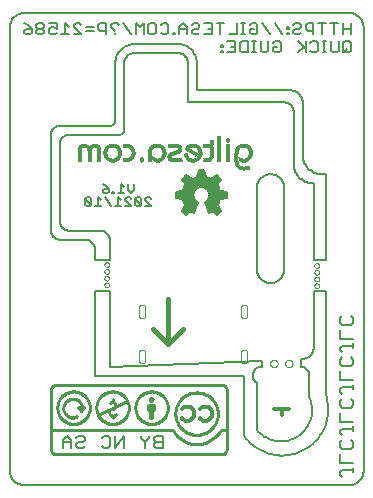
<source format=gbo>
G75*
G70*
%OFA0B0*%
%FSLAX24Y24*%
%IPPOS*%
%LPD*%
%AMOC8*
5,1,8,0,0,1.08239X$1,22.5*
%
%ADD10C,0.0050*%
%ADD11C,0.0060*%
%ADD12C,0.0000*%
%ADD13C,0.0004*%
%ADD14C,0.0160*%
%ADD15C,0.0120*%
%ADD16R,0.0062X0.0002*%
%ADD17R,0.0105X0.0002*%
%ADD18R,0.0133X0.0002*%
%ADD19R,0.0159X0.0002*%
%ADD20R,0.0179X0.0002*%
%ADD21R,0.0199X0.0002*%
%ADD22R,0.0215X0.0002*%
%ADD23R,0.0229X0.0002*%
%ADD24R,0.0246X0.0002*%
%ADD25R,0.0258X0.0002*%
%ADD26R,0.0272X0.0002*%
%ADD27R,0.0284X0.0002*%
%ADD28R,0.0296X0.0002*%
%ADD29R,0.0308X0.0002*%
%ADD30R,0.0320X0.0002*%
%ADD31R,0.0330X0.0002*%
%ADD32R,0.0340X0.0002*%
%ADD33R,0.0346X0.0002*%
%ADD34R,0.0350X0.0002*%
%ADD35R,0.0350X0.0002*%
%ADD36R,0.0354X0.0002*%
%ADD37R,0.0358X0.0002*%
%ADD38R,0.0360X0.0002*%
%ADD39R,0.0362X0.0002*%
%ADD40R,0.0366X0.0002*%
%ADD41R,0.0368X0.0002*%
%ADD42R,0.0368X0.0002*%
%ADD43R,0.0372X0.0002*%
%ADD44R,0.0374X0.0002*%
%ADD45R,0.0378X0.0002*%
%ADD46R,0.0378X0.0002*%
%ADD47R,0.0380X0.0002*%
%ADD48R,0.0382X0.0002*%
%ADD49R,0.0386X0.0002*%
%ADD50R,0.0386X0.0002*%
%ADD51R,0.0388X0.0002*%
%ADD52R,0.0390X0.0002*%
%ADD53R,0.0392X0.0002*%
%ADD54R,0.0392X0.0002*%
%ADD55R,0.0395X0.0002*%
%ADD56R,0.0397X0.0002*%
%ADD57R,0.0399X0.0002*%
%ADD58R,0.0399X0.0002*%
%ADD59R,0.0401X0.0002*%
%ADD60R,0.0403X0.0002*%
%ADD61R,0.0405X0.0002*%
%ADD62R,0.0405X0.0002*%
%ADD63R,0.0407X0.0002*%
%ADD64R,0.0409X0.0002*%
%ADD65R,0.0409X0.0002*%
%ADD66R,0.0411X0.0002*%
%ADD67R,0.0137X0.0002*%
%ADD68R,0.0213X0.0002*%
%ADD69R,0.0119X0.0002*%
%ADD70R,0.0197X0.0002*%
%ADD71R,0.0105X0.0002*%
%ADD72R,0.0189X0.0002*%
%ADD73R,0.0093X0.0002*%
%ADD74R,0.0181X0.0002*%
%ADD75R,0.0085X0.0002*%
%ADD76R,0.0175X0.0002*%
%ADD77R,0.0074X0.0002*%
%ADD78R,0.0167X0.0002*%
%ADD79R,0.0064X0.0002*%
%ADD80R,0.0163X0.0002*%
%ADD81R,0.0056X0.0002*%
%ADD82R,0.0159X0.0002*%
%ADD83R,0.0048X0.0002*%
%ADD84R,0.0155X0.0002*%
%ADD85R,0.0040X0.0002*%
%ADD86R,0.0151X0.0002*%
%ADD87R,0.0030X0.0002*%
%ADD88R,0.0149X0.0002*%
%ADD89R,0.0022X0.0002*%
%ADD90R,0.0145X0.0002*%
%ADD91R,0.0014X0.0002*%
%ADD92R,0.0143X0.0002*%
%ADD93R,0.0006X0.0002*%
%ADD94R,0.0139X0.0002*%
%ADD95R,0.0137X0.0002*%
%ADD96R,0.0133X0.0002*%
%ADD97R,0.0133X0.0002*%
%ADD98R,0.0129X0.0002*%
%ADD99R,0.0129X0.0002*%
%ADD100R,0.0127X0.0002*%
%ADD101R,0.0127X0.0002*%
%ADD102R,0.0125X0.0002*%
%ADD103R,0.0125X0.0002*%
%ADD104R,0.0123X0.0002*%
%ADD105R,0.0123X0.0002*%
%ADD106R,0.0121X0.0002*%
%ADD107R,0.0121X0.0002*%
%ADD108R,0.0119X0.0002*%
%ADD109R,0.0117X0.0002*%
%ADD110R,0.0115X0.0002*%
%ADD111R,0.0117X0.0002*%
%ADD112R,0.0115X0.0002*%
%ADD113R,0.0115X0.0002*%
%ADD114R,0.0113X0.0002*%
%ADD115R,0.0113X0.0002*%
%ADD116R,0.0113X0.0002*%
%ADD117R,0.0111X0.0002*%
%ADD118R,0.0111X0.0002*%
%ADD119R,0.0109X0.0002*%
%ADD120R,0.0109X0.0002*%
%ADD121R,0.0109X0.0002*%
%ADD122R,0.0107X0.0002*%
%ADD123R,0.0107X0.0002*%
%ADD124R,0.0107X0.0002*%
%ADD125R,0.0107X0.0002*%
%ADD126R,0.0105X0.0002*%
%ADD127R,0.0105X0.0002*%
%ADD128R,0.0105X0.0002*%
%ADD129R,0.0054X0.0002*%
%ADD130R,0.0062X0.0002*%
%ADD131R,0.0062X0.0002*%
%ADD132R,0.0085X0.0002*%
%ADD133R,0.0097X0.0002*%
%ADD134R,0.0093X0.0002*%
%ADD135R,0.0095X0.0002*%
%ADD136R,0.0020X0.0002*%
%ADD137R,0.0125X0.0002*%
%ADD138R,0.0107X0.0002*%
%ADD139R,0.0141X0.0002*%
%ADD140R,0.0133X0.0002*%
%ADD141R,0.0038X0.0002*%
%ADD142R,0.0137X0.0002*%
%ADD143R,0.0141X0.0002*%
%ADD144R,0.0157X0.0002*%
%ADD145R,0.0147X0.0002*%
%ADD146R,0.0050X0.0002*%
%ADD147R,0.0153X0.0002*%
%ADD148R,0.0173X0.0002*%
%ADD149R,0.0169X0.0002*%
%ADD150R,0.0169X0.0002*%
%ADD151R,0.0171X0.0002*%
%ADD152R,0.0185X0.0002*%
%ADD153R,0.0326X0.0002*%
%ADD154R,0.0171X0.0002*%
%ADD155R,0.0070X0.0002*%
%ADD156R,0.0131X0.0002*%
%ADD157R,0.0183X0.0002*%
%ADD158R,0.0183X0.0002*%
%ADD159R,0.0183X0.0002*%
%ADD160R,0.0199X0.0002*%
%ADD161R,0.0181X0.0002*%
%ADD162R,0.0074X0.0002*%
%ADD163R,0.0145X0.0002*%
%ADD164R,0.0195X0.0002*%
%ADD165R,0.0195X0.0002*%
%ADD166R,0.0193X0.0002*%
%ADD167R,0.0211X0.0002*%
%ADD168R,0.0352X0.0002*%
%ADD169R,0.0193X0.0002*%
%ADD170R,0.0083X0.0002*%
%ADD171R,0.0157X0.0002*%
%ADD172R,0.0207X0.0002*%
%ADD173R,0.0205X0.0002*%
%ADD174R,0.0201X0.0002*%
%ADD175R,0.0221X0.0002*%
%ADD176R,0.0360X0.0002*%
%ADD177R,0.0203X0.0002*%
%ADD178R,0.0087X0.0002*%
%ADD179R,0.0165X0.0002*%
%ADD180R,0.0217X0.0002*%
%ADD181R,0.0217X0.0002*%
%ADD182R,0.0207X0.0002*%
%ADD183R,0.0231X0.0002*%
%ADD184R,0.0366X0.0002*%
%ADD185R,0.0091X0.0002*%
%ADD186R,0.0175X0.0002*%
%ADD187R,0.0229X0.0002*%
%ADD188R,0.0225X0.0002*%
%ADD189R,0.0213X0.0002*%
%ADD190R,0.0242X0.0002*%
%ADD191R,0.0372X0.0002*%
%ADD192R,0.0221X0.0002*%
%ADD193R,0.0097X0.0002*%
%ADD194R,0.0238X0.0002*%
%ADD195R,0.0237X0.0002*%
%ADD196R,0.0252X0.0002*%
%ADD197R,0.0378X0.0002*%
%ADD198R,0.0101X0.0002*%
%ADD199R,0.0187X0.0002*%
%ADD200R,0.0248X0.0002*%
%ADD201R,0.0246X0.0002*%
%ADD202R,0.0223X0.0002*%
%ADD203R,0.0260X0.0002*%
%ADD204R,0.0384X0.0002*%
%ADD205R,0.0238X0.0002*%
%ADD206R,0.0254X0.0002*%
%ADD207R,0.0227X0.0002*%
%ADD208R,0.0270X0.0002*%
%ADD209R,0.0246X0.0002*%
%ADD210R,0.0266X0.0002*%
%ADD211R,0.0262X0.0002*%
%ADD212R,0.0231X0.0002*%
%ADD213R,0.0280X0.0002*%
%ADD214R,0.0252X0.0002*%
%ADD215R,0.0205X0.0002*%
%ADD216R,0.0274X0.0002*%
%ADD217R,0.0270X0.0002*%
%ADD218R,0.0235X0.0002*%
%ADD219R,0.0288X0.0002*%
%ADD220R,0.0399X0.0002*%
%ADD221R,0.0260X0.0002*%
%ADD222R,0.0282X0.0002*%
%ADD223R,0.0278X0.0002*%
%ADD224R,0.0296X0.0002*%
%ADD225R,0.0215X0.0002*%
%ADD226R,0.0290X0.0002*%
%ADD227R,0.0286X0.0002*%
%ADD228R,0.0241X0.0002*%
%ADD229R,0.0300X0.0002*%
%ADD230R,0.0405X0.0002*%
%ADD231R,0.0272X0.0002*%
%ADD232R,0.0121X0.0002*%
%ADD233R,0.0221X0.0002*%
%ADD234R,0.0298X0.0002*%
%ADD235R,0.0292X0.0002*%
%ADD236R,0.0244X0.0002*%
%ADD237R,0.0308X0.0002*%
%ADD238R,0.0123X0.0002*%
%ADD239R,0.0304X0.0002*%
%ADD240R,0.0294X0.0002*%
%ADD241R,0.0316X0.0002*%
%ADD242R,0.0411X0.0002*%
%ADD243R,0.0312X0.0002*%
%ADD244R,0.0250X0.0002*%
%ADD245R,0.0324X0.0002*%
%ADD246R,0.0415X0.0002*%
%ADD247R,0.0292X0.0002*%
%ADD248R,0.0233X0.0002*%
%ADD249R,0.0318X0.0002*%
%ADD250R,0.0302X0.0002*%
%ADD251R,0.0328X0.0002*%
%ADD252R,0.0417X0.0002*%
%ADD253R,0.0324X0.0002*%
%ADD254R,0.0256X0.0002*%
%ADD255R,0.0336X0.0002*%
%ADD256R,0.0421X0.0002*%
%ADD257R,0.0131X0.0002*%
%ADD258R,0.0330X0.0002*%
%ADD259R,0.0258X0.0002*%
%ADD260R,0.0340X0.0002*%
%ADD261R,0.0423X0.0002*%
%ADD262R,0.0135X0.0002*%
%ADD263R,0.0338X0.0002*%
%ADD264R,0.0310X0.0002*%
%ADD265R,0.0348X0.0002*%
%ADD266R,0.0425X0.0002*%
%ADD267R,0.0342X0.0002*%
%ADD268R,0.0314X0.0002*%
%ADD269R,0.0262X0.0002*%
%ADD270R,0.0429X0.0002*%
%ADD271R,0.0320X0.0002*%
%ADD272R,0.0316X0.0002*%
%ADD273R,0.0264X0.0002*%
%ADD274R,0.0360X0.0002*%
%ADD275R,0.0431X0.0002*%
%ADD276R,0.0324X0.0002*%
%ADD277R,0.0139X0.0002*%
%ADD278R,0.0256X0.0002*%
%ADD279R,0.0318X0.0002*%
%ADD280R,0.0266X0.0002*%
%ADD281R,0.0364X0.0002*%
%ADD282R,0.0433X0.0002*%
%ADD283R,0.0139X0.0002*%
%ADD284R,0.0360X0.0002*%
%ADD285R,0.0322X0.0002*%
%ADD286R,0.0268X0.0002*%
%ADD287R,0.0370X0.0002*%
%ADD288R,0.0435X0.0002*%
%ADD289R,0.0330X0.0002*%
%ADD290R,0.0376X0.0002*%
%ADD291R,0.0437X0.0002*%
%ADD292R,0.0332X0.0002*%
%ADD293R,0.0141X0.0002*%
%ADD294R,0.0326X0.0002*%
%ADD295R,0.0272X0.0002*%
%ADD296R,0.0380X0.0002*%
%ADD297R,0.0439X0.0002*%
%ADD298R,0.0334X0.0002*%
%ADD299R,0.0143X0.0002*%
%ADD300R,0.0268X0.0002*%
%ADD301R,0.0376X0.0002*%
%ADD302R,0.0274X0.0002*%
%ADD303R,0.0441X0.0002*%
%ADD304R,0.0382X0.0002*%
%ADD305R,0.0276X0.0002*%
%ADD306R,0.0391X0.0002*%
%ADD307R,0.0443X0.0002*%
%ADD308R,0.0340X0.0002*%
%ADD309R,0.0274X0.0002*%
%ADD310R,0.0334X0.0002*%
%ADD311R,0.0445X0.0002*%
%ADD312R,0.0342X0.0002*%
%ADD313R,0.0278X0.0002*%
%ADD314R,0.0401X0.0002*%
%ADD315R,0.0445X0.0002*%
%ADD316R,0.0344X0.0002*%
%ADD317R,0.0395X0.0002*%
%ADD318R,0.0280X0.0002*%
%ADD319R,0.0447X0.0002*%
%ADD320R,0.0409X0.0002*%
%ADD321R,0.0449X0.0002*%
%ADD322R,0.0348X0.0002*%
%ADD323R,0.0407X0.0002*%
%ADD324R,0.0344X0.0002*%
%ADD325R,0.0415X0.0002*%
%ADD326R,0.0451X0.0002*%
%ADD327R,0.0350X0.0002*%
%ADD328R,0.0411X0.0002*%
%ADD329R,0.0346X0.0002*%
%ADD330R,0.0284X0.0002*%
%ADD331R,0.0419X0.0002*%
%ADD332R,0.0451X0.0002*%
%ADD333R,0.0352X0.0002*%
%ADD334R,0.0290X0.0002*%
%ADD335R,0.0415X0.0002*%
%ADD336R,0.0286X0.0002*%
%ADD337R,0.0423X0.0002*%
%ADD338R,0.0453X0.0002*%
%ADD339R,0.0354X0.0002*%
%ADD340R,0.0292X0.0002*%
%ADD341R,0.0419X0.0002*%
%ADD342R,0.0427X0.0002*%
%ADD343R,0.0455X0.0002*%
%ADD344R,0.0356X0.0002*%
%ADD345R,0.0288X0.0002*%
%ADD346R,0.0431X0.0002*%
%ADD347R,0.0358X0.0002*%
%ADD348R,0.0296X0.0002*%
%ADD349R,0.0290X0.0002*%
%ADD350R,0.0435X0.0002*%
%ADD351R,0.0457X0.0002*%
%ADD352R,0.0300X0.0002*%
%ADD353R,0.0356X0.0002*%
%ADD354R,0.0290X0.0002*%
%ADD355R,0.0439X0.0002*%
%ADD356R,0.0457X0.0002*%
%ADD357R,0.0362X0.0002*%
%ADD358R,0.0302X0.0002*%
%ADD359R,0.0443X0.0002*%
%ADD360R,0.0459X0.0002*%
%ADD361R,0.0304X0.0002*%
%ADD362R,0.0447X0.0002*%
%ADD363R,0.0461X0.0002*%
%ADD364R,0.0306X0.0002*%
%ADD365R,0.0360X0.0002*%
%ADD366R,0.0294X0.0002*%
%ADD367R,0.0461X0.0002*%
%ADD368R,0.0368X0.0002*%
%ADD369R,0.0447X0.0002*%
%ADD370R,0.0463X0.0002*%
%ADD371R,0.0368X0.0002*%
%ADD372R,0.0457X0.0002*%
%ADD373R,0.0455X0.0002*%
%ADD374R,0.0372X0.0002*%
%ADD375R,0.0314X0.0002*%
%ADD376R,0.0203X0.0002*%
%ADD377R,0.0298X0.0002*%
%ADD378R,0.0201X0.0002*%
%ADD379R,0.0201X0.0002*%
%ADD380R,0.0465X0.0002*%
%ADD381R,0.0121X0.0002*%
%ADD382R,0.0316X0.0002*%
%ADD383R,0.0191X0.0002*%
%ADD384R,0.0298X0.0002*%
%ADD385R,0.0189X0.0002*%
%ADD386R,0.0465X0.0002*%
%ADD387R,0.0300X0.0002*%
%ADD388R,0.0181X0.0002*%
%ADD389R,0.0467X0.0002*%
%ADD390R,0.0103X0.0002*%
%ADD391R,0.0320X0.0002*%
%ADD392R,0.0177X0.0002*%
%ADD393R,0.0171X0.0002*%
%ADD394R,0.0079X0.0002*%
%ADD395R,0.0173X0.0002*%
%ADD396R,0.0169X0.0002*%
%ADD397R,0.0467X0.0002*%
%ADD398R,0.0171X0.0002*%
%ADD399R,0.0091X0.0002*%
%ADD400R,0.0324X0.0002*%
%ADD401R,0.0173X0.0002*%
%ADD402R,0.0072X0.0002*%
%ADD403R,0.0469X0.0002*%
%ADD404R,0.0163X0.0002*%
%ADD405R,0.0066X0.0002*%
%ADD406R,0.0165X0.0002*%
%ADD407R,0.0161X0.0002*%
%ADD408R,0.0149X0.0002*%
%ADD409R,0.0163X0.0002*%
%ADD410R,0.0081X0.0002*%
%ADD411R,0.0139X0.0002*%
%ADD412R,0.0076X0.0002*%
%ADD413R,0.0157X0.0002*%
%ADD414R,0.0058X0.0002*%
%ADD415R,0.0159X0.0002*%
%ADD416R,0.0155X0.0002*%
%ADD417R,0.0137X0.0002*%
%ADD418R,0.0159X0.0002*%
%ADD419R,0.0072X0.0002*%
%ADD420R,0.0195X0.0002*%
%ADD421R,0.0052X0.0002*%
%ADD422R,0.0127X0.0002*%
%ADD423R,0.0153X0.0002*%
%ADD424R,0.0155X0.0002*%
%ADD425R,0.0068X0.0002*%
%ADD426R,0.0189X0.0002*%
%ADD427R,0.0125X0.0002*%
%ADD428R,0.0151X0.0002*%
%ADD429R,0.0064X0.0002*%
%ADD430R,0.0044X0.0002*%
%ADD431R,0.0123X0.0002*%
%ADD432R,0.0103X0.0002*%
%ADD433R,0.0179X0.0002*%
%ADD434R,0.0147X0.0002*%
%ADD435R,0.0040X0.0002*%
%ADD436R,0.0151X0.0002*%
%ADD437R,0.0125X0.0002*%
%ADD438R,0.0099X0.0002*%
%ADD439R,0.0175X0.0002*%
%ADD440R,0.0145X0.0002*%
%ADD441R,0.0036X0.0002*%
%ADD442R,0.0056X0.0002*%
%ADD443R,0.0095X0.0002*%
%ADD444R,0.0032X0.0002*%
%ADD445R,0.0117X0.0002*%
%ADD446R,0.0052X0.0002*%
%ADD447R,0.0028X0.0002*%
%ADD448R,0.0115X0.0002*%
%ADD449R,0.0050X0.0002*%
%ADD450R,0.0141X0.0002*%
%ADD451R,0.0024X0.0002*%
%ADD452R,0.0117X0.0002*%
%ADD453R,0.0046X0.0002*%
%ADD454R,0.0119X0.0002*%
%ADD455R,0.0074X0.0002*%
%ADD456R,0.0143X0.0002*%
%ADD457R,0.0137X0.0002*%
%ADD458R,0.0016X0.0002*%
%ADD459R,0.0042X0.0002*%
%ADD460R,0.0135X0.0002*%
%ADD461R,0.0012X0.0002*%
%ADD462R,0.0038X0.0002*%
%ADD463R,0.0058X0.0002*%
%ADD464R,0.0010X0.0002*%
%ADD465R,0.0135X0.0002*%
%ADD466R,0.0115X0.0002*%
%ADD467R,0.0135X0.0002*%
%ADD468R,0.0036X0.0002*%
%ADD469R,0.0153X0.0002*%
%ADD470R,0.0034X0.0002*%
%ADD471R,0.0034X0.0002*%
%ADD472R,0.0002X0.0002*%
%ADD473R,0.0133X0.0002*%
%ADD474R,0.0030X0.0002*%
%ADD475R,0.0149X0.0002*%
%ADD476R,0.0129X0.0002*%
%ADD477R,0.0131X0.0002*%
%ADD478R,0.0028X0.0002*%
%ADD479R,0.0024X0.0002*%
%ADD480R,0.0022X0.0002*%
%ADD481R,0.0020X0.0002*%
%ADD482R,0.0018X0.0002*%
%ADD483R,0.0121X0.0002*%
%ADD484R,0.0012X0.0002*%
%ADD485R,0.0127X0.0002*%
%ADD486R,0.0010X0.0002*%
%ADD487R,0.0008X0.0002*%
%ADD488R,0.0006X0.0002*%
%ADD489R,0.0119X0.0002*%
%ADD490R,0.0004X0.0002*%
%ADD491R,0.0002X0.0002*%
%ADD492R,0.0117X0.0002*%
%ADD493R,0.0004X0.0002*%
%ADD494R,0.0111X0.0002*%
%ADD495R,0.0111X0.0002*%
%ADD496R,0.0018X0.0002*%
%ADD497R,0.0109X0.0002*%
%ADD498R,0.0022X0.0002*%
%ADD499R,0.0042X0.0002*%
%ADD500R,0.0046X0.0002*%
%ADD501R,0.0056X0.0002*%
%ADD502R,0.0161X0.0002*%
%ADD503R,0.0070X0.0002*%
%ADD504R,0.0109X0.0002*%
%ADD505R,0.0185X0.0002*%
%ADD506R,0.0089X0.0002*%
%ADD507R,0.0093X0.0002*%
%ADD508R,0.0099X0.0002*%
%ADD509R,0.0211X0.0002*%
%ADD510R,0.0231X0.0002*%
%ADD511R,0.0240X0.0002*%
%ADD512R,0.0149X0.0002*%
%ADD513R,0.0264X0.0002*%
%ADD514R,0.0268X0.0002*%
%ADD515R,0.0272X0.0002*%
%ADD516R,0.0167X0.0002*%
%ADD517R,0.0068X0.0002*%
%ADD518R,0.0284X0.0002*%
%ADD519R,0.0018X0.0002*%
%ADD520R,0.0185X0.0002*%
%ADD521R,0.0002X0.0002*%
%ADD522R,0.0197X0.0002*%
%ADD523R,0.0197X0.0002*%
%ADD524R,0.0310X0.0002*%
%ADD525R,0.0199X0.0002*%
%ADD526R,0.0310X0.0002*%
%ADD527R,0.0312X0.0002*%
%ADD528R,0.0312X0.0002*%
%ADD529R,0.0310X0.0002*%
%ADD530R,0.0306X0.0002*%
%ADD531R,0.0199X0.0002*%
%ADD532R,0.0197X0.0002*%
%ADD533R,0.0296X0.0002*%
%ADD534R,0.0254X0.0002*%
%ADD535R,0.0225X0.0002*%
%ADD536R,0.0219X0.0002*%
%ADD537R,0.0157X0.0002*%
%ADD538R,0.0107X0.0002*%
%ADD539R,0.0117X0.0002*%
%ADD540R,0.0197X0.0002*%
%ADD541R,0.0141X0.0002*%
%ADD542R,0.0111X0.0002*%
%ADD543R,0.0119X0.0002*%
%ADD544R,0.0111X0.0002*%
%ADD545R,0.0123X0.0002*%
%ADD546R,0.0197X0.0002*%
%ADD547R,0.0121X0.0002*%
%ADD548R,0.0119X0.0002*%
%ADD549R,0.0127X0.0002*%
%ADD550R,0.0193X0.0002*%
%ADD551R,0.0187X0.0002*%
%ADD552R,0.0131X0.0002*%
%ADD553R,0.0125X0.0002*%
%ADD554R,0.0123X0.0002*%
%ADD555R,0.0177X0.0002*%
%ADD556R,0.0127X0.0002*%
%ADD557R,0.0163X0.0002*%
%ADD558R,0.0135X0.0002*%
%ADD559R,0.0129X0.0002*%
%ADD560R,0.0143X0.0002*%
%ADD561R,0.0139X0.0002*%
%ADD562R,0.0135X0.0002*%
%ADD563R,0.0115X0.0002*%
%ADD564R,0.0129X0.0002*%
%ADD565R,0.0137X0.0002*%
%ADD566R,0.0131X0.0002*%
%ADD567R,0.0141X0.0002*%
%ADD568R,0.0153X0.0002*%
%ADD569R,0.0151X0.0002*%
%ADD570R,0.0155X0.0002*%
%ADD571R,0.0159X0.0002*%
%ADD572R,0.0161X0.0002*%
%ADD573R,0.0143X0.0002*%
%ADD574R,0.0147X0.0002*%
%ADD575R,0.0165X0.0002*%
%ADD576R,0.0167X0.0002*%
%ADD577R,0.0167X0.0002*%
%ADD578R,0.0153X0.0002*%
%ADD579R,0.0175X0.0002*%
%ADD580R,0.0149X0.0002*%
%ADD581R,0.0179X0.0002*%
%ADD582R,0.0153X0.0002*%
%ADD583R,0.0191X0.0002*%
%ADD584R,0.0161X0.0002*%
%ADD585R,0.0195X0.0002*%
%ADD586R,0.0199X0.0002*%
%ADD587R,0.0163X0.0002*%
%ADD588R,0.0207X0.0002*%
%ADD589R,0.0167X0.0002*%
%ADD590R,0.0173X0.0002*%
%ADD591R,0.0316X0.0002*%
%ADD592R,0.0171X0.0002*%
%ADD593R,0.0441X0.0002*%
%ADD594R,0.0177X0.0002*%
%ADD595R,0.0322X0.0002*%
%ADD596R,0.0173X0.0002*%
%ADD597R,0.0229X0.0002*%
%ADD598R,0.0441X0.0002*%
%ADD599R,0.0185X0.0002*%
%ADD600R,0.0320X0.0002*%
%ADD601R,0.0147X0.0002*%
%ADD602R,0.0240X0.0002*%
%ADD603R,0.0179X0.0002*%
%ADD604R,0.0264X0.0002*%
%ADD605R,0.0199X0.0002*%
%ADD606R,0.0201X0.0002*%
%ADD607R,0.0439X0.0002*%
%ADD608R,0.0205X0.0002*%
%ADD609R,0.0211X0.0002*%
%ADD610R,0.0201X0.0002*%
%ADD611R,0.0165X0.0002*%
%ADD612R,0.0286X0.0002*%
%ADD613R,0.0449X0.0002*%
%ADD614R,0.0437X0.0002*%
%ADD615R,0.0473X0.0002*%
%ADD616R,0.0314X0.0002*%
%ADD617R,0.0455X0.0002*%
%ADD618R,0.0702X0.0002*%
%ADD619R,0.0700X0.0002*%
%ADD620R,0.0698X0.0002*%
%ADD621R,0.0445X0.0002*%
%ADD622R,0.0435X0.0002*%
%ADD623R,0.0463X0.0002*%
%ADD624R,0.0308X0.0002*%
%ADD625R,0.0447X0.0002*%
%ADD626R,0.0694X0.0002*%
%ADD627R,0.0433X0.0002*%
%ADD628R,0.0459X0.0002*%
%ADD629R,0.0443X0.0002*%
%ADD630R,0.0694X0.0002*%
%ADD631R,0.0431X0.0002*%
%ADD632R,0.0690X0.0002*%
%ADD633R,0.0427X0.0002*%
%ADD634R,0.0686X0.0002*%
%ADD635R,0.0423X0.0002*%
%ADD636R,0.0429X0.0002*%
%ADD637R,0.0431X0.0002*%
%ADD638R,0.0449X0.0002*%
%ADD639R,0.0298X0.0002*%
%ADD640R,0.0686X0.0002*%
%ADD641R,0.0425X0.0002*%
%ADD642R,0.0429X0.0002*%
%ADD643R,0.0427X0.0002*%
%ADD644R,0.0682X0.0002*%
%ADD645R,0.0421X0.0002*%
%ADD646R,0.0441X0.0002*%
%ADD647R,0.0678X0.0002*%
%ADD648R,0.0676X0.0002*%
%ADD649R,0.0407X0.0002*%
%ADD650R,0.0413X0.0002*%
%ADD651R,0.0425X0.0002*%
%ADD652R,0.0433X0.0002*%
%ADD653R,0.0290X0.0002*%
%ADD654R,0.0415X0.0002*%
%ADD655R,0.0336X0.0002*%
%ADD656R,0.0336X0.0002*%
%ADD657R,0.0403X0.0002*%
%ADD658R,0.0423X0.0002*%
%ADD659R,0.0429X0.0002*%
%ADD660R,0.0286X0.0002*%
%ADD661R,0.0411X0.0002*%
%ADD662R,0.0332X0.0002*%
%ADD663R,0.0399X0.0002*%
%ADD664R,0.0328X0.0002*%
%ADD665R,0.0394X0.0002*%
%ADD666R,0.0390X0.0002*%
%ADD667R,0.0397X0.0002*%
%ADD668R,0.0419X0.0002*%
%ADD669R,0.0417X0.0002*%
%ADD670R,0.0278X0.0002*%
%ADD671R,0.0395X0.0002*%
%ADD672R,0.0324X0.0002*%
%ADD673R,0.0386X0.0002*%
%ADD674R,0.0417X0.0002*%
%ADD675R,0.0413X0.0002*%
%ADD676R,0.0276X0.0002*%
%ADD677R,0.0391X0.0002*%
%ADD678R,0.0382X0.0002*%
%ADD679R,0.0316X0.0002*%
%ADD680R,0.0413X0.0002*%
%ADD681R,0.0372X0.0002*%
%ADD682R,0.0396X0.0002*%
%ADD683R,0.0268X0.0002*%
%ADD684R,0.0376X0.0002*%
%ADD685R,0.0370X0.0002*%
%ADD686R,0.0304X0.0002*%
%ADD687R,0.0380X0.0002*%
%ADD688R,0.0352X0.0002*%
%ADD689R,0.0356X0.0002*%
%ADD690R,0.0403X0.0002*%
%ADD691R,0.0376X0.0002*%
%ADD692R,0.0256X0.0002*%
%ADD693R,0.0354X0.0002*%
%ADD694R,0.0294X0.0002*%
%ADD695R,0.0292X0.0002*%
%ADD696R,0.0350X0.0002*%
%ADD697R,0.0350X0.0002*%
%ADD698R,0.0288X0.0002*%
%ADD699R,0.0346X0.0002*%
%ADD700R,0.0364X0.0002*%
%ADD701R,0.0334X0.0002*%
%ADD702R,0.0280X0.0002*%
%ADD703R,0.0328X0.0002*%
%ADD704R,0.0334X0.0002*%
%ADD705R,0.0242X0.0002*%
%ADD706R,0.0330X0.0002*%
%ADD707R,0.0274X0.0002*%
%ADD708R,0.0276X0.0002*%
%ADD709R,0.0388X0.0002*%
%ADD710R,0.0237X0.0002*%
%ADD711R,0.0270X0.0002*%
%ADD712R,0.0270X0.0002*%
%ADD713R,0.0264X0.0002*%
%ADD714R,0.0304X0.0002*%
%ADD715R,0.0380X0.0002*%
%ADD716R,0.0326X0.0002*%
%ADD717R,0.0225X0.0002*%
%ADD718R,0.0254X0.0002*%
%ADD719R,0.0300X0.0002*%
%ADD720R,0.0298X0.0002*%
%ADD721R,0.0250X0.0002*%
%ADD722R,0.0248X0.0002*%
%ADD723R,0.0244X0.0002*%
%ADD724R,0.0274X0.0002*%
%ADD725R,0.0362X0.0002*%
%ADD726R,0.0296X0.0002*%
%ADD727R,0.0205X0.0002*%
%ADD728R,0.0229X0.0002*%
%ADD729R,0.0231X0.0002*%
%ADD730R,0.0266X0.0002*%
%ADD731R,0.0358X0.0002*%
%ADD732R,0.0223X0.0002*%
%ADD733R,0.0215X0.0002*%
%ADD734R,0.0209X0.0002*%
%ADD735R,0.0240X0.0002*%
%ADD736R,0.0244X0.0002*%
%ADD737R,0.0340X0.0002*%
%ADD738R,0.0262X0.0002*%
%ADD739R,0.0238X0.0002*%
%ADD740R,0.0229X0.0002*%
%ADD741R,0.0231X0.0002*%
%ADD742R,0.0229X0.0002*%
%ADD743R,0.0219X0.0002*%
%ADD744R,0.0223X0.0002*%
%ADD745R,0.0183X0.0002*%
%ADD746R,0.0215X0.0002*%
%ADD747R,0.0195X0.0002*%
%ADD748R,0.0203X0.0002*%
%ADD749R,0.0187X0.0002*%
%ADD750R,0.0169X0.0002*%
%ADD751R,0.0143X0.0002*%
%ADD752R,0.0155X0.0002*%
%ADD753R,0.0095X0.0002*%
%ADD754R,0.0078X0.0002*%
%ADD755R,0.0081X0.0002*%
%ADD756R,0.0072X0.0002*%
%ADD757R,0.0020X0.0002*%
%ADD758R,0.0050X0.0002*%
%ADD759R,0.0060X0.0002*%
%ADD760R,0.0066X0.0002*%
%ADD761R,0.0079X0.0002*%
%ADD762R,0.0089X0.0002*%
%ADD763R,0.0091X0.0002*%
%ADD764R,0.0095X0.0002*%
%ADD765R,0.0099X0.0002*%
%ADD766R,0.0103X0.0002*%
%ADD767R,0.0101X0.0002*%
%ADD768R,0.0087X0.0002*%
%ADD769R,0.0074X0.0002*%
%ADD770R,0.0062X0.0002*%
%ADD771R,0.0054X0.0002*%
%ADD772R,0.0044X0.0002*%
%ADD773R,0.0030X0.0002*%
%ADD774C,0.0100*%
%ADD775C,0.0080*%
D10*
X000500Y001000D02*
X000500Y015750D01*
X000502Y015794D01*
X000508Y015837D01*
X000517Y015879D01*
X000530Y015921D01*
X000547Y015961D01*
X000567Y016000D01*
X000590Y016037D01*
X000617Y016071D01*
X000646Y016104D01*
X000679Y016133D01*
X000713Y016160D01*
X000750Y016183D01*
X000789Y016203D01*
X000829Y016220D01*
X000871Y016233D01*
X000913Y016242D01*
X000956Y016248D01*
X001000Y016250D01*
X011800Y016250D01*
X011844Y016248D01*
X011887Y016242D01*
X011929Y016233D01*
X011971Y016220D01*
X012011Y016203D01*
X012050Y016183D01*
X012087Y016160D01*
X012121Y016133D01*
X012154Y016104D01*
X012183Y016071D01*
X012210Y016037D01*
X012233Y016000D01*
X012253Y015961D01*
X012270Y015921D01*
X012283Y015879D01*
X012292Y015837D01*
X012298Y015794D01*
X012300Y015750D01*
X012300Y001000D01*
X011949Y001012D02*
X011574Y001012D01*
X011499Y000937D01*
X011499Y000862D01*
X011574Y000787D01*
X011800Y000500D02*
X001000Y000500D01*
X000956Y000502D01*
X000913Y000508D01*
X000871Y000517D01*
X000829Y000530D01*
X000789Y000547D01*
X000750Y000567D01*
X000713Y000590D01*
X000679Y000617D01*
X000646Y000646D01*
X000617Y000679D01*
X000590Y000713D01*
X000567Y000750D01*
X000547Y000789D01*
X000530Y000829D01*
X000517Y000871D01*
X000508Y000913D01*
X000502Y000956D01*
X000500Y001000D01*
X003336Y004163D02*
X008300Y004163D01*
X008300Y002187D01*
X008750Y002337D02*
X008750Y003912D01*
X008749Y003912D02*
X008721Y003931D01*
X008695Y003952D01*
X008672Y003976D01*
X008652Y004003D01*
X008635Y004032D01*
X008621Y004063D01*
X008611Y004095D01*
X008605Y004128D01*
X008602Y004161D01*
X008603Y004195D01*
X008608Y004228D01*
X008617Y004260D01*
X008629Y004292D01*
X008645Y004321D01*
X008664Y004349D01*
X008686Y004374D01*
X008710Y004397D01*
X008738Y004417D01*
X008767Y004433D01*
X008798Y004446D01*
X008830Y004456D01*
X008863Y004462D01*
X008896Y004464D01*
X008896Y004463D02*
X008896Y004650D01*
X003836Y004463D01*
X003836Y006988D01*
X003336Y006988D01*
X003336Y004163D01*
X003336Y008022D02*
X003836Y008022D01*
X003836Y008715D01*
X003830Y008748D01*
X003821Y008780D01*
X003808Y008811D01*
X003792Y008840D01*
X003774Y008867D01*
X003752Y008893D01*
X003728Y008916D01*
X003702Y008936D01*
X003674Y008954D01*
X003644Y008968D01*
X003613Y008979D01*
X003581Y008987D01*
X003548Y008992D01*
X003515Y008993D01*
X003482Y008991D01*
X003481Y008991D02*
X002487Y008991D01*
X002454Y008993D01*
X002422Y008998D01*
X002390Y009006D01*
X002359Y009018D01*
X002330Y009033D01*
X002302Y009051D01*
X002276Y009072D01*
X002253Y009095D01*
X002232Y009121D01*
X002214Y009148D01*
X002199Y009178D01*
X002187Y009209D01*
X002179Y009241D01*
X002174Y009273D01*
X002172Y009306D01*
X002172Y011879D01*
X001872Y012179D02*
X001874Y012212D01*
X001879Y012244D01*
X001887Y012276D01*
X001899Y012307D01*
X001914Y012336D01*
X001932Y012364D01*
X001953Y012390D01*
X001976Y012413D01*
X002002Y012434D01*
X002030Y012452D01*
X002059Y012467D01*
X002090Y012479D01*
X002122Y012487D01*
X002154Y012492D01*
X002187Y012494D01*
X003877Y012494D01*
X003901Y012499D01*
X003925Y012508D01*
X003946Y012520D01*
X003966Y012535D01*
X003984Y012552D01*
X003999Y012572D01*
X004010Y012594D01*
X004019Y012617D01*
X004024Y012642D01*
X004026Y012666D01*
X004024Y012691D01*
X004024Y014600D01*
X004324Y014600D02*
X004324Y012391D01*
X004326Y012366D01*
X004324Y012342D01*
X004319Y012317D01*
X004310Y012294D01*
X004299Y012272D01*
X004284Y012252D01*
X004266Y012235D01*
X004246Y012220D01*
X004225Y012208D01*
X004201Y012199D01*
X004177Y012194D01*
X002487Y012194D01*
X002454Y012192D01*
X002422Y012187D01*
X002390Y012179D01*
X002359Y012167D01*
X002330Y012152D01*
X002302Y012134D01*
X002276Y012113D01*
X002253Y012090D01*
X002232Y012064D01*
X002214Y012036D01*
X002199Y012007D01*
X002187Y011976D01*
X002179Y011944D01*
X002174Y011912D01*
X002172Y011879D01*
X001872Y012179D02*
X001872Y009006D01*
X001874Y008973D01*
X001879Y008941D01*
X001887Y008909D01*
X001899Y008878D01*
X001914Y008848D01*
X001932Y008821D01*
X001953Y008795D01*
X001976Y008772D01*
X002002Y008751D01*
X002030Y008733D01*
X002059Y008718D01*
X002090Y008706D01*
X002122Y008698D01*
X002154Y008693D01*
X002187Y008691D01*
X002981Y008691D01*
X002982Y008691D02*
X003015Y008693D01*
X003048Y008692D01*
X003081Y008687D01*
X003113Y008679D01*
X003144Y008668D01*
X003174Y008654D01*
X003202Y008636D01*
X003228Y008616D01*
X003252Y008593D01*
X003274Y008567D01*
X003292Y008540D01*
X003308Y008511D01*
X003321Y008480D01*
X003330Y008448D01*
X003336Y008415D01*
X003336Y008022D01*
X006436Y013273D02*
X006436Y014600D01*
X006736Y014600D02*
X006732Y014650D01*
X006724Y014700D01*
X006712Y014749D01*
X006696Y014796D01*
X006677Y014843D01*
X006654Y014888D01*
X006628Y014930D01*
X006599Y014971D01*
X006566Y015009D01*
X006531Y015045D01*
X006492Y015078D01*
X006452Y015107D01*
X006409Y015133D01*
X006364Y015156D01*
X006318Y015175D01*
X006270Y015191D01*
X006221Y015203D01*
X006171Y015211D01*
X006121Y015215D01*
X006071Y015215D01*
X004689Y015215D01*
X004689Y014915D02*
X006071Y014915D01*
X006107Y014916D01*
X006142Y014913D01*
X006177Y014906D01*
X006211Y014896D01*
X006244Y014882D01*
X006276Y014865D01*
X006305Y014844D01*
X006332Y014821D01*
X006356Y014795D01*
X006378Y014767D01*
X006397Y014736D01*
X006412Y014704D01*
X006423Y014670D01*
X006432Y014635D01*
X006436Y014600D01*
X006736Y014600D02*
X006736Y013673D01*
X009855Y013673D01*
X009655Y013273D02*
X006436Y013273D01*
X004689Y015215D02*
X004641Y015215D01*
X004593Y015211D01*
X004546Y015204D01*
X004499Y015193D01*
X004454Y015179D01*
X004409Y015162D01*
X004366Y015141D01*
X004324Y015117D01*
X004285Y015091D01*
X004247Y015061D01*
X004212Y015028D01*
X004180Y014993D01*
X004150Y014956D01*
X004123Y014916D01*
X004099Y014875D01*
X004078Y014832D01*
X004060Y014787D01*
X004046Y014742D01*
X004035Y014695D01*
X004028Y014648D01*
X004024Y014600D01*
X004324Y014600D02*
X004328Y014635D01*
X004337Y014670D01*
X004348Y014704D01*
X004363Y014736D01*
X004382Y014767D01*
X004404Y014795D01*
X004428Y014821D01*
X004455Y014844D01*
X004484Y014865D01*
X004516Y014882D01*
X004549Y014896D01*
X004583Y014906D01*
X004618Y014913D01*
X004653Y014916D01*
X004689Y014915D01*
X008741Y010413D02*
X008741Y007703D01*
X008743Y007662D01*
X008748Y007622D01*
X008757Y007582D01*
X008770Y007543D01*
X008786Y007506D01*
X008805Y007470D01*
X008828Y007436D01*
X008853Y007404D01*
X008882Y007374D01*
X008912Y007347D01*
X008945Y007323D01*
X008980Y007302D01*
X009017Y007285D01*
X009055Y007270D01*
X009095Y007259D01*
X009135Y007252D01*
X009176Y007248D01*
X009216Y007248D01*
X009257Y007252D01*
X009297Y007259D01*
X009337Y007270D01*
X009375Y007285D01*
X009412Y007302D01*
X009447Y007323D01*
X009480Y007347D01*
X009510Y007374D01*
X009539Y007404D01*
X009564Y007436D01*
X009587Y007470D01*
X009606Y007506D01*
X009622Y007543D01*
X009635Y007582D01*
X009644Y007622D01*
X009649Y007662D01*
X009651Y007703D01*
X009651Y010413D01*
X009649Y010454D01*
X009644Y010494D01*
X009635Y010534D01*
X009622Y010573D01*
X009606Y010610D01*
X009587Y010646D01*
X009564Y010680D01*
X009539Y010712D01*
X009510Y010742D01*
X009480Y010769D01*
X009447Y010793D01*
X009412Y010814D01*
X009375Y010831D01*
X009337Y010846D01*
X009297Y010857D01*
X009257Y010864D01*
X009216Y010868D01*
X009176Y010868D01*
X009135Y010864D01*
X009095Y010857D01*
X009055Y010846D01*
X009017Y010831D01*
X008980Y010814D01*
X008945Y010793D01*
X008912Y010769D01*
X008882Y010742D01*
X008853Y010712D01*
X008828Y010680D01*
X008805Y010646D01*
X008786Y010610D01*
X008770Y010573D01*
X008757Y010534D01*
X008748Y010494D01*
X008743Y010454D01*
X008741Y010413D01*
X009970Y011199D02*
X009970Y012919D01*
X010270Y013218D02*
X010270Y013258D01*
X010266Y013299D01*
X010258Y013338D01*
X010247Y013377D01*
X010233Y013414D01*
X010215Y013450D01*
X010194Y013484D01*
X010169Y013516D01*
X010142Y013546D01*
X010113Y013573D01*
X010080Y013597D01*
X010046Y013618D01*
X010010Y013636D01*
X009973Y013651D01*
X009934Y013662D01*
X009895Y013669D01*
X009855Y013673D01*
X010270Y013219D02*
X010270Y011499D01*
X009970Y011199D02*
X009974Y011151D01*
X009980Y011103D01*
X009991Y011055D01*
X010005Y011009D01*
X010022Y010963D01*
X010043Y010919D01*
X010067Y010877D01*
X010094Y010837D01*
X010124Y010799D01*
X010157Y010763D01*
X010193Y010729D01*
X010230Y010699D01*
X010270Y010671D01*
X010312Y010646D01*
X010356Y010625D01*
X010401Y010607D01*
X010447Y010592D01*
X010495Y010581D01*
X010543Y010574D01*
X010591Y010570D01*
X010640Y010569D01*
X010639Y010569D02*
X010639Y008022D01*
X011039Y008022D01*
X011039Y010869D01*
X010939Y010869D01*
X010940Y010869D02*
X010891Y010870D01*
X010843Y010874D01*
X010795Y010881D01*
X010747Y010892D01*
X010701Y010907D01*
X010656Y010925D01*
X010612Y010946D01*
X010570Y010971D01*
X010530Y010999D01*
X010493Y011029D01*
X010457Y011063D01*
X010424Y011099D01*
X010394Y011137D01*
X010367Y011177D01*
X010343Y011219D01*
X010322Y011263D01*
X010305Y011309D01*
X010291Y011355D01*
X010280Y011403D01*
X010274Y011451D01*
X010270Y011499D01*
X009969Y012918D02*
X009970Y012953D01*
X009966Y012988D01*
X009959Y013023D01*
X009949Y013056D01*
X009934Y013088D01*
X009917Y013119D01*
X009897Y013147D01*
X009873Y013173D01*
X009847Y013197D01*
X009819Y013218D01*
X009789Y013236D01*
X009757Y013250D01*
X009724Y013261D01*
X009690Y013269D01*
X009655Y013272D01*
X010639Y006988D02*
X011039Y006988D01*
X011039Y003511D01*
X011499Y003624D02*
X011499Y003699D01*
X011574Y003774D01*
X011949Y003774D01*
X011949Y003699D02*
X011949Y003849D01*
X011949Y004009D02*
X011499Y004009D01*
X011499Y004310D01*
X011574Y004470D02*
X011499Y004545D01*
X011499Y004695D01*
X011574Y004770D01*
X011574Y004930D02*
X011499Y005005D01*
X011499Y005080D01*
X011574Y005155D01*
X011949Y005155D01*
X011949Y005080D02*
X011949Y005230D01*
X011949Y005391D02*
X011499Y005391D01*
X011499Y005691D01*
X011574Y005851D02*
X011499Y005926D01*
X011499Y006076D01*
X011574Y006151D01*
X011874Y006151D02*
X011949Y006076D01*
X011949Y005926D01*
X011874Y005851D01*
X011574Y005851D01*
X011874Y004770D02*
X011949Y004695D01*
X011949Y004545D01*
X011874Y004470D01*
X011574Y004470D01*
X011499Y003624D02*
X011574Y003549D01*
X011574Y003389D02*
X011499Y003314D01*
X011499Y003164D01*
X011574Y003089D01*
X011874Y003089D01*
X011949Y003164D01*
X011949Y003314D01*
X011874Y003389D01*
X011499Y002928D02*
X011499Y002628D01*
X011949Y002628D01*
X011949Y002468D02*
X011949Y002318D01*
X011949Y002393D02*
X011574Y002393D01*
X011499Y002318D01*
X011499Y002243D01*
X011574Y002168D01*
X011574Y002008D02*
X011499Y001933D01*
X011499Y001783D01*
X011574Y001707D01*
X011874Y001707D01*
X011949Y001783D01*
X011949Y001933D01*
X011874Y002008D01*
X011499Y001547D02*
X011499Y001247D01*
X011949Y001247D01*
X011949Y001087D02*
X011949Y000937D01*
X012300Y001000D02*
X012298Y000956D01*
X012292Y000913D01*
X012283Y000871D01*
X012270Y000829D01*
X012253Y000789D01*
X012233Y000750D01*
X012210Y000713D01*
X012183Y000679D01*
X012154Y000646D01*
X012121Y000617D01*
X012087Y000590D01*
X012050Y000567D01*
X012011Y000547D01*
X011971Y000530D01*
X011929Y000517D01*
X011887Y000508D01*
X011844Y000502D01*
X011800Y000500D01*
X011039Y003512D02*
X011062Y003438D01*
X011081Y003362D01*
X011095Y003286D01*
X011106Y003209D01*
X011114Y003132D01*
X011117Y003055D01*
X011116Y002977D01*
X011111Y002900D01*
X011103Y002823D01*
X011091Y002746D01*
X011074Y002670D01*
X011054Y002595D01*
X011030Y002522D01*
X011003Y002449D01*
X010972Y002378D01*
X010937Y002309D01*
X010899Y002241D01*
X010857Y002176D01*
X010813Y002112D01*
X010765Y002052D01*
X010714Y001993D01*
X010660Y001937D01*
X010603Y001884D01*
X010544Y001834D01*
X010483Y001787D01*
X010419Y001743D01*
X010353Y001702D01*
X010285Y001665D01*
X010215Y001631D01*
X010143Y001601D01*
X010070Y001575D01*
X009996Y001552D01*
X009921Y001533D01*
X009845Y001518D01*
X009768Y001506D01*
X009691Y001499D01*
X009614Y001495D01*
X009536Y001496D01*
X009459Y001500D01*
X009382Y001508D01*
X009305Y001520D01*
X009229Y001536D01*
X009154Y001556D01*
X009080Y001579D01*
X009008Y001606D01*
X008937Y001637D01*
X008867Y001672D01*
X008799Y001710D01*
X008734Y001751D01*
X008670Y001795D01*
X008609Y001843D01*
X008550Y001893D01*
X008494Y001947D01*
X008441Y002003D01*
X008390Y002062D01*
X008343Y002124D01*
X008299Y002187D01*
X008749Y002337D02*
X008791Y002290D01*
X008836Y002245D01*
X008884Y002204D01*
X008934Y002165D01*
X008987Y002129D01*
X009041Y002097D01*
X009098Y002068D01*
X009156Y002042D01*
X009215Y002020D01*
X009276Y002002D01*
X009338Y001987D01*
X009401Y001977D01*
X009464Y001970D01*
X009527Y001967D01*
X009591Y001968D01*
X009654Y001973D01*
X009717Y001982D01*
X009779Y001994D01*
X009840Y002011D01*
X009900Y002031D01*
X009959Y002054D01*
X010017Y002082D01*
X010072Y002112D01*
X010126Y002146D01*
X010177Y002184D01*
X010226Y002224D01*
X010272Y002267D01*
X010316Y002313D01*
X010357Y002362D01*
X010395Y002413D01*
X010429Y002466D01*
X010460Y002522D01*
X010488Y002579D01*
X010512Y002637D01*
X010533Y002697D01*
X010550Y002759D01*
X010563Y002821D01*
X010572Y002883D01*
X010577Y002947D01*
X010579Y003010D01*
X010577Y003074D01*
X010570Y003137D01*
X010560Y003199D01*
X010546Y003261D01*
X010529Y003322D01*
X010507Y003382D01*
X010482Y003440D01*
X010482Y004148D01*
X010483Y004181D01*
X010480Y004213D01*
X010474Y004245D01*
X010464Y004276D01*
X010451Y004306D01*
X010434Y004334D01*
X010415Y004360D01*
X010392Y004384D01*
X010367Y004405D01*
X010340Y004423D01*
X010311Y004438D01*
X010281Y004450D01*
X010249Y004458D01*
X010217Y004463D01*
X010217Y004718D01*
X010246Y004718D01*
X010246Y004717D02*
X010285Y004719D01*
X010323Y004725D01*
X010360Y004734D01*
X010397Y004747D01*
X010432Y004764D01*
X010465Y004783D01*
X010496Y004806D01*
X010525Y004832D01*
X010551Y004861D01*
X010574Y004892D01*
X010593Y004925D01*
X010610Y004960D01*
X010623Y004997D01*
X010632Y005034D01*
X010638Y005072D01*
X010640Y005111D01*
X010639Y005111D02*
X010639Y006988D01*
D11*
X007731Y010073D02*
X007731Y010273D01*
X007501Y010313D01*
X007455Y010328D02*
X007166Y010328D01*
X007181Y010313D02*
X007181Y010013D01*
X007031Y009913D01*
X007181Y009663D01*
X007231Y009663D01*
X007381Y009563D01*
X007481Y009663D01*
X007381Y009813D01*
X007481Y010063D01*
X007681Y010113D01*
X007681Y010263D01*
X007481Y010263D01*
X007381Y010513D01*
X007531Y010713D01*
X007381Y010813D01*
X007231Y010663D01*
X007031Y010763D01*
X006981Y010963D01*
X006831Y010963D01*
X006781Y010763D01*
X006581Y010663D01*
X006381Y010813D01*
X006281Y010713D01*
X006381Y010513D01*
X006281Y010263D01*
X006081Y010263D01*
X006081Y010113D01*
X006331Y010063D01*
X006381Y009813D01*
X006281Y009663D01*
X006381Y009563D01*
X006531Y009663D01*
X006631Y009613D01*
X006731Y009913D01*
X006581Y010113D01*
X006631Y010363D01*
X006831Y010463D01*
X007031Y010463D01*
X007181Y010313D01*
X007181Y010270D02*
X007478Y010270D01*
X007431Y010387D02*
X007108Y010387D01*
X007049Y010445D02*
X007408Y010445D01*
X007421Y010503D02*
X007551Y010693D01*
X007411Y010833D01*
X007221Y010703D01*
X007199Y010679D02*
X006612Y010679D01*
X006571Y010703D02*
X006371Y010833D01*
X006231Y010693D01*
X006371Y010503D01*
X006377Y010504D02*
X007385Y010504D01*
X007417Y010562D02*
X006356Y010562D01*
X006327Y010621D02*
X007461Y010621D01*
X007505Y010679D02*
X007246Y010679D01*
X007305Y010738D02*
X007495Y010738D01*
X007407Y010796D02*
X007363Y010796D01*
X007082Y010738D02*
X006729Y010738D01*
X006751Y010773D02*
X006801Y011013D01*
X006991Y011013D01*
X007041Y010773D01*
X007023Y010796D02*
X006789Y010796D01*
X006803Y010855D02*
X007008Y010855D01*
X006993Y010913D02*
X006818Y010913D01*
X006560Y010679D02*
X006298Y010679D01*
X006305Y010738D02*
X006482Y010738D01*
X006404Y010796D02*
X006363Y010796D01*
X006353Y010445D02*
X006794Y010445D01*
X006677Y010387D02*
X006330Y010387D01*
X006307Y010328D02*
X006624Y010328D01*
X006612Y010270D02*
X006283Y010270D01*
X006281Y010313D02*
X006061Y010273D01*
X006061Y010073D01*
X006281Y010033D01*
X006336Y010036D02*
X006639Y010036D01*
X006595Y010094D02*
X006178Y010094D01*
X006081Y010153D02*
X006589Y010153D01*
X006600Y010211D02*
X006081Y010211D01*
X006348Y009977D02*
X006683Y009977D01*
X006727Y009919D02*
X006360Y009919D01*
X006371Y009860D02*
X006713Y009860D01*
X006693Y009802D02*
X006373Y009802D01*
X006361Y009833D02*
X006231Y009653D01*
X006371Y009513D01*
X006551Y009633D01*
X006631Y009593D01*
X006771Y009933D01*
X006674Y009743D02*
X006334Y009743D01*
X006295Y009685D02*
X006654Y009685D01*
X006635Y009626D02*
X006605Y009626D01*
X006475Y009626D02*
X006318Y009626D01*
X006377Y009568D02*
X006387Y009568D01*
X006279Y010314D02*
X006291Y010354D01*
X006306Y010393D01*
X006324Y010431D01*
X006344Y010467D01*
X006366Y010502D01*
X006771Y009933D02*
X006743Y009949D01*
X006716Y009968D01*
X006693Y009990D01*
X006672Y010015D01*
X006654Y010043D01*
X006639Y010072D01*
X006629Y010103D01*
X006621Y010134D01*
X006618Y010167D01*
X006619Y010199D01*
X006623Y010232D01*
X006632Y010263D01*
X006644Y010293D01*
X006659Y010322D01*
X006678Y010349D01*
X006700Y010373D01*
X006724Y010394D01*
X006751Y010413D01*
X006780Y010428D01*
X006811Y010439D01*
X006842Y010447D01*
X006875Y010451D01*
X006907Y010451D01*
X006940Y010447D01*
X006971Y010439D01*
X007002Y010428D01*
X007031Y010413D01*
X007058Y010394D01*
X007082Y010373D01*
X007104Y010349D01*
X007123Y010322D01*
X007138Y010293D01*
X007150Y010263D01*
X007159Y010232D01*
X007163Y010199D01*
X007164Y010167D01*
X007161Y010134D01*
X007153Y010103D01*
X007143Y010072D01*
X007128Y010043D01*
X007110Y010015D01*
X007089Y009990D01*
X007066Y009968D01*
X007039Y009949D01*
X007011Y009933D01*
X007161Y009593D01*
X007231Y009633D01*
X007411Y009513D01*
X007551Y009653D01*
X007431Y009833D01*
X007399Y009860D02*
X007063Y009860D01*
X007038Y009919D02*
X007423Y009919D01*
X007446Y009977D02*
X007126Y009977D01*
X007181Y010036D02*
X007470Y010036D01*
X007511Y010033D02*
X007731Y010073D01*
X007681Y010153D02*
X007181Y010153D01*
X007181Y010211D02*
X007681Y010211D01*
X007603Y010094D02*
X007181Y010094D01*
X007508Y010017D02*
X007493Y009970D01*
X007475Y009924D01*
X007453Y009880D01*
X007428Y009838D01*
X007389Y009802D02*
X007098Y009802D01*
X007133Y009743D02*
X007428Y009743D01*
X007467Y009685D02*
X007168Y009685D01*
X007287Y009626D02*
X007443Y009626D01*
X007385Y009568D02*
X007375Y009568D01*
X007218Y010699D02*
X007176Y010722D01*
X007133Y010741D01*
X007088Y010758D01*
X007042Y010770D01*
X006750Y010775D02*
X006704Y010763D01*
X006658Y010747D01*
X006614Y010727D01*
X006571Y010704D01*
X006282Y010034D02*
X006292Y009992D01*
X006305Y009951D01*
X006321Y009911D01*
X006340Y009872D01*
X006362Y009835D01*
X007503Y010315D02*
X007492Y010355D01*
X007478Y010394D01*
X007462Y010431D01*
X007443Y010468D01*
X007422Y010503D01*
X005213Y010054D02*
X005163Y010104D01*
X005063Y010104D01*
X005013Y010054D01*
X005013Y010004D01*
X005213Y009803D01*
X005013Y009803D01*
X004882Y009853D02*
X004682Y010054D01*
X004682Y009853D01*
X004732Y009803D01*
X004832Y009803D01*
X004882Y009853D01*
X004882Y010054D01*
X004832Y010104D01*
X004732Y010104D01*
X004682Y010054D01*
X004551Y010054D02*
X004500Y010104D01*
X004400Y010104D01*
X004350Y010054D01*
X004350Y010004D01*
X004551Y009803D01*
X004350Y009803D01*
X004219Y009803D02*
X004019Y009803D01*
X004119Y009803D02*
X004119Y010104D01*
X004219Y010004D01*
X004202Y010233D02*
X004202Y010534D01*
X004302Y010434D01*
X004433Y010334D02*
X004433Y010534D01*
X004433Y010334D02*
X004533Y010233D01*
X004633Y010334D01*
X004633Y010534D01*
X004302Y010233D02*
X004102Y010233D01*
X003970Y010233D02*
X003920Y010233D01*
X003920Y010283D01*
X003970Y010283D01*
X003970Y010233D01*
X003805Y010283D02*
X003805Y010384D01*
X003655Y010384D01*
X003605Y010334D01*
X003605Y010283D01*
X003655Y010233D01*
X003755Y010233D01*
X003805Y010283D01*
X003805Y010384D02*
X003705Y010484D01*
X003605Y010534D01*
X003687Y010104D02*
X003888Y009803D01*
X003556Y009803D02*
X003356Y009803D01*
X003456Y009803D02*
X003456Y010104D01*
X003556Y010004D01*
X003225Y010054D02*
X003225Y009853D01*
X003024Y010054D01*
X003024Y009853D01*
X003074Y009803D01*
X003175Y009803D01*
X003225Y009853D01*
X003225Y010054D02*
X003175Y010104D01*
X003074Y010104D01*
X003024Y010054D01*
X002891Y015531D02*
X002631Y015531D01*
X002477Y015531D02*
X002216Y015531D01*
X002347Y015531D02*
X002347Y015922D01*
X002477Y015792D01*
X002631Y015792D02*
X002631Y015857D01*
X002696Y015922D01*
X002826Y015922D01*
X002891Y015857D01*
X003045Y015792D02*
X003305Y015792D01*
X003305Y015661D02*
X003045Y015661D01*
X002891Y015531D02*
X002631Y015792D01*
X002062Y015727D02*
X001932Y015792D01*
X001867Y015792D01*
X001802Y015727D01*
X001802Y015596D01*
X001867Y015531D01*
X001997Y015531D01*
X002062Y015596D01*
X002062Y015727D02*
X002062Y015922D01*
X001802Y015922D01*
X001648Y015857D02*
X001648Y015792D01*
X001583Y015727D01*
X001453Y015727D01*
X001388Y015661D01*
X001388Y015596D01*
X001453Y015531D01*
X001583Y015531D01*
X001648Y015596D01*
X001648Y015661D01*
X001583Y015727D01*
X001453Y015727D02*
X001388Y015792D01*
X001388Y015857D01*
X001453Y015922D01*
X001583Y015922D01*
X001648Y015857D01*
X001234Y015727D02*
X001234Y015596D01*
X001169Y015531D01*
X001038Y015531D01*
X000973Y015596D01*
X000973Y015661D01*
X001038Y015727D01*
X001234Y015727D01*
X001104Y015857D01*
X000973Y015922D01*
X003460Y015857D02*
X003460Y015727D01*
X003525Y015661D01*
X003720Y015661D01*
X003720Y015531D02*
X003720Y015922D01*
X003525Y015922D01*
X003460Y015857D01*
X003874Y015857D02*
X003874Y015792D01*
X004004Y015661D01*
X004004Y015596D02*
X004004Y015531D01*
X003874Y015857D02*
X003939Y015922D01*
X004069Y015922D01*
X004134Y015857D01*
X004288Y015922D02*
X004548Y015531D01*
X004703Y015531D02*
X004703Y015922D01*
X004833Y015792D01*
X004963Y015922D01*
X004963Y015531D01*
X005117Y015596D02*
X005117Y015857D01*
X005182Y015922D01*
X005312Y015922D01*
X005377Y015857D01*
X005377Y015596D01*
X005312Y015531D01*
X005182Y015531D01*
X005117Y015596D01*
X005531Y015596D02*
X005596Y015531D01*
X005726Y015531D01*
X005792Y015596D01*
X005792Y015857D01*
X005726Y015922D01*
X005596Y015922D01*
X005531Y015857D01*
X005934Y015596D02*
X005934Y015531D01*
X005999Y015531D01*
X005999Y015596D01*
X005934Y015596D01*
X006153Y015531D02*
X006153Y015792D01*
X006283Y015922D01*
X006413Y015792D01*
X006413Y015531D01*
X006567Y015596D02*
X006632Y015531D01*
X006762Y015531D01*
X006827Y015596D01*
X006762Y015727D02*
X006632Y015727D01*
X006567Y015661D01*
X006567Y015596D01*
X006413Y015727D02*
X006153Y015727D01*
X006567Y015857D02*
X006632Y015922D01*
X006762Y015922D01*
X006827Y015857D01*
X006827Y015792D01*
X006762Y015727D01*
X006982Y015922D02*
X007242Y015922D01*
X007242Y015531D01*
X006982Y015531D01*
X007112Y015727D02*
X007242Y015727D01*
X007396Y015922D02*
X007656Y015922D01*
X007526Y015922D02*
X007526Y015531D01*
X007810Y015531D02*
X008070Y015531D01*
X008070Y015922D01*
X008217Y015922D02*
X008347Y015922D01*
X008282Y015922D02*
X008282Y015531D01*
X008347Y015531D02*
X008217Y015531D01*
X008240Y015322D02*
X008175Y015257D01*
X008175Y014996D01*
X008240Y014931D01*
X008435Y014931D01*
X008435Y015322D01*
X008240Y015322D01*
X008021Y015322D02*
X008021Y014931D01*
X007761Y014931D01*
X007607Y014931D02*
X007607Y014996D01*
X007542Y014996D01*
X007542Y014931D01*
X007607Y014931D01*
X007607Y015127D02*
X007542Y015127D01*
X007542Y015192D01*
X007607Y015192D01*
X007607Y015127D01*
X007761Y015322D02*
X008021Y015322D01*
X008021Y015127D02*
X007891Y015127D01*
X008501Y015596D02*
X008566Y015531D01*
X008696Y015531D01*
X008761Y015596D01*
X008761Y015857D01*
X008696Y015922D01*
X008566Y015922D01*
X008501Y015857D01*
X008501Y015727D02*
X008631Y015727D01*
X008501Y015727D02*
X008501Y015596D01*
X008582Y015322D02*
X008712Y015322D01*
X008647Y015322D02*
X008647Y014931D01*
X008712Y014931D02*
X008582Y014931D01*
X008866Y014996D02*
X008866Y015322D01*
X009126Y015322D02*
X009126Y014996D01*
X009061Y014931D01*
X008931Y014931D01*
X008866Y014996D01*
X009280Y014996D02*
X009280Y015127D01*
X009410Y015127D01*
X009280Y015257D02*
X009345Y015322D01*
X009475Y015322D01*
X009540Y015257D01*
X009540Y014996D01*
X009475Y014931D01*
X009345Y014931D01*
X009280Y014996D01*
X009175Y015531D02*
X008915Y015922D01*
X009330Y015922D02*
X009590Y015531D01*
X009732Y015531D02*
X009732Y015596D01*
X009797Y015596D01*
X009797Y015531D01*
X009732Y015531D01*
X009732Y015727D02*
X009797Y015727D01*
X009797Y015792D01*
X009732Y015792D01*
X009732Y015727D01*
X009951Y015661D02*
X009951Y015596D01*
X010016Y015531D01*
X010146Y015531D01*
X010211Y015596D01*
X010146Y015727D02*
X010016Y015727D01*
X009951Y015661D01*
X009951Y015857D02*
X010016Y015922D01*
X010146Y015922D01*
X010211Y015857D01*
X010211Y015792D01*
X010146Y015727D01*
X010365Y015727D02*
X010431Y015661D01*
X010626Y015661D01*
X010626Y015531D02*
X010626Y015922D01*
X010431Y015922D01*
X010365Y015857D01*
X010365Y015727D01*
X010369Y015322D02*
X010369Y014931D01*
X010369Y015061D02*
X010109Y015322D01*
X010304Y015127D02*
X010109Y014931D01*
X010523Y014996D02*
X010588Y014931D01*
X010718Y014931D01*
X010783Y014996D01*
X010783Y015257D01*
X010718Y015322D01*
X010588Y015322D01*
X010523Y015257D01*
X010930Y015322D02*
X011060Y015322D01*
X010995Y015322D02*
X010995Y014931D01*
X011060Y014931D02*
X010930Y014931D01*
X011214Y014996D02*
X011214Y015322D01*
X011324Y015531D02*
X011324Y015922D01*
X011454Y015922D02*
X011194Y015922D01*
X011040Y015922D02*
X010780Y015922D01*
X010910Y015922D02*
X010910Y015531D01*
X011214Y014996D02*
X011279Y014931D01*
X011409Y014931D01*
X011474Y014996D01*
X011474Y015322D01*
X011628Y015257D02*
X011628Y014996D01*
X011693Y014931D01*
X011823Y014931D01*
X011888Y014996D01*
X011888Y015257D01*
X011823Y015322D01*
X011693Y015322D01*
X011628Y015257D01*
X011609Y015531D02*
X011609Y015922D01*
X011609Y015727D02*
X011869Y015727D01*
X011869Y015922D02*
X011869Y015531D01*
X011758Y015061D02*
X011628Y014931D01*
D12*
X010659Y007830D02*
X010661Y007847D01*
X010666Y007864D01*
X010675Y007878D01*
X010687Y007891D01*
X010702Y007901D01*
X010718Y007907D01*
X010735Y007910D01*
X010752Y007909D01*
X010769Y007904D01*
X010784Y007896D01*
X010797Y007885D01*
X010808Y007871D01*
X010815Y007856D01*
X010819Y007839D01*
X010819Y007821D01*
X010815Y007804D01*
X010808Y007789D01*
X010797Y007775D01*
X010784Y007764D01*
X010769Y007756D01*
X010752Y007751D01*
X010735Y007750D01*
X010718Y007753D01*
X010702Y007759D01*
X010687Y007769D01*
X010675Y007782D01*
X010666Y007796D01*
X010661Y007813D01*
X010659Y007830D01*
X010659Y007605D02*
X010661Y007622D01*
X010666Y007639D01*
X010675Y007653D01*
X010687Y007666D01*
X010702Y007676D01*
X010718Y007682D01*
X010735Y007685D01*
X010752Y007684D01*
X010769Y007679D01*
X010784Y007671D01*
X010797Y007660D01*
X010808Y007646D01*
X010815Y007631D01*
X010819Y007614D01*
X010819Y007596D01*
X010815Y007579D01*
X010808Y007564D01*
X010797Y007550D01*
X010784Y007539D01*
X010769Y007531D01*
X010752Y007526D01*
X010735Y007525D01*
X010718Y007528D01*
X010702Y007534D01*
X010687Y007544D01*
X010675Y007557D01*
X010666Y007571D01*
X010661Y007588D01*
X010659Y007605D01*
X010659Y007380D02*
X010661Y007397D01*
X010666Y007414D01*
X010675Y007428D01*
X010687Y007441D01*
X010702Y007451D01*
X010718Y007457D01*
X010735Y007460D01*
X010752Y007459D01*
X010769Y007454D01*
X010784Y007446D01*
X010797Y007435D01*
X010808Y007421D01*
X010815Y007406D01*
X010819Y007389D01*
X010819Y007371D01*
X010815Y007354D01*
X010808Y007339D01*
X010797Y007325D01*
X010784Y007314D01*
X010769Y007306D01*
X010752Y007301D01*
X010735Y007300D01*
X010718Y007303D01*
X010702Y007309D01*
X010687Y007319D01*
X010675Y007332D01*
X010666Y007346D01*
X010661Y007363D01*
X010659Y007380D01*
X010659Y007155D02*
X010661Y007172D01*
X010666Y007189D01*
X010675Y007203D01*
X010687Y007216D01*
X010702Y007226D01*
X010718Y007232D01*
X010735Y007235D01*
X010752Y007234D01*
X010769Y007229D01*
X010784Y007221D01*
X010797Y007210D01*
X010808Y007196D01*
X010815Y007181D01*
X010819Y007164D01*
X010819Y007146D01*
X010815Y007129D01*
X010808Y007114D01*
X010797Y007100D01*
X010784Y007089D01*
X010769Y007081D01*
X010752Y007076D01*
X010735Y007075D01*
X010718Y007078D01*
X010702Y007084D01*
X010687Y007094D01*
X010675Y007107D01*
X010666Y007121D01*
X010661Y007138D01*
X010659Y007155D01*
X009680Y004563D02*
X009682Y004585D01*
X009688Y004606D01*
X009697Y004625D01*
X009709Y004643D01*
X009725Y004659D01*
X009742Y004671D01*
X009762Y004680D01*
X009783Y004686D01*
X009805Y004688D01*
X009827Y004686D01*
X009848Y004680D01*
X009867Y004671D01*
X009885Y004659D01*
X009901Y004643D01*
X009913Y004625D01*
X009922Y004606D01*
X009928Y004585D01*
X009930Y004563D01*
X009928Y004541D01*
X009922Y004520D01*
X009913Y004501D01*
X009901Y004483D01*
X009885Y004467D01*
X009868Y004455D01*
X009848Y004446D01*
X009827Y004440D01*
X009805Y004438D01*
X009783Y004440D01*
X009762Y004446D01*
X009742Y004455D01*
X009725Y004467D01*
X009709Y004483D01*
X009697Y004500D01*
X009688Y004520D01*
X009682Y004541D01*
X009680Y004563D01*
X009185Y004563D02*
X009187Y004585D01*
X009193Y004606D01*
X009202Y004625D01*
X009214Y004643D01*
X009230Y004659D01*
X009247Y004671D01*
X009267Y004680D01*
X009288Y004686D01*
X009310Y004688D01*
X009332Y004686D01*
X009353Y004680D01*
X009372Y004671D01*
X009390Y004659D01*
X009406Y004643D01*
X009418Y004625D01*
X009427Y004606D01*
X009433Y004585D01*
X009435Y004563D01*
X009433Y004541D01*
X009427Y004520D01*
X009418Y004501D01*
X009406Y004483D01*
X009390Y004467D01*
X009373Y004455D01*
X009353Y004446D01*
X009332Y004440D01*
X009310Y004438D01*
X009288Y004440D01*
X009267Y004446D01*
X009247Y004455D01*
X009230Y004467D01*
X009214Y004483D01*
X009202Y004500D01*
X009193Y004520D01*
X009187Y004541D01*
X009185Y004563D01*
X003656Y007183D02*
X003658Y007200D01*
X003663Y007217D01*
X003672Y007231D01*
X003684Y007244D01*
X003699Y007254D01*
X003715Y007260D01*
X003732Y007263D01*
X003749Y007262D01*
X003766Y007257D01*
X003781Y007249D01*
X003794Y007238D01*
X003805Y007224D01*
X003812Y007209D01*
X003816Y007192D01*
X003816Y007174D01*
X003812Y007157D01*
X003805Y007142D01*
X003794Y007128D01*
X003781Y007117D01*
X003766Y007109D01*
X003749Y007104D01*
X003732Y007103D01*
X003715Y007106D01*
X003699Y007112D01*
X003684Y007122D01*
X003672Y007135D01*
X003663Y007149D01*
X003658Y007166D01*
X003656Y007183D01*
X003656Y007408D02*
X003658Y007425D01*
X003663Y007442D01*
X003672Y007456D01*
X003684Y007469D01*
X003699Y007479D01*
X003715Y007485D01*
X003732Y007488D01*
X003749Y007487D01*
X003766Y007482D01*
X003781Y007474D01*
X003794Y007463D01*
X003805Y007449D01*
X003812Y007434D01*
X003816Y007417D01*
X003816Y007399D01*
X003812Y007382D01*
X003805Y007367D01*
X003794Y007353D01*
X003781Y007342D01*
X003766Y007334D01*
X003749Y007329D01*
X003732Y007328D01*
X003715Y007331D01*
X003699Y007337D01*
X003684Y007347D01*
X003672Y007360D01*
X003663Y007374D01*
X003658Y007391D01*
X003656Y007408D01*
X003656Y007633D02*
X003658Y007650D01*
X003663Y007667D01*
X003672Y007681D01*
X003684Y007694D01*
X003699Y007704D01*
X003715Y007710D01*
X003732Y007713D01*
X003749Y007712D01*
X003766Y007707D01*
X003781Y007699D01*
X003794Y007688D01*
X003805Y007674D01*
X003812Y007659D01*
X003816Y007642D01*
X003816Y007624D01*
X003812Y007607D01*
X003805Y007592D01*
X003794Y007578D01*
X003781Y007567D01*
X003766Y007559D01*
X003749Y007554D01*
X003732Y007553D01*
X003715Y007556D01*
X003699Y007562D01*
X003684Y007572D01*
X003672Y007585D01*
X003663Y007599D01*
X003658Y007616D01*
X003656Y007633D01*
X003656Y007858D02*
X003658Y007875D01*
X003663Y007892D01*
X003672Y007906D01*
X003684Y007919D01*
X003699Y007929D01*
X003715Y007935D01*
X003732Y007938D01*
X003749Y007937D01*
X003766Y007932D01*
X003781Y007924D01*
X003794Y007913D01*
X003805Y007899D01*
X003812Y007884D01*
X003816Y007867D01*
X003816Y007849D01*
X003812Y007832D01*
X003805Y007817D01*
X003794Y007803D01*
X003781Y007792D01*
X003766Y007784D01*
X003749Y007779D01*
X003732Y007778D01*
X003715Y007781D01*
X003699Y007787D01*
X003684Y007797D01*
X003672Y007810D01*
X003663Y007824D01*
X003658Y007841D01*
X003656Y007858D01*
D13*
X004810Y006417D02*
X004810Y006173D01*
X004812Y006153D01*
X004817Y006134D01*
X004826Y006116D01*
X004838Y006100D01*
X004853Y006087D01*
X004870Y006076D01*
X004888Y006069D01*
X004908Y006065D01*
X004928Y006065D01*
X004948Y006069D01*
X004966Y006076D01*
X004983Y006087D01*
X004998Y006100D01*
X005010Y006116D01*
X005019Y006134D01*
X005024Y006153D01*
X005026Y006173D01*
X005026Y006417D01*
X005024Y006437D01*
X005019Y006456D01*
X005010Y006474D01*
X004998Y006490D01*
X004983Y006503D01*
X004966Y006514D01*
X004948Y006521D01*
X004928Y006525D01*
X004908Y006525D01*
X004888Y006521D01*
X004870Y006514D01*
X004853Y006503D01*
X004838Y006490D01*
X004826Y006474D01*
X004817Y006456D01*
X004812Y006437D01*
X004810Y006417D01*
X004810Y004921D02*
X004810Y004677D01*
X004812Y004657D01*
X004817Y004638D01*
X004826Y004620D01*
X004838Y004604D01*
X004853Y004591D01*
X004870Y004580D01*
X004888Y004573D01*
X004908Y004569D01*
X004928Y004569D01*
X004948Y004573D01*
X004966Y004580D01*
X004983Y004591D01*
X004998Y004604D01*
X005010Y004620D01*
X005019Y004638D01*
X005024Y004657D01*
X005026Y004677D01*
X005026Y004921D01*
X005024Y004941D01*
X005019Y004960D01*
X005010Y004978D01*
X004998Y004994D01*
X004983Y005007D01*
X004966Y005018D01*
X004948Y005025D01*
X004928Y005029D01*
X004908Y005029D01*
X004888Y005025D01*
X004870Y005018D01*
X004853Y005007D01*
X004838Y004994D01*
X004826Y004978D01*
X004817Y004960D01*
X004812Y004941D01*
X004810Y004921D01*
X008211Y004921D02*
X008211Y004677D01*
X008212Y004677D02*
X008214Y004657D01*
X008219Y004638D01*
X008228Y004620D01*
X008240Y004604D01*
X008255Y004591D01*
X008272Y004580D01*
X008290Y004573D01*
X008310Y004569D01*
X008330Y004569D01*
X008350Y004573D01*
X008368Y004580D01*
X008385Y004591D01*
X008400Y004604D01*
X008412Y004620D01*
X008421Y004638D01*
X008426Y004657D01*
X008428Y004677D01*
X008428Y004921D01*
X008426Y004941D01*
X008421Y004960D01*
X008412Y004978D01*
X008400Y004994D01*
X008385Y005007D01*
X008368Y005018D01*
X008350Y005025D01*
X008330Y005029D01*
X008310Y005029D01*
X008290Y005025D01*
X008272Y005018D01*
X008255Y005007D01*
X008240Y004994D01*
X008228Y004978D01*
X008219Y004960D01*
X008214Y004941D01*
X008212Y004921D01*
X008211Y006173D02*
X008211Y006417D01*
X008212Y006417D02*
X008214Y006437D01*
X008219Y006456D01*
X008228Y006474D01*
X008240Y006490D01*
X008255Y006503D01*
X008272Y006514D01*
X008290Y006521D01*
X008310Y006525D01*
X008330Y006525D01*
X008350Y006521D01*
X008368Y006514D01*
X008385Y006503D01*
X008400Y006490D01*
X008412Y006474D01*
X008421Y006456D01*
X008426Y006437D01*
X008428Y006417D01*
X008428Y006173D01*
X008426Y006153D01*
X008421Y006134D01*
X008412Y006116D01*
X008400Y006100D01*
X008385Y006087D01*
X008368Y006076D01*
X008350Y006069D01*
X008330Y006065D01*
X008310Y006065D01*
X008290Y006069D01*
X008272Y006076D01*
X008255Y006087D01*
X008240Y006100D01*
X008228Y006116D01*
X008219Y006134D01*
X008214Y006153D01*
X008212Y006173D01*
D14*
X006290Y005703D02*
X005790Y005203D01*
X005290Y005703D01*
X005790Y005203D02*
X005790Y006703D01*
D15*
X006233Y003041D02*
X006253Y003063D01*
X006276Y003082D01*
X006301Y003098D01*
X006328Y003111D01*
X006356Y003120D01*
X006386Y003126D01*
X006415Y003128D01*
X006445Y003126D01*
X006474Y003121D01*
X006503Y003112D01*
X006530Y003099D01*
X006555Y003083D01*
X006578Y003064D01*
X006598Y003042D01*
X006616Y003018D01*
X006630Y002992D01*
X006641Y002964D01*
X006649Y002935D01*
X006653Y002906D01*
X006653Y002876D01*
X006649Y002847D01*
X006641Y002818D01*
X006630Y002790D01*
X006616Y002764D01*
X006598Y002740D01*
X006578Y002718D01*
X006555Y002699D01*
X006530Y002683D01*
X006503Y002670D01*
X006474Y002661D01*
X006445Y002656D01*
X006415Y002654D01*
X006386Y002656D01*
X006356Y002662D01*
X006328Y002671D01*
X006301Y002684D01*
X006276Y002700D01*
X006253Y002719D01*
X006233Y002741D01*
X006833Y002741D02*
X006853Y002719D01*
X006876Y002700D01*
X006901Y002684D01*
X006928Y002671D01*
X006956Y002662D01*
X006986Y002656D01*
X007015Y002654D01*
X007045Y002656D01*
X007074Y002661D01*
X007103Y002670D01*
X007130Y002683D01*
X007155Y002699D01*
X007178Y002718D01*
X007198Y002740D01*
X007216Y002764D01*
X007230Y002790D01*
X007241Y002818D01*
X007249Y002847D01*
X007253Y002876D01*
X007253Y002906D01*
X007249Y002935D01*
X007241Y002964D01*
X007230Y002992D01*
X007216Y003018D01*
X007198Y003042D01*
X007178Y003064D01*
X007155Y003083D01*
X007130Y003099D01*
X007103Y003112D01*
X007074Y003121D01*
X007045Y003126D01*
X007015Y003128D01*
X006986Y003126D01*
X006956Y003120D01*
X006928Y003111D01*
X006901Y003098D01*
X006876Y003082D01*
X006853Y003063D01*
X006833Y003041D01*
X009320Y003063D02*
X009570Y003063D01*
X009570Y002863D01*
X009570Y003063D02*
X009820Y003063D01*
D16*
X008313Y010996D03*
D17*
X008314Y010998D03*
X008072Y011211D03*
X008072Y011213D03*
X008070Y011219D03*
X008070Y011221D03*
X004908Y011285D03*
D18*
X004131Y011710D03*
X003737Y011710D03*
X006814Y011710D03*
X008108Y011710D03*
X008316Y011000D03*
D19*
X008317Y011002D03*
X008456Y011376D03*
X006616Y011853D03*
X006451Y011376D03*
X005587Y011740D03*
X005432Y011269D03*
X004561Y011398D03*
D20*
X005567Y011752D03*
X005873Y011493D03*
X008319Y011004D03*
D21*
X008319Y011006D03*
X006672Y011547D03*
X006636Y011567D03*
X006618Y011577D03*
X006586Y011595D03*
X006545Y011618D03*
X006527Y011628D03*
X006513Y011636D03*
X006491Y011648D03*
X006473Y011658D03*
X006459Y011666D03*
X006441Y011676D03*
X004394Y011287D03*
D22*
X008321Y011008D03*
D23*
X008322Y011010D03*
X006112Y011618D03*
X004409Y011821D03*
X004409Y011300D03*
D24*
X008322Y011012D03*
D25*
X008324Y011014D03*
X008296Y011835D03*
X006092Y011608D03*
X005933Y011523D03*
X004423Y011316D03*
X004423Y011805D03*
X003934Y011835D03*
X003934Y011285D03*
D26*
X008325Y011016D03*
D27*
X008325Y011018D03*
X006066Y011595D03*
X005436Y011300D03*
X004436Y011334D03*
X004436Y011787D03*
D28*
X005968Y011541D03*
X008327Y011020D03*
D29*
X008327Y011022D03*
X008311Y011308D03*
X008297Y011821D03*
X006036Y011579D03*
X006032Y011577D03*
X005990Y011553D03*
X005436Y011308D03*
D30*
X008329Y011024D03*
D31*
X008330Y011026D03*
D32*
X008331Y011028D03*
X006079Y011273D03*
D33*
X005973Y011837D03*
X005447Y011332D03*
X008330Y011030D03*
D34*
X008328Y011032D03*
D35*
X008326Y011034D03*
X003934Y011312D03*
D36*
X003934Y011314D03*
X008324Y011036D03*
X008334Y011346D03*
D37*
X008336Y011350D03*
X008322Y011038D03*
X005413Y011813D03*
D38*
X008321Y011040D03*
D39*
X008318Y011042D03*
X008298Y011803D03*
D40*
X008298Y011801D03*
X008316Y011044D03*
D41*
X008315Y011046D03*
D42*
X008313Y011048D03*
D43*
X008311Y011050D03*
X005986Y011827D03*
D44*
X008310Y011052D03*
D45*
X008308Y011054D03*
D46*
X008306Y011056D03*
X006617Y011799D03*
D47*
X008305Y011058D03*
D48*
X008304Y011060D03*
D49*
X008302Y011062D03*
X006615Y011324D03*
X006617Y011795D03*
X005993Y011819D03*
X005413Y011803D03*
X003934Y011795D03*
X003934Y011326D03*
D50*
X008300Y011064D03*
D51*
X008299Y011066D03*
X006054Y011287D03*
D52*
X008298Y011068D03*
D53*
X008297Y011070D03*
X006618Y011793D03*
X006052Y011289D03*
X005414Y011801D03*
D54*
X005996Y011815D03*
X008295Y011072D03*
D55*
X008294Y011074D03*
D56*
X008293Y011076D03*
X006616Y011328D03*
D57*
X008292Y011078D03*
D58*
X008290Y011080D03*
D59*
X008289Y011082D03*
X006618Y011789D03*
X006048Y011294D03*
X005414Y011797D03*
X003935Y011789D03*
X003935Y011332D03*
D60*
X008288Y011084D03*
D61*
X008287Y011086D03*
D62*
X008285Y011088D03*
D63*
X008284Y011090D03*
D64*
X008283Y011092D03*
D65*
X008280Y011094D03*
X006618Y011785D03*
X006004Y011801D03*
X006044Y011298D03*
D66*
X006005Y011799D03*
X008279Y011096D03*
D67*
X008416Y011098D03*
X008118Y011130D03*
X008481Y011396D03*
X008481Y011724D03*
X006426Y011398D03*
X004908Y011356D03*
X004586Y011422D03*
X004586Y011698D03*
D68*
X004514Y011746D03*
X004514Y011374D03*
X006124Y011624D03*
X008181Y011098D03*
D69*
X008097Y011157D03*
X008425Y011100D03*
X008083Y011668D03*
X008295Y011857D03*
X007791Y011954D03*
X007791Y012006D03*
X006841Y011666D03*
X006843Y011459D03*
X006843Y011457D03*
X006841Y011455D03*
X006384Y011473D03*
X006384Y011475D03*
X006189Y011674D03*
X005835Y011392D03*
X005634Y011440D03*
X005646Y011658D03*
X005642Y011666D03*
X005642Y011668D03*
X004907Y011374D03*
X004907Y011294D03*
X004613Y011467D03*
X004615Y011471D03*
X004615Y011473D03*
X004617Y011644D03*
X004615Y011648D03*
X004615Y011650D03*
X004613Y011652D03*
X004611Y011658D03*
X004160Y011660D03*
X004158Y011666D03*
X004162Y011465D03*
X004160Y011459D03*
X004158Y011457D03*
X004158Y011455D03*
X003711Y011453D03*
X003709Y011457D03*
X003709Y011459D03*
X003707Y011463D03*
X003705Y011467D03*
X003707Y011658D03*
X003707Y011660D03*
X003711Y011668D03*
X003472Y011716D03*
X003162Y011682D03*
X003162Y011676D03*
X002852Y011716D03*
X002850Y011714D03*
D70*
X006444Y011674D03*
X006488Y011650D03*
X006498Y011644D03*
X006506Y011640D03*
X006520Y011632D03*
X006542Y011620D03*
X006557Y011612D03*
X006561Y011610D03*
X006571Y011603D03*
X006575Y011601D03*
X006579Y011599D03*
X006589Y011593D03*
X006593Y011591D03*
X006603Y011585D03*
X006607Y011583D03*
X006621Y011575D03*
X006633Y011569D03*
X006643Y011563D03*
X006651Y011559D03*
X006657Y011555D03*
X006665Y011551D03*
X008171Y011100D03*
D71*
X008070Y011223D03*
X008430Y011102D03*
D72*
X008165Y011102D03*
D73*
X008436Y011104D03*
D74*
X008159Y011104D03*
X006432Y011686D03*
X004385Y011839D03*
D75*
X006383Y011531D03*
X006705Y011497D03*
X008199Y011368D03*
X008440Y011106D03*
D76*
X008154Y011106D03*
X003331Y011845D03*
D77*
X008446Y011108D03*
D78*
X008450Y011372D03*
X008150Y011108D03*
X006463Y011748D03*
X006157Y011642D03*
X005577Y011746D03*
X004088Y011748D03*
X003780Y011748D03*
X003780Y011372D03*
X004088Y011372D03*
D79*
X008449Y011110D03*
D80*
X008146Y011110D03*
X004555Y011394D03*
D81*
X008453Y011112D03*
D82*
X008142Y011112D03*
X008140Y011742D03*
X006781Y011742D03*
X006455Y011742D03*
X004098Y011742D03*
X003770Y011742D03*
D83*
X008181Y011382D03*
X008457Y011114D03*
D84*
X008462Y011380D03*
X008140Y011114D03*
X008136Y011738D03*
X006787Y011738D03*
X006686Y011527D03*
X006787Y011382D03*
X005589Y011738D03*
X004100Y011740D03*
X003768Y011740D03*
X003768Y011380D03*
X004100Y011380D03*
X003331Y011849D03*
X002993Y011849D03*
D85*
X008461Y011116D03*
D86*
X008136Y011116D03*
X006789Y011384D03*
X005855Y011481D03*
X004567Y011716D03*
X003162Y011716D03*
X002882Y011754D03*
D87*
X008464Y011118D03*
D88*
X008133Y011118D03*
X006440Y011728D03*
D89*
X008468Y011120D03*
D90*
X008131Y011120D03*
X006800Y011726D03*
X005602Y011726D03*
X004574Y011710D03*
X004367Y011847D03*
X003447Y011750D03*
X002877Y011750D03*
D91*
X005281Y011424D03*
X005281Y011422D03*
X006725Y011467D03*
X008472Y011122D03*
D92*
X008474Y011390D03*
X008128Y011122D03*
X008126Y011124D03*
X008119Y011724D03*
X005597Y011392D03*
X004907Y011344D03*
X004907Y011342D03*
X004907Y011340D03*
X004907Y011336D03*
X004907Y011334D03*
X004907Y011332D03*
X004907Y011328D03*
X004907Y011326D03*
X004907Y011324D03*
X004579Y011414D03*
X004118Y011396D03*
X004118Y011724D03*
D93*
X008160Y011404D03*
X008476Y011124D03*
D94*
X008123Y011126D03*
X008476Y011728D03*
X004122Y011720D03*
D95*
X008120Y011128D03*
X008479Y011726D03*
D96*
X008489Y011404D03*
X008116Y011132D03*
X008106Y011708D03*
X006816Y011708D03*
X006816Y011412D03*
X006418Y011408D03*
X006180Y011660D03*
X005844Y011380D03*
X005611Y011406D03*
X005619Y011706D03*
X005415Y011857D03*
X005218Y011716D03*
X005216Y011714D03*
X004592Y011690D03*
X004590Y011692D03*
X004592Y011430D03*
X004590Y011428D03*
X003739Y011408D03*
X003457Y011740D03*
X002867Y011740D03*
X002865Y011738D03*
D97*
X004129Y011712D03*
X008114Y011135D03*
X008487Y011402D03*
D98*
X008112Y011137D03*
X008102Y011702D03*
X007792Y011976D03*
X007792Y011984D03*
X006820Y011702D03*
X006182Y011662D03*
X004137Y011702D03*
X003461Y011734D03*
D99*
X003727Y011424D03*
X003729Y011422D03*
X003729Y011698D03*
X004139Y011698D03*
X004141Y011424D03*
X004139Y011422D03*
X004596Y011436D03*
X004598Y011438D03*
X004598Y011682D03*
X004596Y011684D03*
X005212Y011708D03*
X005625Y011698D03*
X005629Y011692D03*
X005619Y011416D03*
X005617Y011414D03*
X005842Y011382D03*
X005840Y011467D03*
X006180Y011740D03*
X006408Y011424D03*
X006410Y011420D03*
X006822Y011420D03*
X006822Y011700D03*
X007792Y011974D03*
X007792Y011978D03*
X007792Y011982D03*
X008100Y011700D03*
X008100Y011698D03*
X008489Y011714D03*
X008495Y011412D03*
X008110Y011139D03*
D100*
X008109Y011141D03*
X008095Y011692D03*
X008494Y011708D03*
X006827Y011692D03*
X006827Y011428D03*
X006825Y011424D03*
X006409Y011422D03*
X006403Y011432D03*
X006401Y011436D03*
X006181Y011738D03*
X005837Y011463D03*
X005622Y011420D03*
X004907Y011368D03*
X004907Y011302D03*
X004907Y011300D03*
X004601Y011444D03*
X004599Y011440D03*
X004601Y011676D03*
X003464Y011730D03*
X003464Y011732D03*
X002860Y011732D03*
D101*
X004142Y011426D03*
X004601Y011442D03*
X004599Y011680D03*
X005620Y011418D03*
X006183Y011664D03*
X006407Y011426D03*
X006825Y011426D03*
X006825Y011696D03*
X008093Y011688D03*
X008496Y011704D03*
X008107Y011143D03*
D102*
X008106Y011145D03*
X008092Y011686D03*
X008497Y011702D03*
X005633Y011686D03*
X003721Y011686D03*
X002857Y011726D03*
D103*
X002859Y011730D03*
X003719Y011682D03*
X003723Y011690D03*
X003719Y011438D03*
X003723Y011432D03*
X003723Y011430D03*
X004602Y011446D03*
X004604Y011449D03*
X004606Y011453D03*
X004606Y011668D03*
X004602Y011674D03*
X005206Y011700D03*
X005633Y011684D03*
X005635Y011682D03*
X005627Y011428D03*
X005625Y011424D03*
X005623Y011422D03*
X006184Y011666D03*
X006396Y011446D03*
X006400Y011438D03*
X006828Y011430D03*
X006830Y011432D03*
X006832Y011436D03*
X006832Y011684D03*
X006828Y011690D03*
X008094Y011690D03*
X008495Y011706D03*
X008499Y011700D03*
X008499Y011416D03*
X008497Y011414D03*
X008104Y011147D03*
D104*
X008103Y011149D03*
X008089Y011682D03*
X008091Y011684D03*
X006835Y011440D03*
X006833Y011438D03*
X006833Y011682D03*
X006393Y011455D03*
X006393Y011453D03*
X006395Y011449D03*
X006397Y011444D03*
X006399Y011440D03*
X005835Y011459D03*
X005638Y011676D03*
X005205Y011698D03*
X004907Y011372D03*
X004609Y011459D03*
X004607Y011455D03*
X004607Y011666D03*
X004150Y011682D03*
X004150Y011440D03*
X004150Y011438D03*
X003720Y011436D03*
X003718Y011440D03*
X003715Y011444D03*
X003715Y011676D03*
X003720Y011684D03*
D105*
X003162Y011688D03*
X008101Y011151D03*
X008500Y011418D03*
X008502Y011696D03*
D106*
X008084Y011670D03*
X008100Y011153D03*
X006840Y011670D03*
X003712Y011670D03*
X003471Y011718D03*
X002853Y011718D03*
D107*
X003469Y011722D03*
X003710Y011666D03*
X003710Y011455D03*
X003712Y011449D03*
X004157Y011453D03*
X004157Y011668D03*
X004610Y011660D03*
X004612Y011465D03*
X004612Y011463D03*
X005631Y011436D03*
X005633Y011438D03*
X005836Y011390D03*
X006385Y011471D03*
X006387Y011467D03*
X006387Y011465D03*
X006389Y011463D03*
X006391Y011457D03*
X006617Y011263D03*
X006695Y011513D03*
X006836Y011444D03*
X006838Y011446D03*
X006838Y011449D03*
X006840Y011453D03*
X006840Y011668D03*
X006838Y011674D03*
X006836Y011676D03*
X007792Y012002D03*
X008086Y011676D03*
X008086Y011674D03*
X008082Y011666D03*
X008505Y011690D03*
X008098Y011155D03*
D108*
X008095Y011159D03*
X008081Y011664D03*
X007791Y011956D03*
X007791Y012004D03*
X007216Y011386D03*
X006843Y011664D03*
X006384Y011477D03*
X006386Y011469D03*
X005634Y011442D03*
X005644Y011664D03*
X005199Y011688D03*
X004617Y011477D03*
X004160Y011461D03*
X004156Y011451D03*
X004162Y011656D03*
X004158Y011664D03*
X003709Y011664D03*
X003707Y011461D03*
X003162Y011680D03*
X002850Y011712D03*
D109*
X002849Y011710D03*
X004163Y011654D03*
X005194Y011678D03*
X005198Y011686D03*
X005647Y011654D03*
X006190Y011678D03*
X006188Y011726D03*
X007792Y011952D03*
X008080Y011662D03*
X008515Y011670D03*
X008519Y011662D03*
X008094Y011161D03*
D110*
X008093Y011163D03*
X008071Y011634D03*
X008071Y011636D03*
X008075Y011648D03*
X007791Y011950D03*
X007791Y012010D03*
X008520Y011660D03*
X008520Y011658D03*
X008520Y011453D03*
X008518Y011449D03*
X008516Y011446D03*
X008516Y011444D03*
X008514Y011440D03*
X006859Y011513D03*
X006857Y011503D03*
X006855Y011495D03*
X006855Y011491D03*
X006853Y011489D03*
X006853Y011487D03*
X006851Y011481D03*
X006851Y011479D03*
X006849Y011475D03*
X006859Y011608D03*
X006857Y011618D03*
X006857Y011620D03*
X006855Y011626D03*
X006855Y011628D03*
X006853Y011632D03*
X006853Y011634D03*
X006853Y011636D03*
X006851Y011640D03*
X006851Y011642D03*
X006374Y011513D03*
X006374Y011511D03*
X006376Y011505D03*
X006376Y011503D03*
X006378Y011495D03*
X006191Y011682D03*
X006191Y011714D03*
X006191Y011716D03*
X006189Y011722D03*
X005829Y011444D03*
X005646Y011467D03*
X005644Y011463D03*
X005642Y011459D03*
X005642Y011457D03*
X005640Y011453D03*
X005652Y011640D03*
X005652Y011642D03*
X005650Y011648D03*
X005648Y011652D03*
X005430Y011263D03*
X005193Y011676D03*
X004907Y011292D03*
X004623Y011495D03*
X004623Y011497D03*
X004625Y011503D03*
X004625Y011505D03*
X004627Y011511D03*
X004627Y011513D03*
X004627Y011608D03*
X004627Y011610D03*
X004625Y011616D03*
X004625Y011618D03*
X004625Y011620D03*
X004623Y011624D03*
X004623Y011626D03*
X004623Y011628D03*
X004174Y011616D03*
X004172Y011624D03*
X004172Y011626D03*
X004170Y011632D03*
X004170Y011634D03*
X004168Y011636D03*
X004168Y011640D03*
X004166Y011644D03*
X004164Y011650D03*
X004174Y011507D03*
X004174Y011505D03*
X004172Y011499D03*
X004172Y011497D03*
X004172Y011495D03*
X004170Y011491D03*
X004170Y011489D03*
X004170Y011487D03*
X004168Y011483D03*
X004168Y011481D03*
X004164Y011471D03*
X003699Y011483D03*
X003699Y011487D03*
X003697Y011489D03*
X003697Y011491D03*
X003695Y011499D03*
X003693Y011511D03*
X003693Y011610D03*
X003695Y011620D03*
X003697Y011628D03*
X003697Y011632D03*
X003699Y011634D03*
X003699Y011636D03*
X003478Y011700D03*
X003162Y011668D03*
X003162Y011666D03*
X002844Y011698D03*
D111*
X002849Y011708D03*
X003161Y011674D03*
X003704Y011652D03*
X003704Y011650D03*
X003704Y011471D03*
X003706Y011465D03*
X003934Y011263D03*
X004161Y011463D03*
X004163Y011467D03*
X004165Y011473D03*
X004165Y011475D03*
X004167Y011479D03*
X004167Y011642D03*
X004165Y011648D03*
X004163Y011652D03*
X004161Y011658D03*
X003934Y011857D03*
X004618Y011642D03*
X004618Y011640D03*
X004618Y011481D03*
X004618Y011479D03*
X004616Y011475D03*
X004908Y011376D03*
X005196Y011682D03*
X005196Y011684D03*
X005645Y011660D03*
X005649Y011650D03*
X005641Y011455D03*
X006190Y011676D03*
X006188Y011724D03*
X006377Y011499D03*
X006377Y011497D03*
X006697Y011511D03*
X006852Y011483D03*
X006850Y011644D03*
X006844Y011660D03*
X007217Y011388D03*
X008076Y011650D03*
X008076Y011652D03*
X008078Y011658D03*
X008080Y011660D03*
X008513Y011674D03*
X008517Y011668D03*
X008517Y011666D03*
X008513Y011438D03*
X008092Y011165D03*
D112*
X008091Y011167D03*
X008075Y011646D03*
X008518Y011664D03*
X006855Y011630D03*
X006849Y011646D03*
X006857Y011501D03*
X006855Y011493D03*
X006853Y011485D03*
X006376Y011501D03*
X006374Y011509D03*
X006191Y011680D03*
X005829Y011442D03*
X005829Y011410D03*
X005644Y011461D03*
X005650Y011646D03*
X005195Y011680D03*
X005191Y011672D03*
X004907Y011378D03*
X004623Y011493D03*
X004625Y011501D03*
X004168Y011485D03*
X004166Y011477D03*
X004174Y011614D03*
X004172Y011622D03*
X004170Y011630D03*
X004168Y011638D03*
X003699Y011638D03*
X003697Y011630D03*
X003695Y011622D03*
X003695Y011501D03*
X003697Y011493D03*
X003699Y011485D03*
X003162Y011672D03*
X002844Y011696D03*
D113*
X003162Y011670D03*
X003478Y011702D03*
X003480Y011694D03*
X006191Y011718D03*
X007791Y012008D03*
X008077Y011654D03*
X008522Y011654D03*
X008089Y011169D03*
D114*
X008088Y011171D03*
X008088Y011173D03*
X008066Y011612D03*
X008068Y011624D03*
X008068Y011626D03*
X008070Y011628D03*
X008070Y011632D03*
X008523Y011650D03*
X008523Y011652D03*
X008525Y011648D03*
X008525Y011644D03*
X008527Y011640D03*
X008525Y011465D03*
X008523Y011459D03*
X008521Y011457D03*
X008521Y011455D03*
X007223Y011398D03*
X006856Y011497D03*
X006856Y011499D03*
X006858Y011505D03*
X006858Y011507D03*
X006858Y011511D03*
X006860Y011515D03*
X006860Y011519D03*
X006860Y011521D03*
X006860Y011523D03*
X006862Y011529D03*
X006862Y011531D03*
X006862Y011535D03*
X006862Y011537D03*
X006862Y011539D03*
X006862Y011543D03*
X006862Y011545D03*
X006862Y011547D03*
X006862Y011551D03*
X006862Y011569D03*
X006862Y011571D03*
X006862Y011575D03*
X006862Y011577D03*
X006862Y011579D03*
X006862Y011583D03*
X006862Y011585D03*
X006862Y011587D03*
X006862Y011591D03*
X006860Y011595D03*
X006860Y011599D03*
X006860Y011601D03*
X006860Y011603D03*
X006858Y011610D03*
X006858Y011612D03*
X006858Y011616D03*
X006856Y011624D03*
X006373Y011519D03*
X006373Y011515D03*
X006375Y011507D03*
X006371Y011527D03*
X006192Y011684D03*
X006192Y011690D03*
X006192Y011706D03*
X006192Y011708D03*
X005828Y011440D03*
X005828Y011438D03*
X005828Y011436D03*
X005828Y011432D03*
X005828Y011430D03*
X005828Y011428D03*
X005828Y011424D03*
X005828Y011422D03*
X005828Y011420D03*
X005828Y011416D03*
X005828Y011414D03*
X005828Y011412D03*
X005830Y011408D03*
X005830Y011406D03*
X005649Y011475D03*
X005647Y011471D03*
X005645Y011465D03*
X005655Y011628D03*
X005655Y011632D03*
X005653Y011634D03*
X005653Y011636D03*
X005651Y011644D03*
X005192Y011674D03*
X005190Y011668D03*
X004630Y011593D03*
X004630Y011591D03*
X004630Y011587D03*
X004630Y011585D03*
X004630Y011583D03*
X004630Y011579D03*
X004630Y011577D03*
X004628Y011599D03*
X004628Y011601D03*
X004628Y011603D03*
X004626Y011612D03*
X004630Y011543D03*
X004630Y011539D03*
X004630Y011537D03*
X004630Y011535D03*
X004630Y011531D03*
X004630Y011529D03*
X004630Y011527D03*
X004628Y011523D03*
X004628Y011521D03*
X004628Y011519D03*
X004628Y011515D03*
X004626Y011507D03*
X004624Y011499D03*
X004179Y011539D03*
X004179Y011543D03*
X004179Y011545D03*
X004179Y011547D03*
X004179Y011551D03*
X004179Y011553D03*
X004179Y011555D03*
X004179Y011559D03*
X004179Y011561D03*
X004179Y011563D03*
X004179Y011567D03*
X004179Y011569D03*
X004179Y011571D03*
X004179Y011575D03*
X004179Y011577D03*
X004179Y011579D03*
X004177Y011591D03*
X004177Y011593D03*
X004177Y011595D03*
X004177Y011599D03*
X004177Y011601D03*
X004175Y011603D03*
X004175Y011608D03*
X004175Y011610D03*
X004175Y011612D03*
X004173Y011618D03*
X004173Y011620D03*
X004171Y011628D03*
X004177Y011531D03*
X004177Y011529D03*
X004177Y011527D03*
X004177Y011523D03*
X004177Y011521D03*
X004177Y011519D03*
X004175Y011515D03*
X004175Y011513D03*
X004175Y011511D03*
X004173Y011503D03*
X003696Y011497D03*
X003696Y011495D03*
X003694Y011503D03*
X003694Y011505D03*
X003694Y011507D03*
X003692Y011513D03*
X003692Y011515D03*
X003692Y011519D03*
X003692Y011521D03*
X003690Y011527D03*
X003690Y011529D03*
X003690Y011531D03*
X003690Y011535D03*
X003690Y011537D03*
X003690Y011539D03*
X003690Y011579D03*
X003690Y011583D03*
X003690Y011585D03*
X003690Y011587D03*
X003690Y011591D03*
X003690Y011593D03*
X003690Y011595D03*
X003692Y011599D03*
X003692Y011601D03*
X003692Y011603D03*
X003692Y011608D03*
X003694Y011612D03*
X003694Y011616D03*
X003694Y011618D03*
X003696Y011624D03*
X003696Y011626D03*
X003481Y011690D03*
X003481Y011692D03*
X003479Y011698D03*
X002843Y011692D03*
X002843Y011690D03*
X002841Y011684D03*
X002841Y011682D03*
D115*
X003161Y011664D03*
X003479Y011696D03*
X003481Y011688D03*
X003483Y011680D03*
X003694Y011614D03*
X003692Y011606D03*
X003690Y011589D03*
X003690Y011581D03*
X003690Y011541D03*
X003690Y011533D03*
X003690Y011525D03*
X003692Y011517D03*
X003694Y011509D03*
X004171Y011493D03*
X004173Y011501D03*
X004175Y011509D03*
X004175Y011517D03*
X004177Y011525D03*
X004179Y011541D03*
X004179Y011549D03*
X004179Y011557D03*
X004179Y011565D03*
X004179Y011573D03*
X004179Y011581D03*
X004177Y011589D03*
X004177Y011597D03*
X004175Y011606D03*
X004624Y011622D03*
X004626Y011614D03*
X004628Y011606D03*
X004628Y011597D03*
X004630Y011589D03*
X004630Y011581D03*
X004630Y011541D03*
X004630Y011533D03*
X004628Y011517D03*
X004626Y011509D03*
X005188Y011664D03*
X005653Y011638D03*
X005655Y011630D03*
X005647Y011469D03*
X005828Y011434D03*
X005828Y011426D03*
X005828Y011418D03*
X006192Y011688D03*
X006192Y011704D03*
X006192Y011712D03*
X006371Y011525D03*
X006373Y011517D03*
X006858Y011509D03*
X006860Y011517D03*
X006860Y011525D03*
X006862Y011533D03*
X006862Y011541D03*
X006862Y011549D03*
X006862Y011573D03*
X006862Y011581D03*
X006862Y011589D03*
X006860Y011597D03*
X006860Y011606D03*
X006858Y011614D03*
X006856Y011622D03*
X007221Y011394D03*
X007792Y011948D03*
X008072Y011638D03*
X008070Y011630D03*
X008068Y011622D03*
X008066Y011614D03*
X008086Y011175D03*
X008519Y011451D03*
X008523Y011461D03*
X008527Y011638D03*
X008525Y011646D03*
X008521Y011656D03*
D116*
X008086Y011177D03*
X006192Y011686D03*
X006192Y011710D03*
X005190Y011670D03*
X003161Y011662D03*
X002843Y011694D03*
D117*
X002840Y011676D03*
X002840Y011674D03*
X003162Y011660D03*
X003162Y011658D03*
X003162Y011652D03*
X003162Y011650D03*
X003162Y011648D03*
X003482Y011682D03*
X003482Y011684D03*
X003484Y011676D03*
X003484Y011674D03*
X003689Y011577D03*
X003689Y011575D03*
X003689Y011571D03*
X003689Y011569D03*
X003689Y011567D03*
X003689Y011563D03*
X003689Y011561D03*
X003689Y011559D03*
X003689Y011555D03*
X003689Y011553D03*
X003689Y011551D03*
X003689Y011547D03*
X003689Y011545D03*
X003689Y011543D03*
X003691Y011523D03*
X004178Y011535D03*
X004178Y011537D03*
X004178Y011583D03*
X004178Y011585D03*
X004178Y011587D03*
X004629Y011595D03*
X004631Y011575D03*
X004631Y011571D03*
X004631Y011569D03*
X004631Y011567D03*
X004631Y011563D03*
X004631Y011561D03*
X004631Y011559D03*
X004631Y011555D03*
X004631Y011553D03*
X004631Y011551D03*
X004631Y011547D03*
X004631Y011545D03*
X004907Y011380D03*
X005189Y011666D03*
X005330Y011364D03*
X005648Y011473D03*
X005650Y011479D03*
X005652Y011483D03*
X005660Y011603D03*
X005658Y011616D03*
X005658Y011618D03*
X005658Y011620D03*
X005656Y011624D03*
X005656Y011626D03*
X006193Y011692D03*
X006193Y011698D03*
X006193Y011700D03*
X006372Y011523D03*
X006372Y011521D03*
X006861Y011527D03*
X006861Y011593D03*
X007224Y011400D03*
X007222Y011396D03*
X007791Y011946D03*
X008067Y011620D03*
X008067Y011618D03*
X008067Y011616D03*
X008065Y011610D03*
X008065Y011608D03*
X008065Y011603D03*
X008065Y011601D03*
X008063Y011593D03*
X008063Y011591D03*
X008081Y011187D03*
X008083Y011181D03*
X008085Y011179D03*
X008524Y011463D03*
X008528Y011473D03*
X008530Y011479D03*
X008534Y011612D03*
X008532Y011620D03*
X008532Y011624D03*
X008530Y011626D03*
X008530Y011628D03*
X008530Y011632D03*
X008528Y011634D03*
X008528Y011636D03*
D118*
X008530Y011630D03*
X008532Y011622D03*
X008534Y011614D03*
X008212Y011362D03*
X008083Y011183D03*
X008063Y011589D03*
X008065Y011606D03*
X007791Y012012D03*
X006698Y011509D03*
X006193Y011696D03*
X005660Y011606D03*
X005658Y011614D03*
X005656Y011622D03*
X005652Y011485D03*
X005650Y011477D03*
X004907Y011289D03*
X004629Y011525D03*
X004631Y011549D03*
X004631Y011557D03*
X004631Y011565D03*
X004631Y011573D03*
X004178Y011533D03*
X003689Y011549D03*
X003689Y011557D03*
X003689Y011565D03*
X003689Y011573D03*
X003691Y011597D03*
X003484Y011672D03*
X003162Y011656D03*
X002842Y011688D03*
X002840Y011680D03*
X002840Y011672D03*
D119*
X002839Y011670D03*
X002839Y011662D03*
X003485Y011662D03*
X003485Y011654D03*
X008078Y011193D03*
X008082Y011185D03*
D120*
X008080Y011189D03*
X008078Y011195D03*
X008062Y011559D03*
X008062Y011561D03*
X008062Y011563D03*
X008062Y011567D03*
X008062Y011569D03*
X008062Y011571D03*
X008062Y011575D03*
X008062Y011577D03*
X008062Y011579D03*
X008062Y011583D03*
X008062Y011585D03*
X008062Y011587D03*
X008064Y011595D03*
X008064Y011599D03*
X007792Y012014D03*
X007227Y011408D03*
X007227Y011406D03*
X007225Y011404D03*
X006699Y011507D03*
X005663Y011553D03*
X005663Y011555D03*
X005663Y011559D03*
X005663Y011561D03*
X005663Y011563D03*
X005663Y011567D03*
X005663Y011569D03*
X005663Y011571D03*
X005663Y011575D03*
X005663Y011577D03*
X005663Y011579D03*
X005661Y011591D03*
X005661Y011593D03*
X005661Y011595D03*
X005661Y011599D03*
X005661Y011601D03*
X005659Y011608D03*
X005659Y011610D03*
X005659Y011612D03*
X005661Y011527D03*
X005659Y011515D03*
X005659Y011513D03*
X005659Y011511D03*
X005657Y011505D03*
X005657Y011503D03*
X005651Y011481D03*
X005178Y011603D03*
X005178Y011608D03*
X005180Y011628D03*
X005182Y011640D03*
X005182Y011642D03*
X005182Y011644D03*
X004908Y011287D03*
X003485Y011648D03*
X003485Y011650D03*
X003485Y011652D03*
X003485Y011658D03*
X003485Y011660D03*
X003485Y011666D03*
X003485Y011668D03*
X003161Y011644D03*
X003161Y011642D03*
X002839Y011658D03*
X002839Y011660D03*
X002839Y011666D03*
X002839Y011668D03*
X008529Y011475D03*
X008531Y011481D03*
X008531Y011483D03*
X008533Y011489D03*
X008533Y011491D03*
X008535Y011499D03*
X008537Y011511D03*
X008539Y011527D03*
X008539Y011529D03*
X008539Y011567D03*
X008539Y011569D03*
X008539Y011571D03*
X008539Y011575D03*
X008539Y011577D03*
X008539Y011579D03*
X008537Y011587D03*
X008537Y011591D03*
X008537Y011593D03*
X008537Y011595D03*
X008537Y011599D03*
X008535Y011601D03*
X008535Y011603D03*
X008535Y011608D03*
X008535Y011610D03*
X008533Y011616D03*
X008533Y011618D03*
D121*
X008535Y011606D03*
X008537Y011597D03*
X008537Y011589D03*
X008539Y011573D03*
X008535Y011501D03*
X008533Y011493D03*
X008531Y011485D03*
X008529Y011477D03*
X008080Y011191D03*
X008076Y011199D03*
X008062Y011565D03*
X008062Y011573D03*
X008062Y011581D03*
X008064Y011597D03*
X007229Y011418D03*
X007227Y011410D03*
X007225Y011402D03*
X005663Y011557D03*
X005663Y011565D03*
X005663Y011573D03*
X005661Y011589D03*
X005661Y011597D03*
X005657Y011501D03*
X005178Y011606D03*
X005180Y011630D03*
X005182Y011638D03*
X003485Y011656D03*
X003485Y011664D03*
X003161Y011646D03*
X002839Y011656D03*
X002839Y011664D03*
D122*
X002838Y011652D03*
X002838Y011650D03*
X002838Y011648D03*
X002838Y011644D03*
X002838Y011642D03*
X002838Y011640D03*
X002838Y011636D03*
X002838Y011634D03*
X002838Y011632D03*
X002838Y011628D03*
X002838Y011626D03*
X002838Y011624D03*
X002838Y011620D03*
X002838Y011618D03*
X002838Y011616D03*
X002838Y011612D03*
X002838Y011610D03*
X002838Y011608D03*
X002838Y011603D03*
X002838Y011601D03*
X002838Y011599D03*
X002838Y011595D03*
X002838Y011593D03*
X002838Y011591D03*
X002838Y011587D03*
X002838Y011585D03*
X002838Y011583D03*
X002838Y011579D03*
X002838Y011577D03*
X002838Y011575D03*
X002838Y011571D03*
X002838Y011569D03*
X002838Y011567D03*
X002838Y011563D03*
X002838Y011561D03*
X002838Y011559D03*
X002838Y011555D03*
X002838Y011553D03*
X002838Y011551D03*
X002838Y011547D03*
X002838Y011545D03*
X002838Y011543D03*
X002838Y011539D03*
X002838Y011537D03*
X002838Y011535D03*
X002838Y011531D03*
X002838Y011529D03*
X002838Y011527D03*
X002838Y011523D03*
X002838Y011521D03*
X002838Y011519D03*
X002838Y011515D03*
X002838Y011513D03*
X002838Y011511D03*
X002838Y011507D03*
X002838Y011505D03*
X002838Y011503D03*
X002838Y011499D03*
X002838Y011497D03*
X002838Y011495D03*
X002838Y011491D03*
X002838Y011489D03*
X002838Y011487D03*
X002838Y011483D03*
X002838Y011481D03*
X002838Y011479D03*
X002838Y011475D03*
X002838Y011473D03*
X002838Y011471D03*
X002838Y011467D03*
X002838Y011465D03*
X002838Y011463D03*
X002838Y011459D03*
X002838Y011457D03*
X002838Y011455D03*
X002838Y011453D03*
X002838Y011449D03*
X002838Y011446D03*
X002838Y011444D03*
X002838Y011440D03*
X002838Y011438D03*
X002838Y011436D03*
X002838Y011432D03*
X002838Y011430D03*
X002838Y011428D03*
X002838Y011424D03*
X002838Y011422D03*
X002838Y011420D03*
X002838Y011416D03*
X002838Y011414D03*
X002838Y011412D03*
X002838Y011408D03*
X002838Y011406D03*
X002838Y011404D03*
X002838Y011400D03*
X002838Y011398D03*
X002838Y011396D03*
X002838Y011392D03*
X002838Y011390D03*
X002838Y011388D03*
X002838Y011384D03*
X002838Y011382D03*
X002838Y011380D03*
X002838Y011376D03*
X002838Y011374D03*
X002838Y011372D03*
X002838Y011368D03*
X002838Y011366D03*
X002838Y011364D03*
X002838Y011360D03*
X002838Y011358D03*
X002838Y011356D03*
X002838Y011352D03*
X002838Y011350D03*
X002838Y011348D03*
X002838Y011344D03*
X002838Y011342D03*
X002838Y011340D03*
X002838Y011336D03*
X002838Y011334D03*
X002838Y011332D03*
X002838Y011328D03*
X002838Y011326D03*
X002838Y011324D03*
X002838Y011320D03*
X002838Y011318D03*
X002838Y011316D03*
X002838Y011312D03*
X002838Y011310D03*
X002838Y011308D03*
X002838Y011304D03*
X002838Y011302D03*
X002838Y011300D03*
X002838Y011296D03*
X002838Y011294D03*
X002838Y011292D03*
X002838Y011287D03*
X002838Y011285D03*
X002838Y011283D03*
X002838Y011279D03*
X002838Y011277D03*
X002838Y011275D03*
X002838Y011271D03*
X003162Y011271D03*
X003162Y011275D03*
X003162Y011277D03*
X003162Y011279D03*
X003162Y011283D03*
X003162Y011285D03*
X003162Y011287D03*
X003162Y011292D03*
X003162Y011294D03*
X003162Y011296D03*
X003162Y011300D03*
X003162Y011302D03*
X003162Y011304D03*
X003162Y011308D03*
X003162Y011310D03*
X003162Y011312D03*
X003162Y011316D03*
X003162Y011318D03*
X003162Y011320D03*
X003162Y011324D03*
X003162Y011326D03*
X003162Y011328D03*
X003162Y011332D03*
X003162Y011334D03*
X003162Y011336D03*
X003162Y011340D03*
X003162Y011342D03*
X003162Y011344D03*
X003162Y011348D03*
X003162Y011350D03*
X003162Y011352D03*
X003162Y011356D03*
X003162Y011358D03*
X003162Y011360D03*
X003162Y011364D03*
X003162Y011366D03*
X003162Y011368D03*
X003162Y011372D03*
X003162Y011374D03*
X003162Y011376D03*
X003162Y011380D03*
X003162Y011382D03*
X003162Y011384D03*
X003162Y011388D03*
X003162Y011390D03*
X003162Y011392D03*
X003162Y011396D03*
X003162Y011398D03*
X003162Y011400D03*
X003162Y011404D03*
X003162Y011406D03*
X003162Y011408D03*
X003162Y011412D03*
X003162Y011414D03*
X003162Y011416D03*
X003162Y011420D03*
X003162Y011422D03*
X003162Y011424D03*
X003162Y011428D03*
X003162Y011430D03*
X003162Y011432D03*
X003162Y011436D03*
X003162Y011438D03*
X003162Y011440D03*
X003162Y011444D03*
X003162Y011446D03*
X003162Y011449D03*
X003162Y011453D03*
X003162Y011455D03*
X003162Y011457D03*
X003162Y011459D03*
X003162Y011463D03*
X003162Y011465D03*
X003162Y011467D03*
X003162Y011471D03*
X003162Y011473D03*
X003162Y011475D03*
X003162Y011479D03*
X003162Y011481D03*
X003162Y011483D03*
X003162Y011487D03*
X003162Y011489D03*
X003162Y011491D03*
X003162Y011495D03*
X003162Y011497D03*
X003162Y011499D03*
X003162Y011503D03*
X003162Y011505D03*
X003162Y011507D03*
X003162Y011511D03*
X003162Y011513D03*
X003162Y011515D03*
X003162Y011519D03*
X003162Y011521D03*
X003162Y011523D03*
X003162Y011527D03*
X003162Y011529D03*
X003162Y011531D03*
X003162Y011535D03*
X003162Y011537D03*
X003162Y011539D03*
X003162Y011543D03*
X003162Y011545D03*
X003162Y011547D03*
X003162Y011551D03*
X003162Y011553D03*
X003162Y011555D03*
X003162Y011559D03*
X003162Y011561D03*
X003162Y011563D03*
X003162Y011567D03*
X003162Y011569D03*
X003162Y011571D03*
X003162Y011575D03*
X003162Y011577D03*
X003162Y011579D03*
X003162Y011583D03*
X003162Y011585D03*
X003162Y011587D03*
X003162Y011591D03*
X003162Y011593D03*
X003162Y011595D03*
X003162Y011599D03*
X003162Y011601D03*
X003162Y011603D03*
X003162Y011608D03*
X003162Y011610D03*
X003162Y011612D03*
X003162Y011616D03*
X003162Y011618D03*
X003162Y011620D03*
X003162Y011624D03*
X003162Y011626D03*
X003162Y011628D03*
X003162Y011632D03*
X003162Y011634D03*
X003162Y011636D03*
X003162Y011640D03*
X003486Y011640D03*
X003486Y011642D03*
X003486Y011644D03*
X003486Y011636D03*
X003486Y011634D03*
X003486Y011632D03*
X003486Y011628D03*
X003486Y011626D03*
X003486Y011624D03*
X003486Y011620D03*
X003486Y011618D03*
X003486Y011616D03*
X003486Y011612D03*
X003486Y011610D03*
X003486Y011608D03*
X003486Y011603D03*
X003486Y011601D03*
X003486Y011599D03*
X003486Y011595D03*
X003486Y011593D03*
X003486Y011591D03*
X003486Y011587D03*
X003486Y011585D03*
X003486Y011583D03*
X003486Y011579D03*
X003486Y011577D03*
X003486Y011575D03*
X003486Y011571D03*
X003486Y011569D03*
X003486Y011567D03*
X003486Y011563D03*
X003486Y011561D03*
X003486Y011559D03*
X003486Y011555D03*
X003486Y011553D03*
X003486Y011551D03*
X003486Y011547D03*
X003486Y011545D03*
X003486Y011543D03*
X003486Y011539D03*
X003486Y011537D03*
X003486Y011535D03*
X003486Y011531D03*
X003486Y011529D03*
X003486Y011527D03*
X003486Y011523D03*
X003486Y011521D03*
X003486Y011519D03*
X003486Y011515D03*
X003486Y011513D03*
X003486Y011511D03*
X003486Y011507D03*
X003486Y011505D03*
X003486Y011503D03*
X003486Y011499D03*
X003486Y011497D03*
X003486Y011495D03*
X003486Y011491D03*
X003486Y011489D03*
X003486Y011487D03*
X003486Y011483D03*
X003486Y011481D03*
X003486Y011479D03*
X003486Y011475D03*
X003486Y011473D03*
X003486Y011471D03*
X003486Y011467D03*
X003486Y011465D03*
X003486Y011463D03*
X003486Y011459D03*
X003486Y011457D03*
X003486Y011455D03*
X003486Y011453D03*
X003486Y011449D03*
X003486Y011446D03*
X003486Y011444D03*
X003486Y011440D03*
X003486Y011438D03*
X003486Y011436D03*
X003486Y011432D03*
X003486Y011430D03*
X003486Y011428D03*
X003486Y011424D03*
X003486Y011422D03*
X003486Y011420D03*
X003486Y011416D03*
X003486Y011414D03*
X003486Y011412D03*
X003486Y011408D03*
X003486Y011406D03*
X003486Y011404D03*
X003486Y011400D03*
X003486Y011398D03*
X003486Y011396D03*
X003486Y011392D03*
X003486Y011390D03*
X003486Y011388D03*
X003486Y011384D03*
X003486Y011382D03*
X003486Y011380D03*
X003486Y011376D03*
X003486Y011374D03*
X003486Y011372D03*
X003486Y011368D03*
X003486Y011366D03*
X003486Y011364D03*
X003486Y011360D03*
X003486Y011358D03*
X003486Y011356D03*
X003486Y011352D03*
X003486Y011350D03*
X003486Y011348D03*
X003486Y011344D03*
X003486Y011342D03*
X003486Y011340D03*
X003486Y011336D03*
X003486Y011334D03*
X003486Y011332D03*
X003486Y011328D03*
X003486Y011326D03*
X003486Y011324D03*
X003486Y011320D03*
X003486Y011318D03*
X003486Y011316D03*
X003486Y011312D03*
X003486Y011310D03*
X003486Y011308D03*
X003486Y011304D03*
X003486Y011302D03*
X003486Y011300D03*
X003486Y011296D03*
X003486Y011294D03*
X003486Y011292D03*
X003486Y011287D03*
X003486Y011285D03*
X003486Y011283D03*
X003486Y011279D03*
X003486Y011277D03*
X003486Y011275D03*
X003486Y011271D03*
X004907Y011382D03*
X005177Y011382D03*
X005177Y011380D03*
X005177Y011376D03*
X005177Y011374D03*
X005177Y011372D03*
X005177Y011368D03*
X005177Y011366D03*
X005177Y011364D03*
X005177Y011360D03*
X005177Y011358D03*
X005177Y011356D03*
X005177Y011352D03*
X005177Y011350D03*
X005177Y011348D03*
X005177Y011344D03*
X005177Y011342D03*
X005177Y011340D03*
X005177Y011336D03*
X005177Y011334D03*
X005177Y011332D03*
X005177Y011328D03*
X005177Y011326D03*
X005177Y011324D03*
X005177Y011320D03*
X005177Y011318D03*
X005177Y011316D03*
X005177Y011312D03*
X005177Y011310D03*
X005177Y011308D03*
X005177Y011304D03*
X005177Y011302D03*
X005177Y011300D03*
X005177Y011296D03*
X005177Y011294D03*
X005177Y011292D03*
X005177Y011287D03*
X005177Y011285D03*
X005177Y011283D03*
X005177Y011279D03*
X005177Y011277D03*
X005177Y011275D03*
X005177Y011271D03*
X005177Y011384D03*
X005177Y011388D03*
X005177Y011390D03*
X005177Y011392D03*
X005177Y011396D03*
X005177Y011398D03*
X005177Y011400D03*
X005177Y011404D03*
X005177Y011406D03*
X005177Y011408D03*
X005177Y011412D03*
X005177Y011414D03*
X005177Y011416D03*
X005177Y011420D03*
X005177Y011422D03*
X005177Y011424D03*
X005177Y011428D03*
X005177Y011430D03*
X005177Y011432D03*
X005177Y011436D03*
X005177Y011438D03*
X005177Y011440D03*
X005177Y011444D03*
X005177Y011446D03*
X005177Y011449D03*
X005177Y011453D03*
X005177Y011455D03*
X005177Y011457D03*
X005177Y011459D03*
X005177Y011463D03*
X005177Y011465D03*
X005177Y011467D03*
X005177Y011471D03*
X005177Y011473D03*
X005177Y011475D03*
X005177Y011479D03*
X005177Y011481D03*
X005177Y011483D03*
X005177Y011487D03*
X005177Y011489D03*
X005177Y011491D03*
X005177Y011495D03*
X005177Y011497D03*
X005177Y011499D03*
X005177Y011503D03*
X005177Y011505D03*
X005177Y011507D03*
X005177Y011511D03*
X005177Y011513D03*
X005177Y011515D03*
X005177Y011519D03*
X005177Y011521D03*
X005177Y011523D03*
X005177Y011527D03*
X005177Y011529D03*
X005177Y011531D03*
X005177Y011535D03*
X005177Y011537D03*
X005177Y011539D03*
X005177Y011543D03*
X005177Y011545D03*
X005177Y011547D03*
X005177Y011551D03*
X005177Y011553D03*
X005177Y011555D03*
X005177Y011559D03*
X005177Y011561D03*
X005177Y011563D03*
X005177Y011567D03*
X005177Y011569D03*
X005177Y011571D03*
X005177Y011575D03*
X005177Y011577D03*
X005177Y011579D03*
X005177Y011583D03*
X005177Y011585D03*
X005177Y011587D03*
X005177Y011591D03*
X005177Y011593D03*
X005177Y011595D03*
X005177Y011599D03*
X005177Y011601D03*
X005179Y011610D03*
X005179Y011612D03*
X005179Y011616D03*
X005179Y011618D03*
X005179Y011620D03*
X005179Y011624D03*
X005179Y011626D03*
X005181Y011632D03*
X005181Y011634D03*
X005181Y011636D03*
X005662Y011587D03*
X005662Y011585D03*
X005662Y011583D03*
X005662Y011551D03*
X005662Y011547D03*
X005662Y011545D03*
X005662Y011543D03*
X005662Y011539D03*
X005662Y011537D03*
X005662Y011535D03*
X005662Y011531D03*
X005662Y011529D03*
X005660Y011523D03*
X005660Y011521D03*
X005660Y011519D03*
X005658Y011507D03*
X007228Y011416D03*
X007228Y011414D03*
X007228Y011412D03*
X007230Y011420D03*
X007230Y011422D03*
X007230Y011424D03*
X007230Y011428D03*
X007230Y011430D03*
X007230Y011432D03*
X007230Y011436D03*
X007232Y011438D03*
X007232Y011440D03*
X007232Y011444D03*
X007232Y011446D03*
X007232Y011449D03*
X007232Y011453D03*
X007232Y011455D03*
X007232Y011457D03*
X007232Y011459D03*
X007232Y011463D03*
X007232Y011465D03*
X007232Y011467D03*
X007232Y011471D03*
X007232Y011473D03*
X007232Y011475D03*
X007232Y011479D03*
X007232Y011481D03*
X007232Y011483D03*
X007232Y011487D03*
X007232Y011489D03*
X007232Y011491D03*
X007232Y011495D03*
X007232Y011497D03*
X007232Y011499D03*
X007232Y011503D03*
X007232Y011505D03*
X007232Y011507D03*
X007232Y011511D03*
X007232Y011513D03*
X007232Y011515D03*
X007232Y011519D03*
X007232Y011521D03*
X007232Y011523D03*
X007232Y011527D03*
X007232Y011529D03*
X007232Y011531D03*
X007232Y011535D03*
X007232Y011537D03*
X007232Y011539D03*
X007232Y011543D03*
X007232Y011545D03*
X007232Y011547D03*
X007232Y011551D03*
X007232Y011553D03*
X007232Y011555D03*
X007232Y011559D03*
X007232Y011561D03*
X007232Y011563D03*
X007232Y011567D03*
X007232Y011569D03*
X007232Y011571D03*
X007232Y011575D03*
X007232Y011577D03*
X007232Y011579D03*
X007232Y011583D03*
X007232Y011585D03*
X007232Y011587D03*
X007232Y011591D03*
X007232Y011593D03*
X007232Y011595D03*
X007232Y011599D03*
X007232Y011601D03*
X007232Y011603D03*
X007232Y011608D03*
X007232Y011610D03*
X007232Y011612D03*
X007232Y011616D03*
X007232Y011618D03*
X007232Y011620D03*
X007232Y011624D03*
X007232Y011626D03*
X007232Y011628D03*
X007232Y011632D03*
X007232Y011634D03*
X007232Y011636D03*
X007232Y011640D03*
X007232Y011642D03*
X007232Y011644D03*
X007232Y011648D03*
X007232Y011650D03*
X007232Y011652D03*
X007232Y011658D03*
X007232Y011660D03*
X007232Y011666D03*
X007232Y011668D03*
X007232Y011674D03*
X007232Y011676D03*
X007232Y011682D03*
X007232Y011684D03*
X007232Y011690D03*
X007232Y011692D03*
X007232Y011698D03*
X007232Y011700D03*
X007232Y011706D03*
X007232Y011708D03*
X007232Y011714D03*
X007232Y011716D03*
X007232Y011722D03*
X007232Y011724D03*
X007232Y011730D03*
X007232Y011732D03*
X007232Y011738D03*
X007232Y011740D03*
X007232Y011746D03*
X007232Y011853D03*
X007232Y011857D03*
X007232Y011861D03*
X007232Y011865D03*
X007232Y011869D03*
X007232Y011873D03*
X007232Y011877D03*
X007232Y011881D03*
X007232Y011885D03*
X007232Y011889D03*
X007232Y011893D03*
X007232Y011897D03*
X007232Y011901D03*
X007232Y011905D03*
X007232Y011909D03*
X007232Y011913D03*
X007232Y011917D03*
X007232Y011922D03*
X007232Y011926D03*
X007232Y011930D03*
X007232Y011934D03*
X007232Y011938D03*
X007232Y011942D03*
X007232Y011946D03*
X007232Y011950D03*
X007232Y011954D03*
X007232Y011958D03*
X007232Y011962D03*
X007232Y011966D03*
X007232Y011970D03*
X007232Y011974D03*
X007232Y011978D03*
X007232Y011982D03*
X007232Y011986D03*
X007232Y011990D03*
X007232Y011994D03*
X007791Y011942D03*
X007791Y011849D03*
X007791Y011845D03*
X007791Y011843D03*
X007791Y011837D03*
X007791Y011835D03*
X007791Y011829D03*
X007791Y011827D03*
X007791Y011821D03*
X007791Y011819D03*
X007791Y011813D03*
X007791Y011811D03*
X007791Y011805D03*
X007791Y011803D03*
X007791Y011797D03*
X007791Y011795D03*
X007791Y011789D03*
X007791Y011787D03*
X007791Y011781D03*
X007791Y011779D03*
X007791Y011773D03*
X007791Y011771D03*
X007791Y011765D03*
X007791Y011763D03*
X007791Y011756D03*
X007791Y011754D03*
X007791Y011748D03*
X007791Y011746D03*
X007791Y011740D03*
X007791Y011738D03*
X007791Y011732D03*
X007791Y011730D03*
X007791Y011724D03*
X007791Y011722D03*
X007791Y011716D03*
X007791Y011714D03*
X007791Y011708D03*
X007791Y011706D03*
X007791Y011700D03*
X007791Y011698D03*
X007791Y011692D03*
X007791Y011690D03*
X007791Y011684D03*
X007791Y011682D03*
X007791Y011676D03*
X007791Y011674D03*
X007791Y011668D03*
X007791Y011666D03*
X007791Y011660D03*
X007791Y011658D03*
X007791Y011652D03*
X007791Y011650D03*
X007791Y011648D03*
X007791Y011644D03*
X007791Y011642D03*
X007791Y011640D03*
X007791Y011636D03*
X007791Y011634D03*
X007791Y011632D03*
X007791Y011628D03*
X007791Y011626D03*
X007791Y011624D03*
X007791Y011620D03*
X007791Y011618D03*
X007791Y011616D03*
X007791Y011612D03*
X007791Y011610D03*
X007791Y011608D03*
X007791Y011603D03*
X007791Y011601D03*
X007791Y011599D03*
X007791Y011595D03*
X007791Y011593D03*
X007791Y011591D03*
X007791Y011587D03*
X007791Y011585D03*
X007791Y011583D03*
X007791Y011579D03*
X007791Y011577D03*
X007791Y011575D03*
X007791Y011571D03*
X007791Y011569D03*
X007791Y011567D03*
X007791Y011563D03*
X007791Y011561D03*
X007791Y011559D03*
X007791Y011555D03*
X007791Y011553D03*
X007791Y011551D03*
X007791Y011547D03*
X007791Y011545D03*
X007791Y011543D03*
X007791Y011539D03*
X007791Y011537D03*
X007791Y011535D03*
X007791Y011531D03*
X007791Y011529D03*
X007791Y011527D03*
X007791Y011523D03*
X007791Y011521D03*
X007791Y011519D03*
X007791Y011515D03*
X007791Y011513D03*
X007791Y011511D03*
X007791Y011507D03*
X007791Y011505D03*
X007791Y011503D03*
X007791Y011499D03*
X007791Y011497D03*
X007791Y011495D03*
X007791Y011491D03*
X007791Y011489D03*
X007791Y011487D03*
X007791Y011483D03*
X007791Y011481D03*
X007791Y011479D03*
X007791Y011475D03*
X007791Y011473D03*
X007791Y011471D03*
X007791Y011467D03*
X007791Y011465D03*
X007791Y011463D03*
X007791Y011459D03*
X007791Y011457D03*
X007791Y011455D03*
X007791Y011453D03*
X007791Y011449D03*
X007791Y011446D03*
X007791Y011444D03*
X007791Y011440D03*
X007791Y011438D03*
X007791Y011436D03*
X007791Y011432D03*
X007791Y011430D03*
X007791Y011428D03*
X007791Y011424D03*
X007791Y011422D03*
X007791Y011420D03*
X007791Y011416D03*
X007791Y011414D03*
X007791Y011412D03*
X007791Y011408D03*
X007791Y011406D03*
X007791Y011404D03*
X007791Y011400D03*
X007791Y011398D03*
X007791Y011396D03*
X007791Y011392D03*
X007791Y011390D03*
X007791Y011388D03*
X007791Y011384D03*
X007791Y011382D03*
X007791Y011380D03*
X007791Y011376D03*
X007791Y011374D03*
X007791Y011372D03*
X007791Y011368D03*
X007791Y011366D03*
X007791Y011364D03*
X007791Y011360D03*
X007791Y011358D03*
X007791Y011356D03*
X007791Y011352D03*
X007791Y011350D03*
X007791Y011348D03*
X007791Y011344D03*
X007791Y011342D03*
X007791Y011340D03*
X007791Y011336D03*
X007791Y011334D03*
X007791Y011332D03*
X007791Y011328D03*
X007791Y011326D03*
X007791Y011324D03*
X007791Y011320D03*
X007791Y011318D03*
X007791Y011316D03*
X007791Y011312D03*
X007791Y011310D03*
X007791Y011308D03*
X007791Y011304D03*
X007791Y011302D03*
X007791Y011300D03*
X007791Y011296D03*
X007791Y011294D03*
X007791Y011292D03*
X007791Y011287D03*
X007791Y011285D03*
X007791Y011283D03*
X007791Y011279D03*
X007791Y011277D03*
X007791Y011275D03*
X007791Y011271D03*
X008061Y011292D03*
X008061Y011294D03*
X008061Y011296D03*
X008061Y011300D03*
X008061Y011302D03*
X008061Y011304D03*
X008061Y011308D03*
X008061Y011310D03*
X008061Y011312D03*
X008061Y011316D03*
X008061Y011318D03*
X008061Y011320D03*
X008061Y011324D03*
X008061Y011326D03*
X008061Y011328D03*
X008061Y011332D03*
X008061Y011334D03*
X008061Y011336D03*
X008061Y011340D03*
X008061Y011342D03*
X008061Y011344D03*
X008061Y011348D03*
X008061Y011350D03*
X008061Y011352D03*
X008061Y011356D03*
X008061Y011358D03*
X008061Y011360D03*
X008061Y011364D03*
X008061Y011366D03*
X008061Y011368D03*
X008061Y011372D03*
X008061Y011374D03*
X008061Y011376D03*
X008061Y011380D03*
X008061Y011382D03*
X008061Y011384D03*
X008061Y011388D03*
X008061Y011390D03*
X008061Y011392D03*
X008061Y011396D03*
X008061Y011398D03*
X008061Y011400D03*
X008061Y011404D03*
X008061Y011406D03*
X008061Y011408D03*
X008061Y011412D03*
X008061Y011414D03*
X008061Y011416D03*
X008061Y011420D03*
X008061Y011422D03*
X008061Y011424D03*
X008061Y011428D03*
X008061Y011430D03*
X008061Y011432D03*
X008061Y011436D03*
X008061Y011438D03*
X008061Y011440D03*
X008061Y011444D03*
X008061Y011446D03*
X008061Y011449D03*
X008061Y011453D03*
X008061Y011455D03*
X008061Y011457D03*
X008061Y011459D03*
X008061Y011463D03*
X008061Y011465D03*
X008061Y011467D03*
X008061Y011471D03*
X008061Y011473D03*
X008061Y011475D03*
X008061Y011479D03*
X008061Y011481D03*
X008061Y011483D03*
X008061Y011487D03*
X008061Y011489D03*
X008061Y011491D03*
X008061Y011495D03*
X008061Y011497D03*
X008061Y011499D03*
X008061Y011503D03*
X008061Y011505D03*
X008061Y011507D03*
X008061Y011511D03*
X008061Y011513D03*
X008061Y011515D03*
X008061Y011519D03*
X008061Y011521D03*
X008061Y011523D03*
X008061Y011527D03*
X008061Y011529D03*
X008061Y011531D03*
X008061Y011535D03*
X008061Y011537D03*
X008061Y011539D03*
X008061Y011543D03*
X008061Y011545D03*
X008061Y011547D03*
X008061Y011551D03*
X008061Y011553D03*
X008061Y011555D03*
X008063Y011271D03*
X008063Y011269D03*
X008063Y011267D03*
X008063Y011263D03*
X008077Y011197D03*
X008532Y011487D03*
X008534Y011495D03*
X008534Y011497D03*
X008536Y011503D03*
X008536Y011505D03*
X008536Y011507D03*
X008538Y011513D03*
X008538Y011515D03*
X008538Y011519D03*
X008538Y011521D03*
X008538Y011523D03*
X008538Y011583D03*
X008538Y011585D03*
D123*
X008071Y011217D03*
X008073Y011209D03*
X008075Y011201D03*
X007491Y011654D03*
X007491Y011662D03*
X007491Y011670D03*
X007491Y011678D03*
X007491Y011686D03*
X007491Y011694D03*
X007491Y011702D03*
X007491Y011710D03*
X007491Y011718D03*
X007491Y011726D03*
X007491Y011734D03*
X007491Y011742D03*
X007491Y011750D03*
X007491Y011758D03*
X007491Y011767D03*
X007491Y011775D03*
X007491Y011783D03*
X007491Y011791D03*
X007491Y011799D03*
X007491Y011807D03*
X007491Y011815D03*
X007491Y011823D03*
X007491Y011831D03*
X007491Y011839D03*
X007491Y011847D03*
X007491Y011855D03*
X007491Y011863D03*
X007491Y011871D03*
X007491Y011879D03*
X007491Y011887D03*
X007491Y011895D03*
X007491Y011903D03*
X007491Y011911D03*
X007491Y011919D03*
X007491Y011928D03*
X007491Y011936D03*
X007491Y011944D03*
X007491Y011952D03*
X007491Y011960D03*
X007491Y011968D03*
X007491Y011976D03*
X007491Y011984D03*
X007491Y011992D03*
X007491Y012000D03*
X007491Y012008D03*
X007491Y012016D03*
X007491Y012024D03*
X007491Y012032D03*
X007491Y012040D03*
X007491Y012048D03*
X007491Y012056D03*
X007491Y012064D03*
X007491Y012072D03*
X007491Y012081D03*
X007491Y012089D03*
X007491Y012097D03*
X007491Y012105D03*
X007491Y012113D03*
D124*
X007491Y012115D03*
X007491Y012109D03*
X007491Y012107D03*
X007491Y012101D03*
X007491Y012099D03*
X007491Y012093D03*
X007491Y012091D03*
X007491Y012085D03*
X007491Y012083D03*
X007491Y012076D03*
X007491Y012074D03*
X007491Y012068D03*
X007491Y012066D03*
X007491Y012060D03*
X007491Y012058D03*
X007491Y012052D03*
X007491Y012050D03*
X007491Y012046D03*
X007491Y012042D03*
X007491Y012038D03*
X007491Y012034D03*
X007491Y012030D03*
X007491Y012026D03*
X007491Y012022D03*
X007491Y012018D03*
X007491Y012014D03*
X007491Y012010D03*
X007491Y012006D03*
X007491Y012002D03*
X007491Y011998D03*
X007491Y011994D03*
X007491Y011990D03*
X007491Y011986D03*
X007491Y011982D03*
X007491Y011978D03*
X007491Y011974D03*
X007491Y011970D03*
X007491Y011966D03*
X007491Y011962D03*
X007491Y011958D03*
X007491Y011954D03*
X007491Y011950D03*
X007491Y011946D03*
X007491Y011942D03*
X007491Y011938D03*
X007491Y011934D03*
X007491Y011930D03*
X007491Y011926D03*
X007491Y011922D03*
X007491Y011917D03*
X007491Y011913D03*
X007491Y011909D03*
X007491Y011905D03*
X007491Y011901D03*
X007491Y011897D03*
X007491Y011893D03*
X007491Y011889D03*
X007491Y011885D03*
X007491Y011881D03*
X007491Y011877D03*
X007491Y011873D03*
X007491Y011869D03*
X007491Y011865D03*
X007491Y011861D03*
X007491Y011857D03*
X007491Y011853D03*
X007491Y011849D03*
X007491Y011845D03*
X007491Y011843D03*
X007491Y011837D03*
X007491Y011835D03*
X007491Y011829D03*
X007491Y011827D03*
X007491Y011821D03*
X007491Y011819D03*
X007491Y011813D03*
X007491Y011811D03*
X007491Y011805D03*
X007491Y011803D03*
X007491Y011797D03*
X007491Y011795D03*
X007491Y011789D03*
X007491Y011787D03*
X007491Y011781D03*
X007491Y011779D03*
X007491Y011773D03*
X007491Y011771D03*
X007491Y011765D03*
X007491Y011763D03*
X007491Y011756D03*
X007491Y011754D03*
X007491Y011748D03*
X007491Y011746D03*
X007491Y011740D03*
X007491Y011738D03*
X007491Y011732D03*
X007491Y011730D03*
X007491Y011724D03*
X007491Y011722D03*
X007491Y011716D03*
X007491Y011714D03*
X007491Y011708D03*
X007491Y011706D03*
X007491Y011700D03*
X007491Y011698D03*
X007491Y011692D03*
X007491Y011690D03*
X007491Y011684D03*
X007491Y011682D03*
X007491Y011676D03*
X007491Y011674D03*
X007491Y011668D03*
X007491Y011666D03*
X007491Y011660D03*
X007491Y011658D03*
X007491Y011652D03*
X007491Y011650D03*
X007491Y011648D03*
X007491Y011644D03*
X007491Y011642D03*
X007491Y011640D03*
X007491Y011636D03*
X007491Y011634D03*
X007491Y011632D03*
X007491Y011628D03*
X007491Y011626D03*
X007491Y011624D03*
X007491Y011620D03*
X007491Y011618D03*
X007491Y011616D03*
X007491Y011612D03*
X007491Y011610D03*
X007491Y011608D03*
X007491Y011603D03*
X007491Y011601D03*
X007491Y011599D03*
X007491Y011595D03*
X007491Y011593D03*
X007491Y011591D03*
X007491Y011587D03*
X007491Y011585D03*
X007491Y011583D03*
X007491Y011579D03*
X007491Y011577D03*
X007491Y011575D03*
X007491Y011571D03*
X007491Y011569D03*
X007491Y011567D03*
X007491Y011563D03*
X007491Y011561D03*
X007491Y011559D03*
X007491Y011555D03*
X007491Y011553D03*
X007491Y011551D03*
X007491Y011547D03*
X007491Y011545D03*
X007491Y011543D03*
X007491Y011539D03*
X007491Y011537D03*
X007491Y011535D03*
X007491Y011531D03*
X007491Y011529D03*
X007491Y011527D03*
X007491Y011523D03*
X007491Y011521D03*
X007491Y011519D03*
X007491Y011515D03*
X007491Y011513D03*
X007491Y011511D03*
X007491Y011507D03*
X007491Y011505D03*
X007491Y011503D03*
X007491Y011499D03*
X007491Y011497D03*
X007491Y011495D03*
X007491Y011491D03*
X007491Y011489D03*
X007491Y011487D03*
X007491Y011483D03*
X007491Y011481D03*
X007491Y011479D03*
X007491Y011475D03*
X007491Y011473D03*
X007491Y011471D03*
X007491Y011467D03*
X007491Y011465D03*
X007491Y011463D03*
X007491Y011459D03*
X007491Y011457D03*
X007491Y011455D03*
X007491Y011453D03*
X007491Y011449D03*
X007491Y011446D03*
X007491Y011444D03*
X007491Y011440D03*
X007491Y011438D03*
X007491Y011436D03*
X007491Y011432D03*
X007491Y011430D03*
X007491Y011428D03*
X007491Y011424D03*
X007491Y011422D03*
X007491Y011420D03*
X007491Y011416D03*
X007491Y011414D03*
X007491Y011412D03*
X007491Y011408D03*
X007491Y011406D03*
X007491Y011404D03*
X007491Y011400D03*
X007491Y011398D03*
X007491Y011396D03*
X007491Y011392D03*
X007491Y011390D03*
X007491Y011388D03*
X007491Y011384D03*
X007491Y011382D03*
X007491Y011380D03*
X007491Y011376D03*
X007491Y011374D03*
X007491Y011372D03*
X007491Y011368D03*
X007491Y011366D03*
X007491Y011364D03*
X007491Y011360D03*
X007491Y011358D03*
X007491Y011356D03*
X007491Y011352D03*
X007491Y011350D03*
X007491Y011348D03*
X007491Y011344D03*
X007491Y011342D03*
X007491Y011340D03*
X007491Y011336D03*
X007491Y011334D03*
X007491Y011332D03*
X007491Y011328D03*
X007491Y011326D03*
X007491Y011324D03*
X007491Y011320D03*
X007491Y011318D03*
X007491Y011316D03*
X007491Y011312D03*
X007491Y011310D03*
X007491Y011308D03*
X007491Y011304D03*
X007491Y011302D03*
X007491Y011300D03*
X007491Y011296D03*
X007491Y011294D03*
X007491Y011292D03*
X007491Y011287D03*
X007491Y011285D03*
X007491Y011283D03*
X007491Y011279D03*
X007491Y011277D03*
X007491Y011275D03*
X007491Y011271D03*
X008075Y011205D03*
X008075Y011203D03*
X008301Y011263D03*
X008540Y011531D03*
X008540Y011535D03*
X008540Y011537D03*
X008540Y011539D03*
X008540Y011543D03*
X008540Y011545D03*
X008540Y011547D03*
X008540Y011551D03*
X008540Y011553D03*
X008540Y011555D03*
X008540Y011559D03*
X008540Y011561D03*
X008540Y011563D03*
X005656Y011499D03*
D125*
X005414Y011859D03*
X007491Y011859D03*
X007491Y011851D03*
X007491Y011841D03*
X007491Y011833D03*
X007491Y011825D03*
X007491Y011817D03*
X007491Y011809D03*
X007491Y011801D03*
X007491Y011793D03*
X007491Y011785D03*
X007491Y011777D03*
X007491Y011769D03*
X007491Y011760D03*
X007491Y011752D03*
X007491Y011744D03*
X007491Y011736D03*
X007491Y011728D03*
X007491Y011720D03*
X007491Y011712D03*
X007491Y011704D03*
X007491Y011696D03*
X007491Y011688D03*
X007491Y011680D03*
X007491Y011672D03*
X007491Y011664D03*
X007491Y011656D03*
X007491Y011646D03*
X007491Y011638D03*
X007491Y011630D03*
X007491Y011622D03*
X007491Y011614D03*
X007491Y011606D03*
X007491Y011597D03*
X007491Y011589D03*
X007491Y011581D03*
X007491Y011573D03*
X007491Y011565D03*
X007491Y011557D03*
X007491Y011549D03*
X007491Y011541D03*
X007491Y011533D03*
X007491Y011525D03*
X007491Y011517D03*
X007491Y011509D03*
X007491Y011501D03*
X007491Y011493D03*
X007491Y011485D03*
X007491Y011477D03*
X007491Y011469D03*
X007491Y011461D03*
X007491Y011451D03*
X007491Y011442D03*
X007491Y011434D03*
X007491Y011426D03*
X007491Y011418D03*
X007491Y011410D03*
X007491Y011402D03*
X007491Y011394D03*
X007491Y011386D03*
X007491Y011378D03*
X007491Y011370D03*
X007491Y011362D03*
X007491Y011354D03*
X007491Y011346D03*
X007491Y011338D03*
X007491Y011330D03*
X007491Y011322D03*
X007491Y011314D03*
X007491Y011306D03*
X007491Y011298D03*
X007491Y011289D03*
X007491Y011281D03*
X007491Y011273D03*
X008071Y011215D03*
X008073Y011207D03*
X008540Y011533D03*
X008540Y011541D03*
X008540Y011549D03*
X008540Y011557D03*
X008540Y011565D03*
X007491Y011867D03*
X007491Y011875D03*
X007491Y011883D03*
X007491Y011891D03*
X007491Y011899D03*
X007491Y011907D03*
X007491Y011915D03*
X007491Y011924D03*
X007491Y011932D03*
X007491Y011940D03*
X007491Y011948D03*
X007491Y011956D03*
X007491Y011964D03*
X007491Y011972D03*
X007491Y011980D03*
X007491Y011988D03*
X007491Y011996D03*
X007491Y012004D03*
X007491Y012012D03*
X007491Y012020D03*
X007491Y012028D03*
X007491Y012036D03*
X007491Y012044D03*
X007491Y012054D03*
X007491Y012062D03*
X007491Y012070D03*
X007491Y012079D03*
X007491Y012087D03*
X007491Y012095D03*
X007491Y012103D03*
X007491Y012111D03*
D126*
X008064Y011257D03*
X008064Y011249D03*
X008066Y011241D03*
X008068Y011233D03*
X008068Y011225D03*
D127*
X008068Y011227D03*
X008068Y011229D03*
X008066Y011235D03*
X008066Y011237D03*
X008066Y011243D03*
X008066Y011245D03*
X008064Y011251D03*
X008064Y011253D03*
X008064Y011259D03*
X008064Y011261D03*
X008062Y011275D03*
X008062Y011277D03*
X008062Y011279D03*
X008062Y011283D03*
X008062Y011285D03*
X008062Y011287D03*
D128*
X008062Y011281D03*
X008062Y011273D03*
X008064Y011255D03*
X008064Y011247D03*
X008066Y011239D03*
X008068Y011231D03*
D129*
X008299Y011259D03*
X003331Y011861D03*
D130*
X004907Y011269D03*
X005306Y011384D03*
X005430Y011259D03*
X006618Y011259D03*
X006713Y011487D03*
X008188Y011376D03*
X008295Y011861D03*
D131*
X003935Y011861D03*
X003935Y011259D03*
D132*
X005317Y011372D03*
X008300Y011261D03*
D133*
X006617Y011261D03*
X005323Y011368D03*
D134*
X005431Y011261D03*
D135*
X003935Y011261D03*
D136*
X004908Y011263D03*
X008167Y011396D03*
D137*
X008302Y011265D03*
X006830Y011688D03*
X006398Y011442D03*
X006402Y011434D03*
X005836Y011461D03*
X005625Y011426D03*
X004908Y011370D03*
X004604Y011672D03*
X003723Y011688D03*
X003721Y011434D03*
X003465Y011728D03*
X002857Y011728D03*
D138*
X002838Y011646D03*
X002838Y011638D03*
X002838Y011630D03*
X002838Y011622D03*
X002838Y011614D03*
X002838Y011606D03*
X002838Y011597D03*
X002838Y011589D03*
X002838Y011581D03*
X002838Y011573D03*
X002838Y011565D03*
X002838Y011557D03*
X002838Y011549D03*
X002838Y011541D03*
X002838Y011533D03*
X002838Y011525D03*
X002838Y011517D03*
X002838Y011509D03*
X002838Y011501D03*
X002838Y011493D03*
X002838Y011485D03*
X002838Y011477D03*
X002838Y011469D03*
X002838Y011461D03*
X002838Y011451D03*
X002838Y011442D03*
X002838Y011434D03*
X002838Y011426D03*
X002838Y011418D03*
X002838Y011410D03*
X002838Y011402D03*
X002838Y011394D03*
X002838Y011386D03*
X002838Y011378D03*
X002838Y011370D03*
X002838Y011362D03*
X002838Y011354D03*
X002838Y011346D03*
X002838Y011338D03*
X002838Y011330D03*
X002838Y011322D03*
X002838Y011314D03*
X002838Y011306D03*
X002838Y011298D03*
X002838Y011289D03*
X002838Y011281D03*
X002838Y011273D03*
X003162Y011273D03*
X003162Y011281D03*
X003162Y011289D03*
X003162Y011298D03*
X003162Y011306D03*
X003162Y011314D03*
X003162Y011322D03*
X003162Y011330D03*
X003162Y011338D03*
X003162Y011346D03*
X003162Y011354D03*
X003162Y011362D03*
X003162Y011370D03*
X003162Y011378D03*
X003162Y011386D03*
X003162Y011394D03*
X003162Y011402D03*
X003162Y011410D03*
X003162Y011418D03*
X003162Y011426D03*
X003162Y011434D03*
X003162Y011442D03*
X003162Y011451D03*
X003162Y011461D03*
X003162Y011469D03*
X003162Y011477D03*
X003162Y011485D03*
X003162Y011493D03*
X003162Y011501D03*
X003162Y011509D03*
X003162Y011517D03*
X003162Y011525D03*
X003162Y011533D03*
X003162Y011541D03*
X003162Y011549D03*
X003162Y011557D03*
X003162Y011565D03*
X003162Y011573D03*
X003162Y011581D03*
X003162Y011589D03*
X003162Y011597D03*
X003162Y011606D03*
X003162Y011614D03*
X003162Y011622D03*
X003162Y011630D03*
X003162Y011638D03*
X003486Y011638D03*
X003486Y011646D03*
X003486Y011630D03*
X003486Y011622D03*
X003486Y011614D03*
X003486Y011606D03*
X003486Y011597D03*
X003486Y011589D03*
X003486Y011581D03*
X003486Y011573D03*
X003486Y011565D03*
X003486Y011557D03*
X003486Y011549D03*
X003486Y011541D03*
X003486Y011533D03*
X003486Y011525D03*
X003486Y011517D03*
X003486Y011509D03*
X003486Y011501D03*
X003486Y011493D03*
X003486Y011485D03*
X003486Y011477D03*
X003486Y011469D03*
X003486Y011461D03*
X003486Y011451D03*
X003486Y011442D03*
X003486Y011434D03*
X003486Y011426D03*
X003486Y011418D03*
X003486Y011410D03*
X003486Y011402D03*
X003486Y011394D03*
X003486Y011386D03*
X003486Y011378D03*
X003486Y011370D03*
X003486Y011362D03*
X003486Y011354D03*
X003486Y011346D03*
X003486Y011338D03*
X003486Y011330D03*
X003486Y011322D03*
X003486Y011314D03*
X003486Y011306D03*
X003486Y011298D03*
X003486Y011289D03*
X003486Y011281D03*
X003486Y011273D03*
X005177Y011273D03*
X005177Y011281D03*
X005177Y011289D03*
X005177Y011298D03*
X005177Y011306D03*
X005177Y011314D03*
X005177Y011322D03*
X005177Y011330D03*
X005177Y011338D03*
X005177Y011346D03*
X005177Y011354D03*
X005177Y011362D03*
X005177Y011370D03*
X005177Y011378D03*
X005177Y011386D03*
X005177Y011394D03*
X005177Y011402D03*
X005177Y011410D03*
X005177Y011418D03*
X005177Y011426D03*
X005177Y011434D03*
X005177Y011442D03*
X005177Y011451D03*
X005177Y011461D03*
X005177Y011469D03*
X005177Y011477D03*
X005177Y011485D03*
X005177Y011493D03*
X005177Y011501D03*
X005177Y011509D03*
X005177Y011517D03*
X005177Y011525D03*
X005177Y011533D03*
X005177Y011541D03*
X005177Y011549D03*
X005177Y011557D03*
X005177Y011565D03*
X005177Y011573D03*
X005177Y011581D03*
X005177Y011589D03*
X005177Y011597D03*
X005179Y011614D03*
X005179Y011622D03*
X005662Y011581D03*
X005662Y011549D03*
X005662Y011541D03*
X005662Y011533D03*
X005660Y011525D03*
X005660Y011517D03*
X005658Y011509D03*
X007230Y011434D03*
X007230Y011426D03*
X007232Y011442D03*
X007232Y011451D03*
X007232Y011461D03*
X007232Y011469D03*
X007232Y011477D03*
X007232Y011485D03*
X007232Y011493D03*
X007232Y011501D03*
X007232Y011509D03*
X007232Y011517D03*
X007232Y011525D03*
X007232Y011533D03*
X007232Y011541D03*
X007232Y011549D03*
X007232Y011557D03*
X007232Y011565D03*
X007232Y011573D03*
X007232Y011581D03*
X007232Y011589D03*
X007232Y011597D03*
X007232Y011606D03*
X007232Y011614D03*
X007232Y011622D03*
X007232Y011630D03*
X007232Y011638D03*
X007232Y011646D03*
X007232Y011656D03*
X007232Y011664D03*
X007232Y011672D03*
X007232Y011680D03*
X007232Y011688D03*
X007232Y011696D03*
X007232Y011704D03*
X007232Y011712D03*
X007232Y011720D03*
X007232Y011728D03*
X007232Y011736D03*
X007232Y011744D03*
X007232Y011851D03*
X007232Y011859D03*
X007232Y011867D03*
X007232Y011875D03*
X007232Y011883D03*
X007232Y011891D03*
X007232Y011899D03*
X007232Y011907D03*
X007232Y011915D03*
X007232Y011924D03*
X007232Y011932D03*
X007232Y011940D03*
X007232Y011948D03*
X007232Y011956D03*
X007232Y011964D03*
X007232Y011972D03*
X007232Y011980D03*
X007232Y011988D03*
X007791Y011841D03*
X007791Y011833D03*
X007791Y011825D03*
X007791Y011817D03*
X007791Y011809D03*
X007791Y011801D03*
X007791Y011793D03*
X007791Y011785D03*
X007791Y011777D03*
X007791Y011769D03*
X007791Y011760D03*
X007791Y011752D03*
X007791Y011744D03*
X007791Y011736D03*
X007791Y011728D03*
X007791Y011720D03*
X007791Y011712D03*
X007791Y011704D03*
X007791Y011696D03*
X007791Y011688D03*
X007791Y011680D03*
X007791Y011672D03*
X007791Y011664D03*
X007791Y011656D03*
X007791Y011646D03*
X007791Y011638D03*
X007791Y011630D03*
X007791Y011622D03*
X007791Y011614D03*
X007791Y011606D03*
X007791Y011597D03*
X007791Y011589D03*
X007791Y011581D03*
X007791Y011573D03*
X007791Y011565D03*
X007791Y011557D03*
X007791Y011549D03*
X007791Y011541D03*
X007791Y011533D03*
X007791Y011525D03*
X007791Y011517D03*
X007791Y011509D03*
X007791Y011501D03*
X007791Y011493D03*
X007791Y011485D03*
X007791Y011477D03*
X007791Y011469D03*
X007791Y011461D03*
X007791Y011451D03*
X007791Y011442D03*
X007791Y011434D03*
X007791Y011426D03*
X007791Y011418D03*
X007791Y011410D03*
X007791Y011402D03*
X007791Y011394D03*
X007791Y011386D03*
X007791Y011378D03*
X007791Y011370D03*
X007791Y011362D03*
X007791Y011354D03*
X007791Y011346D03*
X007791Y011338D03*
X007791Y011330D03*
X007791Y011322D03*
X007791Y011314D03*
X007791Y011306D03*
X007791Y011298D03*
X007791Y011289D03*
X007791Y011281D03*
X007791Y011273D03*
X008061Y011289D03*
X008061Y011298D03*
X008061Y011306D03*
X008061Y011314D03*
X008061Y011322D03*
X008061Y011330D03*
X008061Y011338D03*
X008061Y011346D03*
X008061Y011354D03*
X008061Y011362D03*
X008061Y011370D03*
X008061Y011378D03*
X008061Y011386D03*
X008061Y011394D03*
X008061Y011402D03*
X008061Y011410D03*
X008061Y011418D03*
X008061Y011426D03*
X008061Y011434D03*
X008061Y011442D03*
X008061Y011451D03*
X008061Y011461D03*
X008061Y011469D03*
X008061Y011477D03*
X008061Y011485D03*
X008061Y011493D03*
X008061Y011501D03*
X008061Y011509D03*
X008061Y011517D03*
X008061Y011525D03*
X008061Y011533D03*
X008061Y011541D03*
X008061Y011549D03*
X008061Y011557D03*
X008063Y011265D03*
X008536Y011509D03*
X008538Y011517D03*
X008538Y011525D03*
X008538Y011581D03*
D139*
X008116Y011720D03*
X006617Y011265D03*
X005600Y011394D03*
X005609Y011720D03*
X004580Y011704D03*
X004582Y011418D03*
D140*
X004908Y011362D03*
X005431Y011265D03*
X005621Y011704D03*
X005842Y011469D03*
X006814Y011410D03*
X007207Y011378D03*
X004131Y011410D03*
X003737Y011410D03*
X003739Y011712D03*
D141*
X004907Y011265D03*
X006719Y011477D03*
D142*
X006808Y011402D03*
X006176Y011656D03*
X005615Y011712D03*
X003934Y011265D03*
X003453Y011744D03*
X002871Y011744D03*
D143*
X005606Y011722D03*
X005848Y011475D03*
X006428Y011716D03*
X008302Y011267D03*
X008477Y011392D03*
D144*
X008302Y011269D03*
X008137Y011740D03*
X008296Y011853D03*
X006784Y011740D03*
X006685Y011529D03*
X006784Y011380D03*
X006617Y011267D03*
X005858Y011483D03*
X004560Y011722D03*
D145*
X004112Y011730D03*
X004110Y011732D03*
X004112Y011390D03*
X004110Y011388D03*
X003758Y011388D03*
X003756Y011390D03*
X003756Y011730D03*
X003758Y011732D03*
X003162Y011714D03*
X005231Y011730D03*
X005593Y011388D03*
X005432Y011267D03*
X006169Y011650D03*
X006169Y011746D03*
X006423Y011700D03*
X006441Y011384D03*
X007198Y011374D03*
X008126Y011730D03*
X008466Y011738D03*
D146*
X004907Y011267D03*
D147*
X004568Y011404D03*
X003934Y011267D03*
X003934Y011853D03*
X006166Y011648D03*
X006424Y011698D03*
D148*
X006681Y011535D03*
X006617Y011269D03*
X005870Y011491D03*
X005256Y011748D03*
D149*
X004550Y011390D03*
X003934Y011269D03*
X006772Y011372D03*
X006772Y011748D03*
X008149Y011748D03*
D150*
X008302Y011271D03*
X006154Y011640D03*
X005866Y011489D03*
X005572Y011372D03*
X005252Y011746D03*
D151*
X005414Y011853D03*
X005575Y011748D03*
X006429Y011690D03*
X007055Y011271D03*
D152*
X006617Y011271D03*
X006144Y011634D03*
X008296Y011849D03*
D153*
X006086Y011271D03*
X005963Y011843D03*
X004457Y011372D03*
X003330Y011789D03*
D154*
X003162Y011730D03*
X004547Y011732D03*
X004547Y011388D03*
X005432Y011271D03*
D155*
X004907Y011271D03*
D156*
X004907Y011304D03*
X004907Y011364D03*
X004907Y011366D03*
X004593Y011432D03*
X004360Y011271D03*
X004136Y011416D03*
X004134Y011414D03*
X004132Y011412D03*
X004138Y011420D03*
X004138Y011700D03*
X004134Y011706D03*
X004132Y011708D03*
X004360Y011849D03*
X003736Y011708D03*
X003734Y011706D03*
X003730Y011700D03*
X003730Y011420D03*
X003732Y011416D03*
X003734Y011414D03*
X003736Y011412D03*
X003458Y011738D03*
X003331Y011853D03*
X003162Y011698D03*
X002993Y011853D03*
X005624Y011700D03*
X005616Y011412D03*
X006413Y011416D03*
X006415Y011414D03*
X006415Y011412D03*
X006817Y011414D03*
X006819Y011416D03*
X006817Y011706D03*
X008105Y011706D03*
X008488Y011716D03*
X008492Y011408D03*
X008490Y011406D03*
D157*
X008437Y011366D03*
X008433Y011756D03*
X008160Y011754D03*
X006759Y011754D03*
X006759Y011366D03*
X004537Y011382D03*
X004076Y011366D03*
X003935Y011271D03*
X003792Y011366D03*
X003792Y011754D03*
X003935Y011849D03*
X004076Y011754D03*
D158*
X008303Y011273D03*
D159*
X007061Y011273D03*
X003162Y011736D03*
D160*
X005887Y011501D03*
X006568Y011606D03*
X006582Y011597D03*
X006616Y011273D03*
D161*
X005433Y011273D03*
X004385Y011281D03*
D162*
X004907Y011273D03*
X006709Y011493D03*
D163*
X006800Y011394D03*
X006798Y011728D03*
X006438Y011386D03*
X005850Y011477D03*
X005600Y011728D03*
X005230Y011728D03*
X004574Y011410D03*
X004367Y011273D03*
X003753Y011728D03*
X003161Y011712D03*
X008125Y011728D03*
D164*
X003935Y011273D03*
D165*
X003162Y011740D03*
X005557Y011756D03*
X005883Y011499D03*
X006674Y011545D03*
X008303Y011275D03*
D166*
X007066Y011275D03*
D167*
X006616Y011275D03*
X006616Y011845D03*
X005434Y011279D03*
X004400Y011292D03*
X004400Y011829D03*
D168*
X005976Y011835D03*
X006072Y011275D03*
X006616Y011312D03*
X008333Y011344D03*
D169*
X005433Y011275D03*
X004391Y011285D03*
X004391Y011835D03*
D170*
X004907Y011275D03*
X007791Y011930D03*
X007791Y012030D03*
D171*
X004373Y011845D03*
X004373Y011275D03*
X003437Y011756D03*
X002887Y011756D03*
D172*
X003935Y011845D03*
X003935Y011275D03*
X006129Y011626D03*
D173*
X008302Y011277D03*
D174*
X007070Y011277D03*
D175*
X006617Y011277D03*
D176*
X006068Y011277D03*
X008337Y011352D03*
D177*
X006133Y011628D03*
X005891Y011503D03*
X005434Y011277D03*
X004521Y011376D03*
D178*
X004907Y011392D03*
X004907Y011277D03*
D179*
X004552Y011392D03*
X004377Y011277D03*
X004091Y011374D03*
X003777Y011374D03*
X003777Y011746D03*
X004091Y011746D03*
X004377Y011843D03*
X005864Y011487D03*
X006428Y011692D03*
X006458Y011372D03*
D180*
X007078Y011283D03*
X003934Y011277D03*
X003934Y011843D03*
D181*
X003330Y011835D03*
X008302Y011279D03*
D182*
X007073Y011279D03*
D183*
X006616Y011279D03*
D184*
X006617Y011803D03*
X006065Y011279D03*
X005458Y011352D03*
X003934Y011318D03*
X003934Y011803D03*
X008340Y011360D03*
D185*
X008202Y011366D03*
X004907Y011390D03*
X004907Y011279D03*
D186*
X004382Y011279D03*
X005565Y011368D03*
X006465Y011368D03*
X008441Y011368D03*
X003162Y011732D03*
X002993Y011845D03*
D187*
X003934Y011279D03*
X005435Y011283D03*
D188*
X004407Y011298D03*
X008302Y011281D03*
D189*
X007076Y011281D03*
D190*
X006617Y011281D03*
X006104Y011614D03*
X004415Y011306D03*
D191*
X006062Y011281D03*
X006618Y011801D03*
D192*
X005902Y011509D03*
X005435Y011281D03*
X004405Y011825D03*
D193*
X004908Y011281D03*
X008294Y011859D03*
D194*
X003934Y011281D03*
D195*
X004413Y011304D03*
X003330Y011829D03*
X006108Y011616D03*
X007088Y011294D03*
X008302Y011283D03*
D196*
X007095Y011304D03*
X006616Y011283D03*
X006616Y011837D03*
X004420Y011312D03*
X003162Y011754D03*
D197*
X006059Y011283D03*
X008298Y011797D03*
D198*
X008207Y011364D03*
X006375Y011529D03*
X004908Y011283D03*
X002992Y011857D03*
D199*
X004388Y011837D03*
X004388Y011283D03*
X005563Y011754D03*
X006616Y011849D03*
D200*
X006099Y011612D03*
X005924Y011519D03*
X007093Y011300D03*
X008297Y011837D03*
X004418Y011811D03*
X004418Y011310D03*
X003935Y011283D03*
X003935Y011837D03*
D201*
X008302Y011285D03*
D202*
X007081Y011285D03*
D203*
X007099Y011310D03*
X006616Y011285D03*
X006616Y011835D03*
X003331Y011821D03*
X002993Y011821D03*
D204*
X006056Y011285D03*
D205*
X005435Y011285D03*
D206*
X005929Y011521D03*
X008302Y011287D03*
D207*
X007083Y011287D03*
X005907Y011511D03*
X005414Y011845D03*
D208*
X006617Y011287D03*
D209*
X005435Y011287D03*
X004417Y011308D03*
X004417Y011813D03*
D210*
X003934Y011287D03*
X005435Y011294D03*
D211*
X008302Y011289D03*
D212*
X007085Y011289D03*
D213*
X006616Y011289D03*
X006070Y011597D03*
X005952Y011533D03*
X005436Y011298D03*
X004434Y011330D03*
D214*
X004420Y011809D03*
X005436Y011289D03*
D215*
X004397Y011289D03*
D216*
X003934Y011289D03*
D217*
X004429Y011797D03*
X005413Y011837D03*
X007104Y011320D03*
X008302Y011292D03*
D218*
X007087Y011292D03*
X002993Y011829D03*
D219*
X004438Y011336D03*
X005960Y011537D03*
X006062Y011593D03*
X006616Y011292D03*
X008297Y011827D03*
D220*
X005999Y011811D03*
X006049Y011292D03*
D221*
X005436Y011292D03*
D222*
X004435Y011332D03*
X004435Y011789D03*
X003934Y011829D03*
X003934Y011292D03*
X007110Y011334D03*
X007110Y011336D03*
D223*
X008302Y011294D03*
D224*
X006616Y011294D03*
D225*
X005899Y011507D03*
X004402Y011294D03*
X004402Y011827D03*
X003162Y011746D03*
D226*
X003934Y011827D03*
X003934Y011294D03*
D227*
X005943Y011849D03*
X006617Y011829D03*
X008302Y011296D03*
D228*
X007090Y011296D03*
X003330Y011827D03*
D229*
X006616Y011296D03*
D230*
X006616Y011332D03*
X006618Y011787D03*
X006002Y011805D03*
X006046Y011296D03*
X005414Y011795D03*
D231*
X005436Y011296D03*
X006079Y011601D03*
X004430Y011324D03*
D232*
X004608Y011457D03*
X004908Y011296D03*
X005200Y011690D03*
X005639Y011674D03*
X005834Y011457D03*
X006186Y011668D03*
X006186Y011732D03*
X004153Y011676D03*
X004153Y011674D03*
X004155Y011449D03*
X004153Y011446D03*
X004153Y011444D03*
X003714Y011446D03*
X003714Y011674D03*
X008509Y011684D03*
X008507Y011428D03*
D233*
X004405Y011296D03*
X003161Y011748D03*
D234*
X003934Y011296D03*
X005437Y011304D03*
X005971Y011543D03*
X006051Y011587D03*
X008306Y011302D03*
D235*
X008303Y011298D03*
D236*
X007091Y011298D03*
X005919Y011517D03*
D237*
X006616Y011298D03*
X004448Y011354D03*
D238*
X004605Y011451D03*
X004907Y011298D03*
X005203Y011696D03*
X005636Y011680D03*
X006183Y011736D03*
X006395Y011451D03*
X006831Y011434D03*
X006835Y011442D03*
X006835Y011680D03*
X008089Y011680D03*
X004150Y011680D03*
X004152Y011442D03*
X003718Y011680D03*
D239*
X003935Y011298D03*
X002993Y011801D03*
X005436Y011306D03*
X005982Y011549D03*
X008309Y011306D03*
D240*
X008304Y011300D03*
X007116Y011356D03*
X006617Y011827D03*
X004441Y011779D03*
X004441Y011342D03*
D241*
X005436Y011310D03*
X006616Y011300D03*
X007127Y011754D03*
X007127Y011756D03*
X007127Y011763D03*
X007127Y011765D03*
X007127Y011771D03*
X007127Y011773D03*
X007127Y011779D03*
X007127Y011781D03*
X007127Y011787D03*
X007127Y011789D03*
X007127Y011795D03*
X007127Y011797D03*
X007127Y011803D03*
X007127Y011805D03*
X007127Y011811D03*
X007127Y011813D03*
X007127Y011819D03*
X007127Y011821D03*
X007127Y011827D03*
X007127Y011829D03*
X007127Y011835D03*
X007127Y011837D03*
X007127Y011843D03*
X007127Y011845D03*
X007127Y011849D03*
D242*
X008298Y011781D03*
X006043Y011300D03*
D243*
X006004Y011561D03*
X006014Y011567D03*
X006018Y011569D03*
X006022Y011571D03*
X004450Y011763D03*
X004450Y011358D03*
X003935Y011300D03*
D244*
X007094Y011302D03*
D245*
X006616Y011302D03*
X008319Y011320D03*
X004456Y011748D03*
X002993Y011789D03*
D246*
X006007Y011795D03*
X006041Y011302D03*
X008298Y011779D03*
D247*
X005436Y011302D03*
D248*
X004411Y011302D03*
X004411Y011819D03*
D249*
X004453Y011756D03*
X004453Y011364D03*
X003934Y011302D03*
X003934Y011819D03*
D250*
X005979Y011547D03*
X006047Y011585D03*
X008308Y011304D03*
D251*
X006616Y011304D03*
X005438Y011316D03*
D252*
X006040Y011304D03*
X006618Y011781D03*
D253*
X003935Y011304D03*
D254*
X007097Y011306D03*
D255*
X006616Y011306D03*
X008325Y011330D03*
D256*
X006038Y011306D03*
D257*
X006411Y011418D03*
X006417Y011410D03*
X006692Y011517D03*
X006819Y011704D03*
X008103Y011704D03*
X005215Y011712D03*
X004907Y011306D03*
X004595Y011434D03*
X004593Y011688D03*
X004136Y011704D03*
X003732Y011704D03*
X003732Y011418D03*
X003460Y011736D03*
X003162Y011696D03*
D258*
X003934Y011306D03*
D259*
X007098Y011308D03*
D260*
X006616Y011308D03*
X005414Y011819D03*
X008297Y011811D03*
X008327Y011334D03*
D261*
X006037Y011308D03*
X006011Y011787D03*
D262*
X005843Y011471D03*
X005610Y011404D03*
X005618Y011708D03*
X004907Y011360D03*
X004907Y011358D03*
X004907Y011312D03*
X004907Y011310D03*
X004907Y011308D03*
X004587Y011424D03*
X006811Y011406D03*
X006813Y011408D03*
X006811Y011714D03*
X008111Y011714D03*
X008482Y011722D03*
D263*
X008326Y011332D03*
X006617Y011813D03*
X005443Y011324D03*
X003934Y011308D03*
X003934Y011813D03*
D264*
X003934Y011821D03*
X004449Y011765D03*
X004449Y011356D03*
X006001Y011559D03*
X006029Y011575D03*
X008312Y011310D03*
D265*
X006616Y011310D03*
D266*
X006036Y011310D03*
X005414Y011787D03*
D267*
X003934Y011811D03*
X003934Y011310D03*
D268*
X008314Y011312D03*
D269*
X007100Y011312D03*
X004425Y011318D03*
X004425Y011803D03*
D270*
X006034Y011312D03*
D271*
X005436Y011312D03*
D272*
X008315Y011314D03*
D273*
X007101Y011314D03*
X006087Y011606D03*
X004426Y011801D03*
D274*
X005455Y011346D03*
X006616Y011314D03*
D275*
X006033Y011314D03*
X003934Y011346D03*
D276*
X003935Y011817D03*
X005436Y011314D03*
D277*
X004907Y011314D03*
X004907Y011354D03*
X004124Y011402D03*
X003744Y011402D03*
X003746Y011720D03*
X006421Y011704D03*
X006425Y011712D03*
X006805Y011720D03*
D278*
X004422Y011314D03*
D279*
X008316Y011316D03*
D280*
X007102Y011316D03*
X004427Y011320D03*
X003330Y011819D03*
D281*
X005457Y011350D03*
X006616Y011316D03*
X008339Y011358D03*
D282*
X006618Y011773D03*
X006016Y011771D03*
X006032Y011316D03*
D283*
X005612Y011716D03*
X005223Y011722D03*
X004907Y011352D03*
X004907Y011350D03*
X004907Y011318D03*
X004907Y011316D03*
X004583Y011420D03*
X004583Y011700D03*
X003746Y011400D03*
X003452Y011746D03*
X003162Y011708D03*
X003162Y011706D03*
X002872Y011746D03*
X006690Y011521D03*
X006805Y011400D03*
D284*
X003935Y011316D03*
X003935Y011805D03*
D285*
X004455Y011368D03*
X006617Y011819D03*
X008318Y011318D03*
D286*
X007103Y011318D03*
D287*
X006615Y011318D03*
X005460Y011358D03*
X003934Y011320D03*
D288*
X003934Y011348D03*
X003934Y011773D03*
X006017Y011765D03*
X006031Y011318D03*
D289*
X005439Y011318D03*
X008322Y011324D03*
D290*
X006616Y011320D03*
D291*
X006618Y011771D03*
X006018Y011763D03*
X006030Y011320D03*
X005414Y011781D03*
D292*
X005440Y011320D03*
X008323Y011326D03*
D293*
X008475Y011730D03*
X008473Y011732D03*
X008118Y011722D03*
X006804Y011722D03*
X006802Y011724D03*
X006804Y011398D03*
X006802Y011396D03*
X006434Y011390D03*
X006432Y011392D03*
X005850Y011376D03*
X005602Y011396D03*
X005226Y011724D03*
X004908Y011348D03*
X004908Y011320D03*
X004580Y011416D03*
X004578Y011706D03*
X003449Y011748D03*
X002875Y011748D03*
D294*
X006617Y011817D03*
X008320Y011322D03*
D295*
X007105Y011322D03*
D296*
X006616Y011322D03*
D297*
X006029Y011322D03*
D298*
X005967Y011841D03*
X005441Y011322D03*
D299*
X004907Y011322D03*
X004907Y011330D03*
X004907Y011338D03*
X004907Y011346D03*
X004116Y011394D03*
X004114Y011728D03*
X003752Y011394D03*
X002993Y011851D03*
X006433Y011720D03*
D300*
X004428Y011322D03*
D301*
X003935Y011322D03*
X005988Y011825D03*
D302*
X007106Y011324D03*
D303*
X006028Y011324D03*
D304*
X003934Y011324D03*
X003934Y011797D03*
D305*
X004432Y011328D03*
X005948Y011531D03*
X006074Y011599D03*
X007107Y011328D03*
X007107Y011326D03*
D306*
X006615Y011326D03*
X003934Y011328D03*
D307*
X006027Y011326D03*
X008298Y011765D03*
D308*
X005444Y011326D03*
D309*
X004431Y011326D03*
X004431Y011795D03*
D310*
X008324Y011328D03*
D311*
X008299Y011763D03*
X006026Y011328D03*
D312*
X005445Y011328D03*
D313*
X007108Y011330D03*
D314*
X006616Y011330D03*
X006000Y011809D03*
D315*
X006026Y011330D03*
X005414Y011777D03*
D316*
X005446Y011330D03*
D317*
X003934Y011330D03*
D318*
X007109Y011332D03*
X008297Y011829D03*
D319*
X006025Y011332D03*
D320*
X006616Y011334D03*
D321*
X006618Y011765D03*
X006024Y011334D03*
D322*
X005448Y011334D03*
X008331Y011340D03*
D323*
X006003Y011803D03*
X003934Y011787D03*
X003934Y011334D03*
D324*
X008329Y011336D03*
D325*
X006615Y011336D03*
D326*
X006023Y011336D03*
X003934Y011356D03*
X003934Y011765D03*
D327*
X005449Y011336D03*
X008332Y011342D03*
D328*
X003934Y011336D03*
D329*
X005413Y011817D03*
X008298Y011809D03*
X008330Y011338D03*
D330*
X007111Y011338D03*
D331*
X006615Y011338D03*
X008298Y011777D03*
D332*
X006615Y011354D03*
X006023Y011338D03*
D333*
X005450Y011338D03*
D334*
X004439Y011338D03*
D335*
X003934Y011338D03*
D336*
X007112Y011340D03*
X007112Y011342D03*
D337*
X006615Y011340D03*
X003934Y011342D03*
X003934Y011779D03*
D338*
X005414Y011773D03*
X006022Y011340D03*
X006616Y011356D03*
X006618Y011763D03*
D339*
X005451Y011340D03*
D340*
X005964Y011539D03*
X006058Y011591D03*
X007115Y011352D03*
X007115Y011350D03*
X004440Y011340D03*
X004440Y011781D03*
D341*
X003934Y011781D03*
X003934Y011340D03*
D342*
X003934Y011344D03*
X006615Y011342D03*
D343*
X006021Y011342D03*
X006021Y011344D03*
D344*
X005453Y011342D03*
D345*
X007113Y011344D03*
D346*
X006615Y011344D03*
X006015Y011773D03*
D347*
X005454Y011344D03*
D348*
X004442Y011344D03*
X002993Y011805D03*
X007117Y011360D03*
X007117Y011358D03*
D349*
X007114Y011346D03*
D350*
X006615Y011346D03*
X008298Y011769D03*
D351*
X006618Y011760D03*
X006020Y011346D03*
D352*
X007119Y011370D03*
X004444Y011346D03*
D353*
X008297Y011805D03*
X008335Y011348D03*
D354*
X007114Y011348D03*
D355*
X006615Y011348D03*
X006021Y011748D03*
X006019Y011754D03*
X006019Y011756D03*
X003934Y011771D03*
X003934Y011350D03*
D356*
X005414Y011771D03*
X006020Y011348D03*
D357*
X005456Y011348D03*
X006617Y011805D03*
X008338Y011356D03*
D358*
X006043Y011583D03*
X004445Y011348D03*
X003330Y011803D03*
D359*
X003934Y011352D03*
X006615Y011350D03*
D360*
X006019Y011350D03*
D361*
X005414Y011829D03*
X004446Y011771D03*
X004446Y011350D03*
D362*
X006615Y011352D03*
D363*
X006616Y011360D03*
X006018Y011352D03*
D364*
X005987Y011551D03*
X004447Y011352D03*
D365*
X008337Y011354D03*
D366*
X007116Y011354D03*
D367*
X006018Y011354D03*
D368*
X005459Y011354D03*
D369*
X003934Y011354D03*
D370*
X006017Y011356D03*
X006017Y011358D03*
X006017Y011360D03*
D371*
X005984Y011829D03*
X005459Y011356D03*
D372*
X006616Y011358D03*
D373*
X003934Y011360D03*
X003934Y011358D03*
X003934Y011763D03*
D374*
X005461Y011360D03*
D375*
X004451Y011360D03*
X006617Y011821D03*
X007128Y011748D03*
D376*
X008423Y011362D03*
X004521Y011744D03*
D377*
X007118Y011362D03*
D378*
X006748Y011362D03*
D379*
X006484Y011362D03*
X005548Y011362D03*
X004063Y011362D03*
X003805Y011362D03*
D380*
X006016Y011362D03*
D381*
X006188Y011672D03*
X005639Y011672D03*
X005335Y011362D03*
X004608Y011664D03*
X004155Y011672D03*
X003716Y011442D03*
X008507Y011688D03*
D382*
X007127Y011752D03*
X007127Y011760D03*
X007127Y011769D03*
X007127Y011777D03*
X007127Y011785D03*
X007127Y011793D03*
X007127Y011801D03*
X007127Y011809D03*
X007127Y011817D03*
X007127Y011825D03*
X007127Y011833D03*
X007127Y011841D03*
X004452Y011362D03*
D383*
X004070Y011364D03*
X003798Y011364D03*
X003798Y011756D03*
X004070Y011756D03*
X005269Y011754D03*
X005555Y011364D03*
X006141Y011632D03*
X006676Y011543D03*
X006755Y011364D03*
X006755Y011756D03*
X008431Y011364D03*
D384*
X007118Y011364D03*
X003330Y011805D03*
D385*
X005880Y011497D03*
X006434Y011682D03*
X006476Y011364D03*
D386*
X006016Y011364D03*
X005414Y011765D03*
D387*
X005976Y011545D03*
X007119Y011368D03*
X007119Y011366D03*
X007121Y011372D03*
X004444Y011773D03*
X002993Y011803D03*
D388*
X004536Y011738D03*
X005560Y011366D03*
X006148Y011636D03*
X006470Y011366D03*
X006679Y011539D03*
D389*
X006015Y011368D03*
X006015Y011366D03*
D390*
X005326Y011366D03*
X007791Y012018D03*
D391*
X004454Y011754D03*
X004454Y011366D03*
D392*
X004081Y011368D03*
X003787Y011368D03*
X006679Y011537D03*
X006764Y011368D03*
X008438Y011754D03*
D393*
X008444Y011752D03*
X008446Y011370D03*
D394*
X008196Y011370D03*
X004907Y011394D03*
D395*
X004381Y011841D03*
X003783Y011370D03*
X006768Y011370D03*
D396*
X006462Y011370D03*
D397*
X006015Y011370D03*
D398*
X005569Y011370D03*
X008295Y011851D03*
D399*
X005320Y011370D03*
D400*
X004456Y011370D03*
X008297Y011817D03*
D401*
X004085Y011370D03*
D402*
X008193Y011372D03*
D403*
X006014Y011372D03*
X005414Y011763D03*
D404*
X008454Y011374D03*
D405*
X008190Y011374D03*
X004907Y011398D03*
D406*
X006776Y011374D03*
X006776Y011746D03*
D407*
X006778Y011376D03*
X006454Y011374D03*
X006160Y011644D03*
X005578Y011376D03*
X004558Y011396D03*
X004558Y011724D03*
X004095Y011376D03*
X003773Y011376D03*
X008451Y011748D03*
D408*
X008467Y011384D03*
X008129Y011732D03*
X006794Y011732D03*
X006794Y011388D03*
X006442Y011730D03*
X005852Y011479D03*
X005854Y011374D03*
X005598Y011730D03*
X005596Y011732D03*
X004570Y011714D03*
X004570Y011406D03*
D409*
X005575Y011374D03*
X006461Y011746D03*
X006684Y011531D03*
D410*
X006708Y011495D03*
X005315Y011374D03*
D411*
X005603Y011398D03*
X005605Y011400D03*
X005845Y011473D03*
X006429Y011396D03*
X006427Y011714D03*
X007204Y011376D03*
X004122Y011400D03*
X004120Y011398D03*
X004120Y011722D03*
X003748Y011722D03*
X003748Y011398D03*
D412*
X005313Y011376D03*
D413*
X006426Y011696D03*
X008459Y011378D03*
D414*
X008186Y011378D03*
X005304Y011386D03*
D415*
X004098Y011378D03*
X003770Y011378D03*
X006781Y011378D03*
D416*
X006449Y011378D03*
X005591Y011736D03*
X008458Y011744D03*
D417*
X006174Y011744D03*
X005846Y011378D03*
X005222Y011720D03*
D418*
X005581Y011378D03*
D419*
X005311Y011378D03*
D420*
X004527Y011378D03*
D421*
X006400Y011535D03*
X006716Y011483D03*
X008183Y011380D03*
D422*
X007791Y011966D03*
X007791Y011970D03*
X007791Y011986D03*
X007791Y011990D03*
X007791Y011994D03*
X007210Y011380D03*
X006823Y011422D03*
X006694Y011515D03*
X006823Y011698D03*
X006405Y011430D03*
X006405Y011428D03*
X005839Y011465D03*
X005630Y011690D03*
X003162Y011692D03*
D423*
X003441Y011754D03*
X003765Y011738D03*
X003763Y011384D03*
X003765Y011382D03*
X004103Y011382D03*
X004105Y011384D03*
X004103Y011738D03*
X005586Y011382D03*
X006446Y011380D03*
X008465Y011382D03*
D424*
X006451Y011738D03*
X005583Y011380D03*
X005241Y011738D03*
X004563Y011400D03*
D425*
X005309Y011380D03*
D426*
X004532Y011380D03*
X004532Y011740D03*
X008165Y011756D03*
D427*
X008501Y011420D03*
X007213Y011382D03*
X005840Y011384D03*
X004145Y011430D03*
X004145Y011432D03*
X004143Y011428D03*
X004145Y011690D03*
X004143Y011692D03*
X003725Y011692D03*
X003725Y011428D03*
X003161Y011690D03*
D428*
X005589Y011384D03*
X006443Y011382D03*
D429*
X006712Y011489D03*
X006617Y011861D03*
X005307Y011382D03*
D430*
X005297Y011396D03*
X008179Y011384D03*
D431*
X008502Y011422D03*
X008504Y011424D03*
X008504Y011692D03*
X008500Y011698D03*
X007791Y011958D03*
X007791Y011962D03*
X007791Y011998D03*
X007214Y011384D03*
X006616Y011857D03*
X006390Y011459D03*
X005837Y011388D03*
X005630Y011432D03*
X005628Y011430D03*
X004148Y011436D03*
X004148Y011684D03*
X003468Y011724D03*
X003162Y011684D03*
X002856Y011724D03*
X002854Y011722D03*
D432*
X004907Y011384D03*
X006700Y011505D03*
D433*
X004541Y011384D03*
D434*
X004571Y011712D03*
X005591Y011386D03*
X002880Y011752D03*
X008468Y011736D03*
X008470Y011386D03*
D435*
X008177Y011386D03*
D436*
X006791Y011386D03*
X006789Y011736D03*
X004108Y011386D03*
X003760Y011386D03*
D437*
X004147Y011434D03*
X004145Y011688D03*
X005631Y011688D03*
X005838Y011386D03*
X007792Y011996D03*
D438*
X006616Y011859D03*
X004907Y011386D03*
D439*
X004543Y011386D03*
X006151Y011638D03*
X006471Y011752D03*
X006616Y011851D03*
D440*
X006796Y011730D03*
X006689Y011523D03*
X006798Y011392D03*
X006796Y011390D03*
X006436Y011388D03*
X006434Y011722D03*
X006436Y011724D03*
X006172Y011652D03*
X005604Y011724D03*
X005596Y011390D03*
X004576Y011412D03*
X004576Y011708D03*
X004115Y011392D03*
X003753Y011392D03*
X008473Y011388D03*
D441*
X008175Y011388D03*
X006408Y011537D03*
D442*
X005303Y011388D03*
D443*
X004907Y011388D03*
D444*
X005290Y011406D03*
X006720Y011475D03*
X008173Y011390D03*
D445*
X008511Y011436D03*
X007219Y011390D03*
X006848Y011471D03*
X006848Y011473D03*
X006846Y011467D03*
X006846Y011465D03*
X006848Y011648D03*
X006848Y011650D03*
X006848Y011652D03*
X006379Y011491D03*
X006379Y011489D03*
X006381Y011483D03*
X005832Y011453D03*
X005830Y011449D03*
X005830Y011446D03*
X005832Y011398D03*
X005637Y011446D03*
X004622Y011491D03*
X004620Y011483D03*
X004620Y011636D03*
X003702Y011648D03*
X003700Y011640D03*
X003700Y011481D03*
X003702Y011475D03*
X003702Y011473D03*
X003477Y011706D03*
X003475Y011708D03*
X002847Y011706D03*
D446*
X002992Y011861D03*
X005301Y011390D03*
D447*
X006722Y011473D03*
X008171Y011392D03*
D448*
X008073Y011640D03*
X008073Y011642D03*
X008073Y011644D03*
X007220Y011392D03*
X005831Y011400D03*
X005831Y011404D03*
X004621Y011487D03*
X004621Y011489D03*
X004621Y011632D03*
X004621Y011634D03*
X003701Y011642D03*
X003701Y011644D03*
X003701Y011479D03*
X002846Y011700D03*
D449*
X005300Y011392D03*
D450*
X006430Y011394D03*
X008479Y011394D03*
D451*
X008169Y011394D03*
D452*
X008078Y011656D03*
X008515Y011672D03*
X008515Y011442D03*
X006850Y011477D03*
X006844Y011461D03*
X006852Y011638D03*
X006190Y011720D03*
X005834Y011394D03*
X005647Y011656D03*
X004616Y011646D03*
X004165Y011646D03*
X004163Y011469D03*
X003704Y011469D03*
X003706Y011656D03*
D453*
X004907Y011402D03*
X005298Y011394D03*
D454*
X005201Y011692D03*
X005638Y011449D03*
X005636Y011444D03*
X005833Y011455D03*
X005833Y011396D03*
X006187Y011730D03*
X006380Y011487D03*
X006382Y011481D03*
X006382Y011479D03*
X006845Y011463D03*
X006845Y011658D03*
X008510Y011682D03*
X008512Y011676D03*
X008510Y011432D03*
X008508Y011430D03*
X003474Y011714D03*
D455*
X004907Y011396D03*
X007791Y011926D03*
D456*
X003750Y011724D03*
X003750Y011396D03*
D457*
X003743Y011404D03*
X003741Y011406D03*
X003741Y011714D03*
X003743Y011716D03*
X004125Y011716D03*
X004127Y011714D03*
X004127Y011406D03*
X004125Y011404D03*
X005613Y011714D03*
X006420Y011706D03*
X006422Y011708D03*
X006424Y011400D03*
X006810Y011404D03*
X006810Y011716D03*
X008112Y011716D03*
X008483Y011398D03*
D458*
X008165Y011398D03*
X005282Y011420D03*
D459*
X005296Y011398D03*
D460*
X006421Y011404D03*
X006692Y011519D03*
X008484Y011400D03*
D461*
X008163Y011400D03*
D462*
X007791Y011917D03*
X005294Y011400D03*
D463*
X004907Y011400D03*
D464*
X008162Y011402D03*
D465*
X008484Y011720D03*
X006423Y011402D03*
X003162Y011704D03*
D466*
X003701Y011477D03*
X005831Y011402D03*
D467*
X005608Y011402D03*
X004589Y011426D03*
X004587Y011696D03*
X006813Y011712D03*
X008109Y011712D03*
D468*
X005293Y011402D03*
D469*
X005238Y011736D03*
X004566Y011402D03*
X008133Y011736D03*
D470*
X005291Y011404D03*
D471*
X004907Y011404D03*
D472*
X008158Y011406D03*
D473*
X006420Y011406D03*
X006178Y011658D03*
X005613Y011408D03*
X004129Y011408D03*
X003161Y011700D03*
D474*
X005289Y011408D03*
D475*
X005234Y011732D03*
X004572Y011408D03*
X006444Y011732D03*
X008463Y011740D03*
D476*
X008491Y011712D03*
X008493Y011410D03*
X007792Y011980D03*
X006820Y011418D03*
X005627Y011696D03*
X004141Y011696D03*
X004137Y011418D03*
X003727Y011696D03*
X002863Y011736D03*
D477*
X005614Y011410D03*
D478*
X005288Y011410D03*
D479*
X005286Y011412D03*
D480*
X005285Y011414D03*
D481*
X005284Y011416D03*
D482*
X005283Y011418D03*
D483*
X005631Y011434D03*
X006389Y011461D03*
X006840Y011451D03*
X006838Y011672D03*
X008084Y011672D03*
X008505Y011426D03*
X004614Y011469D03*
X004610Y011461D03*
X004612Y011656D03*
X003712Y011672D03*
X003712Y011451D03*
X003471Y011720D03*
X002853Y011720D03*
D484*
X005280Y011426D03*
D485*
X005209Y011704D03*
X003726Y011426D03*
X007791Y011964D03*
X007791Y011972D03*
X007791Y011988D03*
D486*
X006727Y011465D03*
X005279Y011428D03*
D487*
X005278Y011430D03*
D488*
X005277Y011432D03*
D489*
X005831Y011451D03*
X006187Y011728D03*
X008510Y011680D03*
X008510Y011434D03*
X003474Y011712D03*
D490*
X005276Y011434D03*
D491*
X005275Y011436D03*
D492*
X005639Y011451D03*
X006379Y011493D03*
X006381Y011485D03*
X006848Y011469D03*
X006846Y011656D03*
X004622Y011630D03*
X004620Y011638D03*
X004620Y011485D03*
X003702Y011646D03*
X003477Y011704D03*
X002847Y011704D03*
D493*
X006728Y011463D03*
D494*
X006863Y011553D03*
X006863Y011555D03*
X006863Y011559D03*
X006863Y011561D03*
X006863Y011563D03*
X006863Y011567D03*
X005654Y011491D03*
X005185Y011652D03*
X005187Y011658D03*
X005187Y011660D03*
X008526Y011642D03*
X008526Y011467D03*
D495*
X008526Y011469D03*
X006863Y011557D03*
X006863Y011565D03*
D496*
X006725Y011469D03*
D497*
X005655Y011495D03*
X005655Y011497D03*
X005653Y011489D03*
X005653Y011487D03*
X005184Y011648D03*
X005184Y011650D03*
X008527Y011471D03*
D498*
X006723Y011471D03*
D499*
X006719Y011479D03*
D500*
X006717Y011481D03*
D501*
X006714Y011485D03*
D502*
X006778Y011744D03*
X006458Y011744D03*
X005860Y011485D03*
X004095Y011744D03*
X003773Y011744D03*
X008143Y011744D03*
D503*
X007791Y012034D03*
X006711Y011491D03*
D504*
X005655Y011493D03*
X005184Y011646D03*
X005186Y011656D03*
D505*
X005876Y011495D03*
X003330Y011843D03*
D506*
X006705Y011499D03*
D507*
X006703Y011501D03*
D508*
X006702Y011503D03*
X003331Y011857D03*
D509*
X005895Y011505D03*
D510*
X005911Y011513D03*
D511*
X005915Y011515D03*
X005414Y011843D03*
D512*
X006687Y011525D03*
D513*
X005936Y011525D03*
D514*
X005940Y011527D03*
X006083Y011603D03*
D515*
X005944Y011529D03*
D516*
X006682Y011533D03*
D517*
X006391Y011533D03*
D518*
X005956Y011535D03*
X003331Y011811D03*
X002993Y011811D03*
D519*
X006415Y011539D03*
D520*
X006677Y011541D03*
D521*
X006423Y011541D03*
D522*
X006462Y011664D03*
X006448Y011672D03*
X006524Y011630D03*
X006538Y011622D03*
X006553Y011614D03*
X006611Y011581D03*
X006625Y011573D03*
X006639Y011565D03*
X006669Y011549D03*
X006136Y011630D03*
D523*
X006470Y011660D03*
X006484Y011652D03*
X006502Y011642D03*
X006516Y011634D03*
X006534Y011624D03*
X006615Y011579D03*
X006629Y011571D03*
X006647Y011561D03*
X006661Y011553D03*
D524*
X005993Y011555D03*
D525*
X006477Y011656D03*
X006495Y011646D03*
X006509Y011638D03*
X006654Y011557D03*
X004394Y011833D03*
D526*
X005997Y011557D03*
D527*
X006008Y011563D03*
X005414Y011827D03*
X003331Y011797D03*
X002993Y011797D03*
D528*
X006012Y011565D03*
D529*
X006025Y011573D03*
D530*
X006039Y011581D03*
X004447Y011769D03*
D531*
X005275Y011756D03*
X006455Y011668D03*
X006531Y011626D03*
X006549Y011616D03*
X006564Y011608D03*
X006600Y011587D03*
D532*
X006597Y011589D03*
D533*
X006054Y011589D03*
X004442Y011777D03*
X008297Y011825D03*
D534*
X006096Y011610D03*
D535*
X006116Y011620D03*
D536*
X006121Y011622D03*
D537*
X006164Y011646D03*
D538*
X007232Y011654D03*
X007232Y011662D03*
X007232Y011670D03*
X007232Y011678D03*
X007232Y011686D03*
X007232Y011694D03*
X007232Y011702D03*
X007232Y011710D03*
X007232Y011718D03*
X007232Y011726D03*
X007232Y011734D03*
X007232Y011742D03*
X007232Y011855D03*
X007232Y011863D03*
X007232Y011871D03*
X007232Y011879D03*
X007232Y011887D03*
X007232Y011895D03*
X007232Y011903D03*
X007232Y011911D03*
X007232Y011919D03*
X007232Y011928D03*
X007232Y011936D03*
X007232Y011944D03*
X007232Y011952D03*
X007232Y011960D03*
X007232Y011968D03*
X007232Y011976D03*
X007232Y011984D03*
X007232Y011992D03*
X007791Y012016D03*
X007791Y011944D03*
X007791Y011847D03*
X007791Y011839D03*
X007791Y011831D03*
X007791Y011823D03*
X007791Y011815D03*
X007791Y011807D03*
X007791Y011799D03*
X007791Y011791D03*
X007791Y011783D03*
X007791Y011775D03*
X007791Y011767D03*
X007791Y011758D03*
X007791Y011750D03*
X007791Y011742D03*
X007791Y011734D03*
X007791Y011726D03*
X007791Y011718D03*
X007791Y011710D03*
X007791Y011702D03*
X007791Y011694D03*
X007791Y011686D03*
X007791Y011678D03*
X007791Y011670D03*
X007791Y011662D03*
X007791Y011654D03*
X002838Y011654D03*
D539*
X002992Y011855D03*
X003330Y011855D03*
X003475Y011710D03*
X006846Y011654D03*
D540*
X006480Y011654D03*
X006466Y011662D03*
X008296Y011847D03*
X008426Y011758D03*
D541*
X006174Y011654D03*
D542*
X005187Y011662D03*
X005185Y011654D03*
D543*
X005644Y011662D03*
X004613Y011654D03*
X004160Y011662D03*
X004156Y011670D03*
X003709Y011662D03*
X003705Y011654D03*
X003162Y011678D03*
X006843Y011662D03*
D544*
X006193Y011694D03*
X006193Y011702D03*
X003484Y011678D03*
X003484Y011670D03*
X003482Y011686D03*
X003162Y011654D03*
X002842Y011686D03*
X002840Y011678D03*
D545*
X004152Y011678D03*
X004605Y011670D03*
X004609Y011662D03*
X006187Y011670D03*
X006831Y011686D03*
X006835Y011678D03*
D546*
X006452Y011670D03*
X006438Y011678D03*
D547*
X006184Y011734D03*
X005641Y011670D03*
X005637Y011678D03*
X005202Y011694D03*
X003716Y011678D03*
X008088Y011678D03*
X008507Y011686D03*
D548*
X008512Y011678D03*
D549*
X008492Y011710D03*
X006825Y011694D03*
X005628Y011694D03*
X004601Y011678D03*
X004142Y011694D03*
X002862Y011734D03*
D550*
X002994Y011841D03*
X003330Y011841D03*
X006436Y011680D03*
D551*
X006433Y011684D03*
X006481Y011756D03*
D552*
X006177Y011742D03*
X005622Y011702D03*
X005213Y011710D03*
X004595Y011686D03*
X003732Y011702D03*
D553*
X003467Y011726D03*
X004147Y011686D03*
X005208Y011702D03*
D554*
X003162Y011686D03*
X007791Y011960D03*
X007791Y012000D03*
X008502Y011694D03*
D555*
X008157Y011752D03*
X006764Y011752D03*
X006430Y011688D03*
X004540Y011736D03*
X004081Y011752D03*
X003787Y011752D03*
D556*
X003726Y011694D03*
X003162Y011694D03*
X007791Y011968D03*
X007791Y011992D03*
X008097Y011694D03*
D557*
X006427Y011694D03*
X005247Y011742D03*
X004555Y011726D03*
X003162Y011726D03*
D558*
X003456Y011742D03*
X004589Y011694D03*
X005219Y011718D03*
D559*
X008098Y011696D03*
D560*
X008470Y011734D03*
X006616Y011855D03*
X006421Y011702D03*
X005227Y011726D03*
X004116Y011726D03*
X003752Y011726D03*
X003162Y011710D03*
D561*
X003744Y011718D03*
X004124Y011718D03*
X004581Y011702D03*
X005610Y011718D03*
X008295Y011855D03*
D562*
X005616Y011710D03*
X003162Y011702D03*
X002868Y011742D03*
D563*
X002846Y011702D03*
D564*
X005210Y011706D03*
D565*
X006424Y011710D03*
X006808Y011718D03*
X008114Y011718D03*
X003934Y011855D03*
D566*
X008486Y011718D03*
D567*
X006430Y011718D03*
D568*
X005594Y011734D03*
X004566Y011718D03*
D569*
X003760Y011734D03*
X003162Y011718D03*
X006791Y011734D03*
X008130Y011734D03*
D570*
X004563Y011720D03*
X003162Y011720D03*
D571*
X003162Y011722D03*
X005243Y011740D03*
X006453Y011740D03*
X008454Y011746D03*
D572*
X003161Y011724D03*
D573*
X008121Y011726D03*
D574*
X006437Y011726D03*
D575*
X005250Y011744D03*
X004552Y011728D03*
D576*
X003162Y011728D03*
D577*
X004549Y011730D03*
X008146Y011746D03*
D578*
X008461Y011742D03*
X006446Y011734D03*
X005236Y011734D03*
D579*
X005571Y011750D03*
X004543Y011734D03*
D580*
X004107Y011734D03*
D581*
X003162Y011734D03*
D582*
X003763Y011736D03*
X004105Y011736D03*
X006448Y011736D03*
D583*
X003162Y011738D03*
D584*
X005584Y011742D03*
D585*
X004527Y011742D03*
D586*
X003162Y011742D03*
X006487Y011758D03*
X006616Y011847D03*
D587*
X005581Y011744D03*
D588*
X003162Y011744D03*
D589*
X002993Y011847D03*
X008448Y011750D03*
D590*
X008153Y011750D03*
X006768Y011750D03*
X003783Y011750D03*
D591*
X004452Y011758D03*
X007127Y011758D03*
X007127Y011750D03*
X007127Y011767D03*
X007127Y011775D03*
X007127Y011783D03*
X007127Y011791D03*
X007127Y011799D03*
X007127Y011807D03*
X007127Y011815D03*
X007127Y011823D03*
X007127Y011831D03*
X007127Y011839D03*
X007127Y011847D03*
D592*
X006467Y011750D03*
D593*
X006020Y011750D03*
D594*
X005260Y011750D03*
D595*
X004455Y011750D03*
X003330Y011791D03*
D596*
X004085Y011750D03*
D597*
X003161Y011750D03*
D598*
X006020Y011752D03*
X006618Y011769D03*
D599*
X005264Y011752D03*
D600*
X005414Y011825D03*
X004454Y011752D03*
X003331Y011793D03*
X002993Y011793D03*
D601*
X003444Y011752D03*
D602*
X003162Y011752D03*
D603*
X006475Y011754D03*
D604*
X003162Y011756D03*
D605*
X008172Y011758D03*
D606*
X006748Y011758D03*
X003330Y011839D03*
X002994Y011839D03*
D607*
X006019Y011758D03*
X008298Y011767D03*
D608*
X005550Y011758D03*
D609*
X005283Y011758D03*
D610*
X004063Y011758D03*
X003805Y011758D03*
D611*
X003433Y011758D03*
X003330Y011847D03*
X002891Y011758D03*
D612*
X003161Y011758D03*
D613*
X008299Y011760D03*
D614*
X006018Y011760D03*
D615*
X005414Y011760D03*
D616*
X004451Y011760D03*
D617*
X003934Y011760D03*
D618*
X003162Y011760D03*
D619*
X003161Y011763D03*
D620*
X003162Y011765D03*
D621*
X006618Y011767D03*
D622*
X006017Y011767D03*
D623*
X005415Y011767D03*
D624*
X004448Y011767D03*
X003331Y011799D03*
X002993Y011799D03*
X006616Y011823D03*
D625*
X003934Y011767D03*
D626*
X003162Y011767D03*
D627*
X006016Y011769D03*
D628*
X005415Y011769D03*
D629*
X003934Y011769D03*
D630*
X003162Y011769D03*
D631*
X008298Y011771D03*
D632*
X003162Y011771D03*
D633*
X006013Y011779D03*
X006013Y011781D03*
X008298Y011773D03*
D634*
X003162Y011773D03*
D635*
X008298Y011775D03*
D636*
X006618Y011775D03*
D637*
X006015Y011775D03*
X003934Y011775D03*
D638*
X005414Y011775D03*
D639*
X004443Y011775D03*
D640*
X003162Y011775D03*
D641*
X006618Y011777D03*
D642*
X006014Y011777D03*
D643*
X003934Y011777D03*
D644*
X003162Y011777D03*
D645*
X005414Y011789D03*
X006010Y011789D03*
X006618Y011779D03*
D646*
X005414Y011779D03*
D647*
X003162Y011779D03*
D648*
X003161Y011781D03*
D649*
X008298Y011783D03*
D650*
X006618Y011783D03*
D651*
X006012Y011783D03*
D652*
X005414Y011783D03*
D653*
X004439Y011783D03*
D654*
X003934Y011783D03*
D655*
X003331Y011783D03*
D656*
X002993Y011783D03*
D657*
X008298Y011785D03*
D658*
X006011Y011785D03*
D659*
X005414Y011785D03*
D660*
X004437Y011785D03*
D661*
X003934Y011785D03*
D662*
X003331Y011785D03*
X002993Y011785D03*
D663*
X008298Y011787D03*
D664*
X003331Y011787D03*
X002993Y011787D03*
D665*
X005997Y011813D03*
X008298Y011789D03*
D666*
X008298Y011791D03*
D667*
X006618Y011791D03*
D668*
X006009Y011791D03*
D669*
X005414Y011791D03*
D670*
X004433Y011791D03*
X006617Y011831D03*
D671*
X003934Y011791D03*
D672*
X002993Y011791D03*
D673*
X008298Y011793D03*
D674*
X006008Y011793D03*
D675*
X005414Y011793D03*
D676*
X004432Y011793D03*
D677*
X003934Y011793D03*
D678*
X005991Y011821D03*
X006617Y011797D03*
X008298Y011795D03*
D679*
X008297Y011819D03*
X005958Y011845D03*
X003331Y011795D03*
X002993Y011795D03*
D680*
X006006Y011797D03*
D681*
X008297Y011799D03*
D682*
X005414Y011799D03*
D683*
X004428Y011799D03*
D684*
X003935Y011799D03*
D685*
X003934Y011801D03*
X005413Y011809D03*
D686*
X003331Y011801D03*
D687*
X005414Y011805D03*
D688*
X005414Y011815D03*
X008297Y011807D03*
D689*
X006618Y011807D03*
D690*
X006001Y011807D03*
D691*
X005414Y011807D03*
D692*
X004422Y011807D03*
D693*
X003934Y011807D03*
D694*
X003330Y011807D03*
D695*
X002993Y011807D03*
D696*
X006617Y011809D03*
D697*
X003934Y011809D03*
D698*
X003331Y011809D03*
X002993Y011809D03*
X005414Y011833D03*
D699*
X006617Y011811D03*
D700*
X005414Y011811D03*
D701*
X005413Y011821D03*
X008298Y011813D03*
D702*
X005414Y011835D03*
X003331Y011813D03*
X002993Y011813D03*
D703*
X008297Y011815D03*
D704*
X006617Y011815D03*
D705*
X004415Y011815D03*
D706*
X003934Y011815D03*
D707*
X003330Y011815D03*
D708*
X002993Y011815D03*
D709*
X005994Y011817D03*
D710*
X004413Y011817D03*
D711*
X003330Y011817D03*
D712*
X002994Y011817D03*
X006617Y011833D03*
D713*
X002993Y011819D03*
D714*
X003935Y011823D03*
X005952Y011847D03*
X008297Y011823D03*
D715*
X005990Y011823D03*
D716*
X005413Y011823D03*
D717*
X004407Y011823D03*
D718*
X003330Y011823D03*
X002994Y011823D03*
D719*
X006616Y011825D03*
D720*
X003934Y011825D03*
D721*
X003330Y011825D03*
X005413Y011841D03*
D722*
X002993Y011825D03*
D723*
X002993Y011827D03*
D724*
X003934Y011831D03*
X008296Y011831D03*
D725*
X005981Y011831D03*
D726*
X005414Y011831D03*
D727*
X004397Y011831D03*
D728*
X003330Y011831D03*
D729*
X002993Y011831D03*
D730*
X003934Y011833D03*
X008296Y011833D03*
D731*
X005979Y011833D03*
D732*
X003331Y011833D03*
X002993Y011833D03*
D733*
X002993Y011835D03*
D734*
X002994Y011837D03*
X003330Y011837D03*
X008296Y011845D03*
D735*
X008297Y011839D03*
D736*
X006616Y011839D03*
D737*
X005970Y011839D03*
D738*
X005413Y011839D03*
D739*
X003934Y011839D03*
D740*
X008296Y011841D03*
D741*
X006616Y011841D03*
D742*
X003934Y011841D03*
D743*
X008297Y011843D03*
D744*
X006616Y011843D03*
D745*
X002993Y011843D03*
D746*
X005414Y011847D03*
D747*
X003935Y011847D03*
D748*
X005414Y011849D03*
D749*
X005414Y011851D03*
D750*
X003934Y011851D03*
D751*
X003331Y011851D03*
D752*
X005414Y011855D03*
D753*
X003935Y011859D03*
D754*
X003331Y011859D03*
D755*
X002992Y011859D03*
D756*
X005415Y011861D03*
D757*
X007792Y011915D03*
D758*
X007791Y011919D03*
D759*
X007792Y011922D03*
D760*
X007791Y011924D03*
D761*
X007791Y011928D03*
D762*
X007792Y011932D03*
D763*
X007791Y011934D03*
X007791Y012026D03*
D764*
X007791Y012024D03*
X007791Y011936D03*
D765*
X007791Y011938D03*
X007791Y012022D03*
D766*
X007791Y011940D03*
D767*
X007792Y012020D03*
D768*
X007791Y012028D03*
D769*
X007791Y012032D03*
D770*
X007791Y012036D03*
D771*
X007791Y012038D03*
D772*
X007792Y012040D03*
D773*
X007791Y012042D03*
D774*
X007583Y003841D02*
X002033Y003841D01*
X002010Y003839D01*
X001987Y003834D01*
X001965Y003825D01*
X001945Y003812D01*
X001927Y003797D01*
X001912Y003779D01*
X001899Y003759D01*
X001890Y003737D01*
X001885Y003714D01*
X001883Y003691D01*
X001883Y001691D01*
X001885Y001668D01*
X001890Y001645D01*
X001899Y001623D01*
X001912Y001603D01*
X001927Y001585D01*
X001945Y001570D01*
X001965Y001557D01*
X001987Y001548D01*
X002010Y001543D01*
X002033Y001541D01*
X007583Y001541D01*
X007606Y001543D01*
X007629Y001548D01*
X007651Y001557D01*
X007671Y001570D01*
X007689Y001585D01*
X007704Y001603D01*
X007717Y001623D01*
X007726Y001645D01*
X007731Y001668D01*
X007733Y001691D01*
X007733Y003691D01*
X007731Y003714D01*
X007726Y003737D01*
X007717Y003759D01*
X007704Y003779D01*
X007689Y003797D01*
X007671Y003812D01*
X007651Y003825D01*
X007629Y003834D01*
X007606Y003839D01*
X007583Y003841D01*
X006026Y002891D02*
X006028Y002944D01*
X006034Y002996D01*
X006044Y003048D01*
X006057Y003099D01*
X006075Y003149D01*
X006096Y003198D01*
X006121Y003245D01*
X006149Y003289D01*
X006180Y003332D01*
X006215Y003372D01*
X006252Y003409D01*
X006292Y003444D01*
X006335Y003475D01*
X006380Y003503D01*
X006426Y003528D01*
X006475Y003549D01*
X006525Y003567D01*
X006576Y003580D01*
X006628Y003590D01*
X006680Y003596D01*
X006733Y003598D01*
X006786Y003596D01*
X006838Y003590D01*
X006890Y003580D01*
X006941Y003567D01*
X006991Y003549D01*
X007040Y003528D01*
X007087Y003503D01*
X007131Y003475D01*
X007174Y003444D01*
X007214Y003409D01*
X007251Y003372D01*
X007286Y003332D01*
X007317Y003289D01*
X007345Y003244D01*
X007370Y003198D01*
X007391Y003149D01*
X007409Y003099D01*
X007422Y003048D01*
X007432Y002996D01*
X007438Y002944D01*
X007440Y002891D01*
X007438Y002838D01*
X007432Y002786D01*
X007422Y002734D01*
X007409Y002683D01*
X007391Y002633D01*
X007370Y002584D01*
X007345Y002537D01*
X007317Y002493D01*
X007286Y002450D01*
X007251Y002410D01*
X007214Y002373D01*
X007174Y002338D01*
X007131Y002307D01*
X007086Y002279D01*
X007040Y002254D01*
X006991Y002233D01*
X006941Y002215D01*
X006890Y002202D01*
X006838Y002192D01*
X006786Y002186D01*
X006733Y002184D01*
X006680Y002186D01*
X006628Y002192D01*
X006576Y002202D01*
X006525Y002215D01*
X006475Y002233D01*
X006426Y002254D01*
X006379Y002279D01*
X006335Y002307D01*
X006292Y002338D01*
X006252Y002373D01*
X006215Y002410D01*
X006180Y002450D01*
X006149Y002493D01*
X006121Y002538D01*
X006096Y002584D01*
X006075Y002633D01*
X006057Y002683D01*
X006044Y002734D01*
X006034Y002786D01*
X006028Y002838D01*
X006026Y002891D01*
X005933Y002341D02*
X001883Y002341D01*
X002753Y002801D02*
X002722Y002786D01*
X002689Y002774D01*
X002655Y002767D01*
X002620Y002763D01*
X002586Y002762D01*
X002551Y002766D01*
X002517Y002774D01*
X002484Y002785D01*
X002453Y002800D01*
X002423Y002818D01*
X002396Y002840D01*
X002371Y002864D01*
X002349Y002891D01*
X002330Y002921D01*
X002315Y002952D01*
X002303Y002984D01*
X002295Y003018D01*
X002291Y003053D01*
X002290Y003088D01*
X002294Y003122D01*
X002301Y003156D01*
X002312Y003189D01*
X002327Y003221D01*
X002345Y003251D01*
X002366Y003278D01*
X002390Y003303D01*
X002417Y003325D01*
X002446Y003344D01*
X002477Y003360D01*
X002510Y003372D01*
X002544Y003380D01*
X002578Y003385D01*
X002613Y003386D01*
X002648Y003383D01*
X002682Y003376D01*
X002715Y003365D01*
X002746Y003351D01*
X002776Y003333D01*
X002804Y003312D01*
X002829Y003288D01*
X002852Y003261D01*
X002871Y003232D01*
X002887Y003201D01*
X002899Y003169D01*
X002908Y003135D01*
X002913Y003101D01*
X002993Y003101D02*
X002873Y002981D01*
X002793Y003121D01*
X002993Y003101D01*
X002092Y003091D02*
X002094Y003137D01*
X002100Y003182D01*
X002109Y003227D01*
X002123Y003271D01*
X002140Y003314D01*
X002161Y003355D01*
X002185Y003394D01*
X002212Y003431D01*
X002242Y003465D01*
X002276Y003497D01*
X002311Y003526D01*
X002349Y003552D01*
X002389Y003574D01*
X002431Y003593D01*
X002475Y003608D01*
X002519Y003620D01*
X002564Y003628D01*
X002610Y003632D01*
X002656Y003632D01*
X002702Y003628D01*
X002747Y003620D01*
X002791Y003608D01*
X002835Y003593D01*
X002877Y003574D01*
X002917Y003552D01*
X002955Y003526D01*
X002990Y003497D01*
X003024Y003465D01*
X003054Y003431D01*
X003081Y003394D01*
X003105Y003355D01*
X003126Y003314D01*
X003143Y003271D01*
X003157Y003227D01*
X003166Y003182D01*
X003172Y003137D01*
X003174Y003091D01*
X003172Y003045D01*
X003166Y003000D01*
X003157Y002955D01*
X003143Y002911D01*
X003126Y002868D01*
X003105Y002827D01*
X003081Y002788D01*
X003054Y002751D01*
X003024Y002717D01*
X002990Y002685D01*
X002955Y002656D01*
X002917Y002630D01*
X002877Y002608D01*
X002835Y002589D01*
X002791Y002574D01*
X002747Y002562D01*
X002702Y002554D01*
X002656Y002550D01*
X002610Y002550D01*
X002564Y002554D01*
X002519Y002562D01*
X002475Y002574D01*
X002431Y002589D01*
X002389Y002608D01*
X002349Y002630D01*
X002311Y002656D01*
X002276Y002685D01*
X002242Y002717D01*
X002212Y002751D01*
X002185Y002788D01*
X002161Y002827D01*
X002140Y002868D01*
X002123Y002911D01*
X002109Y002955D01*
X002100Y003000D01*
X002094Y003045D01*
X002092Y003091D01*
X003453Y002861D02*
X004413Y003301D01*
X003933Y003301D02*
X003933Y003381D01*
X003833Y003241D02*
X003849Y003254D01*
X003867Y003265D01*
X003886Y003272D01*
X003907Y003276D01*
X003927Y003275D01*
X003948Y003272D01*
X003967Y003264D01*
X003985Y003253D01*
X004000Y003239D01*
X004013Y003223D01*
X004022Y003205D01*
X004028Y003185D01*
X004031Y003164D01*
X004030Y003144D01*
X004025Y003124D01*
X004016Y003105D01*
X004005Y003088D01*
X003990Y003073D01*
X003973Y003061D01*
X003392Y003091D02*
X003394Y003137D01*
X003400Y003182D01*
X003409Y003227D01*
X003423Y003271D01*
X003440Y003314D01*
X003461Y003355D01*
X003485Y003394D01*
X003512Y003431D01*
X003542Y003465D01*
X003576Y003497D01*
X003611Y003526D01*
X003649Y003552D01*
X003689Y003574D01*
X003731Y003593D01*
X003775Y003608D01*
X003819Y003620D01*
X003864Y003628D01*
X003910Y003632D01*
X003956Y003632D01*
X004002Y003628D01*
X004047Y003620D01*
X004091Y003608D01*
X004135Y003593D01*
X004177Y003574D01*
X004217Y003552D01*
X004255Y003526D01*
X004290Y003497D01*
X004324Y003465D01*
X004354Y003431D01*
X004381Y003394D01*
X004405Y003355D01*
X004426Y003314D01*
X004443Y003271D01*
X004457Y003227D01*
X004466Y003182D01*
X004472Y003137D01*
X004474Y003091D01*
X004472Y003045D01*
X004466Y003000D01*
X004457Y002955D01*
X004443Y002911D01*
X004426Y002868D01*
X004405Y002827D01*
X004381Y002788D01*
X004354Y002751D01*
X004324Y002717D01*
X004290Y002685D01*
X004255Y002656D01*
X004217Y002630D01*
X004177Y002608D01*
X004135Y002589D01*
X004091Y002574D01*
X004047Y002562D01*
X004002Y002554D01*
X003956Y002550D01*
X003910Y002550D01*
X003864Y002554D01*
X003819Y002562D01*
X003775Y002574D01*
X003731Y002589D01*
X003689Y002608D01*
X003649Y002630D01*
X003611Y002656D01*
X003576Y002685D01*
X003542Y002717D01*
X003512Y002751D01*
X003485Y002788D01*
X003461Y002827D01*
X003440Y002868D01*
X003423Y002911D01*
X003409Y002955D01*
X003400Y003000D01*
X003394Y003045D01*
X003392Y003091D01*
X003873Y002840D02*
X003857Y002852D01*
X003842Y002867D01*
X003831Y002884D01*
X003822Y002903D01*
X003817Y002923D01*
X003815Y002944D01*
X003817Y002965D01*
X003822Y002985D01*
X003831Y003004D01*
X003842Y003021D01*
X003857Y003036D01*
X003874Y003048D01*
X003892Y003057D01*
X003912Y003063D01*
X003933Y003066D01*
X003953Y003065D01*
X003974Y003060D01*
X004054Y002880D02*
X004039Y002863D01*
X004022Y002848D01*
X004003Y002837D01*
X003982Y002828D01*
X003960Y002823D01*
X003938Y002822D01*
X003916Y002825D01*
X003894Y002831D01*
X003874Y002840D01*
X003933Y002821D02*
X003933Y002741D01*
X005103Y003011D02*
X005103Y003171D01*
X005313Y003171D01*
X005313Y003011D01*
X005243Y003011D01*
X005243Y002741D01*
X005173Y002741D01*
X005173Y003011D01*
X005103Y003011D01*
X005193Y003071D02*
X005193Y003121D01*
X005193Y003071D02*
X005263Y003071D01*
X005263Y003141D01*
X005273Y003141D01*
X004692Y003091D02*
X004694Y003137D01*
X004700Y003182D01*
X004709Y003227D01*
X004723Y003271D01*
X004740Y003314D01*
X004761Y003355D01*
X004785Y003394D01*
X004812Y003431D01*
X004842Y003465D01*
X004876Y003497D01*
X004911Y003526D01*
X004949Y003552D01*
X004989Y003574D01*
X005031Y003593D01*
X005075Y003608D01*
X005119Y003620D01*
X005164Y003628D01*
X005210Y003632D01*
X005256Y003632D01*
X005302Y003628D01*
X005347Y003620D01*
X005391Y003608D01*
X005435Y003593D01*
X005477Y003574D01*
X005517Y003552D01*
X005555Y003526D01*
X005590Y003497D01*
X005624Y003465D01*
X005654Y003431D01*
X005681Y003394D01*
X005705Y003355D01*
X005726Y003314D01*
X005743Y003271D01*
X005757Y003227D01*
X005766Y003182D01*
X005772Y003137D01*
X005774Y003091D01*
X005772Y003045D01*
X005766Y003000D01*
X005757Y002955D01*
X005743Y002911D01*
X005726Y002868D01*
X005705Y002827D01*
X005681Y002788D01*
X005654Y002751D01*
X005624Y002717D01*
X005590Y002685D01*
X005555Y002656D01*
X005517Y002630D01*
X005477Y002608D01*
X005435Y002589D01*
X005391Y002574D01*
X005347Y002562D01*
X005302Y002554D01*
X005256Y002550D01*
X005210Y002550D01*
X005164Y002554D01*
X005119Y002562D01*
X005075Y002574D01*
X005031Y002589D01*
X004989Y002608D01*
X004949Y002630D01*
X004911Y002656D01*
X004876Y002685D01*
X004842Y002717D01*
X004812Y002751D01*
X004785Y002788D01*
X004761Y002827D01*
X004740Y002868D01*
X004723Y002911D01*
X004709Y002955D01*
X004700Y003000D01*
X004694Y003045D01*
X004692Y003091D01*
X005163Y003371D02*
X005165Y003384D01*
X005170Y003397D01*
X005179Y003408D01*
X005190Y003415D01*
X005203Y003420D01*
X005216Y003421D01*
X005230Y003418D01*
X005242Y003412D01*
X005252Y003403D01*
X005259Y003391D01*
X005263Y003378D01*
X005263Y003364D01*
X005259Y003351D01*
X005252Y003339D01*
X005242Y003330D01*
X005230Y003324D01*
X005216Y003321D01*
X005203Y003322D01*
X005190Y003327D01*
X005179Y003334D01*
X005170Y003345D01*
X005165Y003358D01*
X005163Y003371D01*
X005933Y002340D02*
X005965Y002289D01*
X006000Y002240D01*
X006038Y002193D01*
X006080Y002149D01*
X006124Y002107D01*
X006171Y002069D01*
X006220Y002034D01*
X006271Y002002D01*
X006324Y001973D01*
X006379Y001948D01*
X006436Y001927D01*
X006494Y001909D01*
X006553Y001896D01*
X006612Y001886D01*
X006673Y001880D01*
X006733Y001878D01*
X006793Y001880D01*
X006854Y001886D01*
X006913Y001896D01*
X006972Y001909D01*
X007030Y001927D01*
X007087Y001948D01*
X007142Y001973D01*
X007195Y002002D01*
X007246Y002034D01*
X007295Y002069D01*
X007342Y002107D01*
X007386Y002149D01*
X007428Y002193D01*
X007466Y002240D01*
X007501Y002289D01*
X007533Y002340D01*
X007533Y002341D02*
X007733Y002341D01*
D775*
X005604Y002151D02*
X005604Y001731D01*
X005394Y001731D01*
X005324Y001801D01*
X005324Y001871D01*
X005394Y001941D01*
X005604Y001941D01*
X005604Y002151D02*
X005394Y002151D01*
X005324Y002081D01*
X005324Y002011D01*
X005394Y001941D01*
X005143Y002081D02*
X005143Y002151D01*
X005143Y002081D02*
X005003Y001941D01*
X005003Y001731D01*
X005003Y001941D02*
X004863Y002081D01*
X004863Y002151D01*
X004304Y002151D02*
X004304Y001731D01*
X004024Y001731D02*
X004024Y002151D01*
X003843Y002081D02*
X003843Y001801D01*
X003773Y001731D01*
X003633Y001731D01*
X003563Y001801D01*
X003563Y002081D02*
X003633Y002151D01*
X003773Y002151D01*
X003843Y002081D01*
X004024Y001731D02*
X004304Y002151D01*
X003004Y002081D02*
X003004Y002011D01*
X002934Y001941D01*
X002794Y001941D01*
X002724Y001871D01*
X002724Y001801D01*
X002794Y001731D01*
X002934Y001731D01*
X003004Y001801D01*
X003004Y002081D02*
X002934Y002151D01*
X002794Y002151D01*
X002724Y002081D01*
X002543Y002011D02*
X002403Y002151D01*
X002263Y002011D01*
X002263Y001731D01*
X002263Y001941D02*
X002543Y001941D01*
X002543Y002011D02*
X002543Y001731D01*
M02*

</source>
